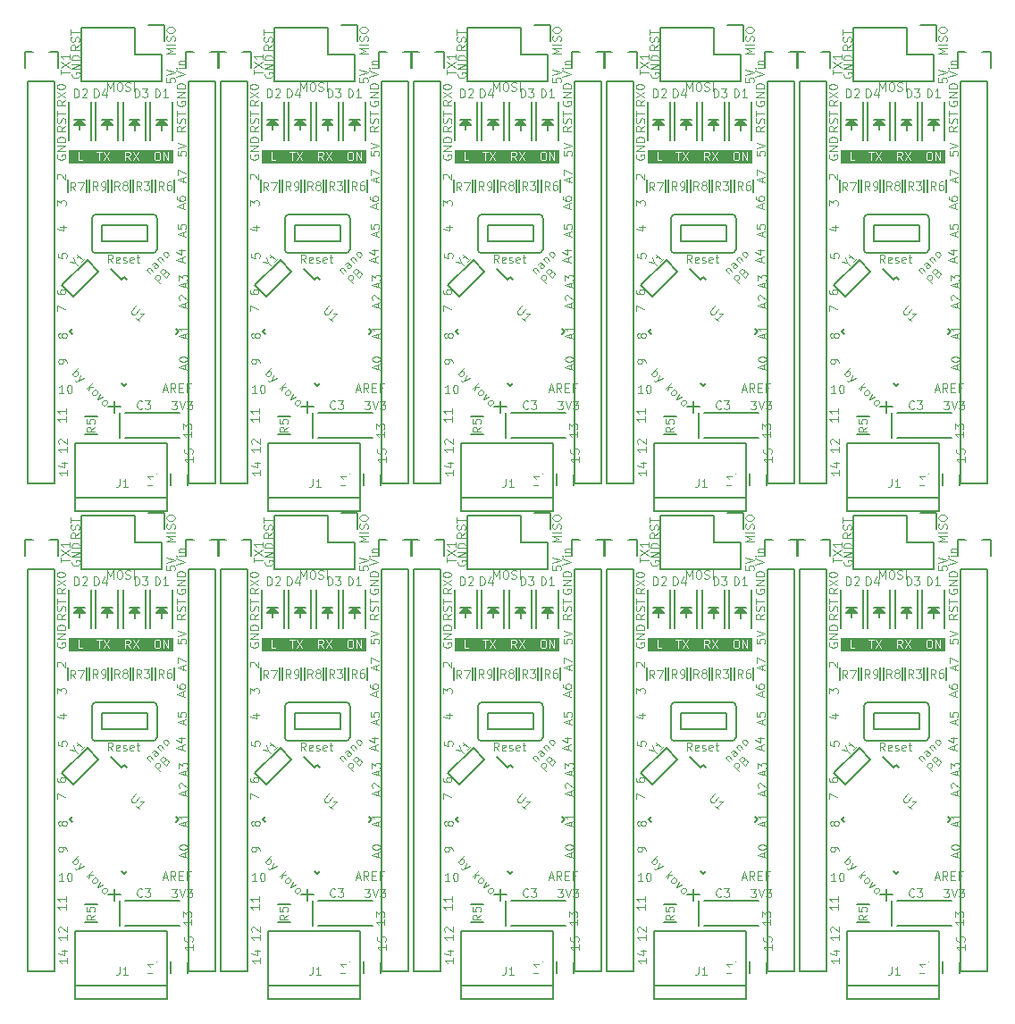
<source format=gto>
G04 #@! TF.GenerationSoftware,KiCad,Pcbnew,5.1.0-rc1-unknown-6bb8fde~66~ubuntu16.04.1*
G04 #@! TF.CreationDate,2019-02-12T13:49:55+01:00
G04 #@! TF.ProjectId,nano328PB,6e616e6f-3332-4385-9042-2e6b69636164,rev?*
G04 #@! TF.SameCoordinates,Original*
G04 #@! TF.FileFunction,Legend,Top*
G04 #@! TF.FilePolarity,Positive*
%FSLAX46Y46*%
G04 Gerber Fmt 4.6, Leading zero omitted, Abs format (unit mm)*
G04 Created by KiCad (PCBNEW 5.1.0-rc1-unknown-6bb8fde~66~ubuntu16.04.1) date 2019-02-12 13:49:55*
%MOMM*%
%LPD*%
G04 APERTURE LIST*
%ADD10C,0.100000*%
%ADD11C,0.150000*%
%ADD12R,1.300000X1.500000*%
%ADD13R,1.800860X1.597660*%
%ADD14R,2.148840X1.501140*%
%ADD15R,1.500000X1.300000*%
%ADD16O,2.032000X1.727200*%
%ADD17R,2.032000X1.727200*%
%ADD18R,1.500000X1.400000*%
%ADD19C,0.550000*%
%ADD20C,2.540000*%
%ADD21R,0.400000X1.350000*%
%ADD22O,1.250000X0.950000*%
%ADD23O,1.000000X1.550000*%
%ADD24R,1.198880X1.600200*%
%ADD25R,1.727200X1.727200*%
%ADD26O,1.727200X1.727200*%
%ADD27C,0.600000*%
G04 APERTURE END LIST*
D10*
X194544904Y-88322095D02*
X194163952Y-88588761D01*
X194544904Y-88779238D02*
X193744904Y-88779238D01*
X193744904Y-88474476D01*
X193783000Y-88398285D01*
X193821095Y-88360190D01*
X193897285Y-88322095D01*
X194011571Y-88322095D01*
X194087761Y-88360190D01*
X194125857Y-88398285D01*
X194163952Y-88474476D01*
X194163952Y-88779238D01*
X194506809Y-88017333D02*
X194544904Y-87903047D01*
X194544904Y-87712571D01*
X194506809Y-87636380D01*
X194468714Y-87598285D01*
X194392523Y-87560190D01*
X194316333Y-87560190D01*
X194240142Y-87598285D01*
X194202047Y-87636380D01*
X194163952Y-87712571D01*
X194125857Y-87864952D01*
X194087761Y-87941142D01*
X194049666Y-87979238D01*
X193973476Y-88017333D01*
X193897285Y-88017333D01*
X193821095Y-87979238D01*
X193783000Y-87941142D01*
X193744904Y-87864952D01*
X193744904Y-87674476D01*
X193783000Y-87560190D01*
X193744904Y-87331619D02*
X193744904Y-86874476D01*
X194544904Y-87103047D02*
X193744904Y-87103047D01*
X203701704Y-91319247D02*
X204501704Y-91052580D01*
X203701704Y-90785914D01*
X204501704Y-90519247D02*
X203968371Y-90519247D01*
X203701704Y-90519247D02*
X203739800Y-90557342D01*
X203777895Y-90519247D01*
X203739800Y-90481152D01*
X203701704Y-90519247D01*
X203777895Y-90519247D01*
X203968371Y-90138295D02*
X204501704Y-90138295D01*
X204044561Y-90138295D02*
X204006466Y-90100200D01*
X203968371Y-90024009D01*
X203968371Y-89909723D01*
X204006466Y-89833533D01*
X204082657Y-89795438D01*
X204501704Y-89795438D01*
X197193057Y-92665504D02*
X197193057Y-91865504D01*
X197459723Y-92436933D01*
X197726390Y-91865504D01*
X197726390Y-92665504D01*
X198259723Y-91865504D02*
X198412104Y-91865504D01*
X198488295Y-91903600D01*
X198564485Y-91979790D01*
X198602580Y-92132171D01*
X198602580Y-92398838D01*
X198564485Y-92551219D01*
X198488295Y-92627409D01*
X198412104Y-92665504D01*
X198259723Y-92665504D01*
X198183533Y-92627409D01*
X198107342Y-92551219D01*
X198069247Y-92398838D01*
X198069247Y-92132171D01*
X198107342Y-91979790D01*
X198183533Y-91903600D01*
X198259723Y-91865504D01*
X198907342Y-92627409D02*
X199021628Y-92665504D01*
X199212104Y-92665504D01*
X199288295Y-92627409D01*
X199326390Y-92589314D01*
X199364485Y-92513123D01*
X199364485Y-92436933D01*
X199326390Y-92360742D01*
X199288295Y-92322647D01*
X199212104Y-92284552D01*
X199059723Y-92246457D01*
X198983533Y-92208361D01*
X198945438Y-92170266D01*
X198907342Y-92094076D01*
X198907342Y-92017885D01*
X198945438Y-91941695D01*
X198983533Y-91903600D01*
X199059723Y-91865504D01*
X199250200Y-91865504D01*
X199364485Y-91903600D01*
X199707342Y-92665504D02*
X199707342Y-91865504D01*
X203276323Y-122066104D02*
X203771561Y-122066104D01*
X203504895Y-122370866D01*
X203619180Y-122370866D01*
X203695371Y-122408961D01*
X203733466Y-122447057D01*
X203771561Y-122523247D01*
X203771561Y-122713723D01*
X203733466Y-122789914D01*
X203695371Y-122828009D01*
X203619180Y-122866104D01*
X203390609Y-122866104D01*
X203314419Y-122828009D01*
X203276323Y-122789914D01*
X204000133Y-122066104D02*
X204266800Y-122866104D01*
X204533466Y-122066104D01*
X204723942Y-122066104D02*
X205219180Y-122066104D01*
X204952514Y-122370866D01*
X205066800Y-122370866D01*
X205142990Y-122408961D01*
X205181085Y-122447057D01*
X205219180Y-122523247D01*
X205219180Y-122713723D01*
X205181085Y-122789914D01*
X205142990Y-122828009D01*
X205066800Y-122866104D01*
X204838228Y-122866104D01*
X204762038Y-122828009D01*
X204723942Y-122789914D01*
X202787304Y-91465123D02*
X202787304Y-91846076D01*
X203168257Y-91884171D01*
X203130161Y-91846076D01*
X203092066Y-91769885D01*
X203092066Y-91579409D01*
X203130161Y-91503219D01*
X203168257Y-91465123D01*
X203244447Y-91427028D01*
X203434923Y-91427028D01*
X203511114Y-91465123D01*
X203549209Y-91503219D01*
X203587304Y-91579409D01*
X203587304Y-91769885D01*
X203549209Y-91846076D01*
X203511114Y-91884171D01*
X202787304Y-91198457D02*
X203587304Y-90931790D01*
X202787304Y-90665123D01*
X203587304Y-89179409D02*
X202787304Y-89179409D01*
X203358733Y-88912742D01*
X202787304Y-88646076D01*
X203587304Y-88646076D01*
X203587304Y-88265123D02*
X202787304Y-88265123D01*
X203549209Y-87922266D02*
X203587304Y-87807980D01*
X203587304Y-87617504D01*
X203549209Y-87541314D01*
X203511114Y-87503219D01*
X203434923Y-87465123D01*
X203358733Y-87465123D01*
X203282542Y-87503219D01*
X203244447Y-87541314D01*
X203206352Y-87617504D01*
X203168257Y-87769885D01*
X203130161Y-87846076D01*
X203092066Y-87884171D01*
X203015876Y-87922266D01*
X202939685Y-87922266D01*
X202863495Y-87884171D01*
X202825400Y-87846076D01*
X202787304Y-87769885D01*
X202787304Y-87579409D01*
X202825400Y-87465123D01*
X202787304Y-86969885D02*
X202787304Y-86817504D01*
X202825400Y-86741314D01*
X202901590Y-86665123D01*
X203053971Y-86627028D01*
X203320638Y-86627028D01*
X203473019Y-86665123D01*
X203549209Y-86741314D01*
X203587304Y-86817504D01*
X203587304Y-86969885D01*
X203549209Y-87046076D01*
X203473019Y-87122266D01*
X203320638Y-87160361D01*
X203053971Y-87160361D01*
X202901590Y-87122266D01*
X202825400Y-87046076D01*
X202787304Y-86969885D01*
X193833800Y-90982723D02*
X193795704Y-91058914D01*
X193795704Y-91173200D01*
X193833800Y-91287485D01*
X193909990Y-91363676D01*
X193986180Y-91401771D01*
X194138561Y-91439866D01*
X194252847Y-91439866D01*
X194405228Y-91401771D01*
X194481419Y-91363676D01*
X194557609Y-91287485D01*
X194595704Y-91173200D01*
X194595704Y-91097009D01*
X194557609Y-90982723D01*
X194519514Y-90944628D01*
X194252847Y-90944628D01*
X194252847Y-91097009D01*
X194595704Y-90601771D02*
X193795704Y-90601771D01*
X194595704Y-90144628D01*
X193795704Y-90144628D01*
X194595704Y-89763676D02*
X193795704Y-89763676D01*
X193795704Y-89573200D01*
X193833800Y-89458914D01*
X193909990Y-89382723D01*
X193986180Y-89344628D01*
X194138561Y-89306533D01*
X194252847Y-89306533D01*
X194405228Y-89344628D01*
X194481419Y-89382723D01*
X194557609Y-89458914D01*
X194595704Y-89573200D01*
X194595704Y-89763676D01*
X192436800Y-98729723D02*
X192398704Y-98805914D01*
X192398704Y-98920200D01*
X192436800Y-99034485D01*
X192512990Y-99110676D01*
X192589180Y-99148771D01*
X192741561Y-99186866D01*
X192855847Y-99186866D01*
X193008228Y-99148771D01*
X193084419Y-99110676D01*
X193160609Y-99034485D01*
X193198704Y-98920200D01*
X193198704Y-98844009D01*
X193160609Y-98729723D01*
X193122514Y-98691628D01*
X192855847Y-98691628D01*
X192855847Y-98844009D01*
X193198704Y-98348771D02*
X192398704Y-98348771D01*
X193198704Y-97891628D01*
X192398704Y-97891628D01*
X193198704Y-97510676D02*
X192398704Y-97510676D01*
X192398704Y-97320200D01*
X192436800Y-97205914D01*
X192512990Y-97129723D01*
X192589180Y-97091628D01*
X192741561Y-97053533D01*
X192855847Y-97053533D01*
X193008228Y-97091628D01*
X193084419Y-97129723D01*
X193160609Y-97205914D01*
X193198704Y-97320200D01*
X193198704Y-97510676D01*
X204400133Y-101295128D02*
X204400133Y-100914176D01*
X204628704Y-101371319D02*
X203828704Y-101104652D01*
X204628704Y-100837985D01*
X203828704Y-100647509D02*
X203828704Y-100114176D01*
X204628704Y-100457033D01*
X204336633Y-103771628D02*
X204336633Y-103390676D01*
X204565204Y-103847819D02*
X203765204Y-103581152D01*
X204565204Y-103314485D01*
X203765204Y-102704961D02*
X203765204Y-102857342D01*
X203803300Y-102933533D01*
X203841395Y-102971628D01*
X203955680Y-103047819D01*
X204108061Y-103085914D01*
X204412823Y-103085914D01*
X204489014Y-103047819D01*
X204527109Y-103009723D01*
X204565204Y-102933533D01*
X204565204Y-102781152D01*
X204527109Y-102704961D01*
X204489014Y-102666866D01*
X204412823Y-102628771D01*
X204222347Y-102628771D01*
X204146157Y-102666866D01*
X204108061Y-102704961D01*
X204069966Y-102781152D01*
X204069966Y-102933533D01*
X204108061Y-103009723D01*
X204146157Y-103047819D01*
X204222347Y-103085914D01*
X204400133Y-106438628D02*
X204400133Y-106057676D01*
X204628704Y-106514819D02*
X203828704Y-106248152D01*
X204628704Y-105981485D01*
X203828704Y-105333866D02*
X203828704Y-105714819D01*
X204209657Y-105752914D01*
X204171561Y-105714819D01*
X204133466Y-105638628D01*
X204133466Y-105448152D01*
X204171561Y-105371961D01*
X204209657Y-105333866D01*
X204285847Y-105295771D01*
X204476323Y-105295771D01*
X204552514Y-105333866D01*
X204590609Y-105371961D01*
X204628704Y-105448152D01*
X204628704Y-105638628D01*
X204590609Y-105714819D01*
X204552514Y-105752914D01*
X204273133Y-108851628D02*
X204273133Y-108470676D01*
X204501704Y-108927819D02*
X203701704Y-108661152D01*
X204501704Y-108394485D01*
X203968371Y-107784961D02*
X204501704Y-107784961D01*
X203663609Y-107975438D02*
X204235038Y-108165914D01*
X204235038Y-107670676D01*
X204527133Y-111264628D02*
X204527133Y-110883676D01*
X204755704Y-111340819D02*
X203955704Y-111074152D01*
X204755704Y-110807485D01*
X203955704Y-110617009D02*
X203955704Y-110121771D01*
X204260466Y-110388438D01*
X204260466Y-110274152D01*
X204298561Y-110197961D01*
X204336657Y-110159866D01*
X204412847Y-110121771D01*
X204603323Y-110121771D01*
X204679514Y-110159866D01*
X204717609Y-110197961D01*
X204755704Y-110274152D01*
X204755704Y-110502723D01*
X204717609Y-110578914D01*
X204679514Y-110617009D01*
X204527133Y-113169628D02*
X204527133Y-112788676D01*
X204755704Y-113245819D02*
X203955704Y-112979152D01*
X204755704Y-112712485D01*
X204031895Y-112483914D02*
X203993800Y-112445819D01*
X203955704Y-112369628D01*
X203955704Y-112179152D01*
X203993800Y-112102961D01*
X204031895Y-112064866D01*
X204108085Y-112026771D01*
X204184276Y-112026771D01*
X204298561Y-112064866D01*
X204755704Y-112522009D01*
X204755704Y-112026771D01*
X204527133Y-116090628D02*
X204527133Y-115709676D01*
X204755704Y-116166819D02*
X203955704Y-115900152D01*
X204755704Y-115633485D01*
X204755704Y-114947771D02*
X204755704Y-115404914D01*
X204755704Y-115176342D02*
X203955704Y-115176342D01*
X204069990Y-115252533D01*
X204146180Y-115328723D01*
X204184276Y-115404914D01*
X204527133Y-119011628D02*
X204527133Y-118630676D01*
X204755704Y-119087819D02*
X203955704Y-118821152D01*
X204755704Y-118554485D01*
X203955704Y-118135438D02*
X203955704Y-118059247D01*
X203993800Y-117983057D01*
X204031895Y-117944961D01*
X204108085Y-117906866D01*
X204260466Y-117868771D01*
X204450942Y-117868771D01*
X204603323Y-117906866D01*
X204679514Y-117944961D01*
X204717609Y-117983057D01*
X204755704Y-118059247D01*
X204755704Y-118135438D01*
X204717609Y-118211628D01*
X204679514Y-118249723D01*
X204603323Y-118287819D01*
X204450942Y-118325914D01*
X204260466Y-118325914D01*
X204108085Y-118287819D01*
X204031895Y-118249723D01*
X203993800Y-118211628D01*
X203955704Y-118135438D01*
X202463561Y-120986533D02*
X202844514Y-120986533D01*
X202387371Y-121215104D02*
X202654038Y-120415104D01*
X202920704Y-121215104D01*
X203644514Y-121215104D02*
X203377847Y-120834152D01*
X203187371Y-121215104D02*
X203187371Y-120415104D01*
X203492133Y-120415104D01*
X203568323Y-120453200D01*
X203606419Y-120491295D01*
X203644514Y-120567485D01*
X203644514Y-120681771D01*
X203606419Y-120757961D01*
X203568323Y-120796057D01*
X203492133Y-120834152D01*
X203187371Y-120834152D01*
X203987371Y-120796057D02*
X204254038Y-120796057D01*
X204368323Y-121215104D02*
X203987371Y-121215104D01*
X203987371Y-120415104D01*
X204368323Y-120415104D01*
X204977847Y-120796057D02*
X204711180Y-120796057D01*
X204711180Y-121215104D02*
X204711180Y-120415104D01*
X205092133Y-120415104D01*
X204565204Y-96018295D02*
X204184252Y-96284961D01*
X204565204Y-96475438D02*
X203765204Y-96475438D01*
X203765204Y-96170676D01*
X203803300Y-96094485D01*
X203841395Y-96056390D01*
X203917585Y-96018295D01*
X204031871Y-96018295D01*
X204108061Y-96056390D01*
X204146157Y-96094485D01*
X204184252Y-96170676D01*
X204184252Y-96475438D01*
X204527109Y-95713533D02*
X204565204Y-95599247D01*
X204565204Y-95408771D01*
X204527109Y-95332580D01*
X204489014Y-95294485D01*
X204412823Y-95256390D01*
X204336633Y-95256390D01*
X204260442Y-95294485D01*
X204222347Y-95332580D01*
X204184252Y-95408771D01*
X204146157Y-95561152D01*
X204108061Y-95637342D01*
X204069966Y-95675438D01*
X203993776Y-95713533D01*
X203917585Y-95713533D01*
X203841395Y-95675438D01*
X203803300Y-95637342D01*
X203765204Y-95561152D01*
X203765204Y-95370676D01*
X203803300Y-95256390D01*
X203765204Y-95027819D02*
X203765204Y-94570676D01*
X204565204Y-94799247D02*
X203765204Y-94799247D01*
X203828704Y-98399580D02*
X203828704Y-98780533D01*
X204209657Y-98818628D01*
X204171561Y-98780533D01*
X204133466Y-98704342D01*
X204133466Y-98513866D01*
X204171561Y-98437676D01*
X204209657Y-98399580D01*
X204285847Y-98361485D01*
X204476323Y-98361485D01*
X204552514Y-98399580D01*
X204590609Y-98437676D01*
X204628704Y-98513866D01*
X204628704Y-98704342D01*
X204590609Y-98780533D01*
X204552514Y-98818628D01*
X203828704Y-98132914D02*
X204628704Y-97866247D01*
X203828704Y-97599580D01*
X197688323Y-108972304D02*
X197421657Y-108591352D01*
X197231180Y-108972304D02*
X197231180Y-108172304D01*
X197535942Y-108172304D01*
X197612133Y-108210400D01*
X197650228Y-108248495D01*
X197688323Y-108324685D01*
X197688323Y-108438971D01*
X197650228Y-108515161D01*
X197612133Y-108553257D01*
X197535942Y-108591352D01*
X197231180Y-108591352D01*
X198335942Y-108934209D02*
X198259752Y-108972304D01*
X198107371Y-108972304D01*
X198031180Y-108934209D01*
X197993085Y-108858019D01*
X197993085Y-108553257D01*
X198031180Y-108477066D01*
X198107371Y-108438971D01*
X198259752Y-108438971D01*
X198335942Y-108477066D01*
X198374038Y-108553257D01*
X198374038Y-108629447D01*
X197993085Y-108705638D01*
X198678800Y-108934209D02*
X198754990Y-108972304D01*
X198907371Y-108972304D01*
X198983561Y-108934209D01*
X199021657Y-108858019D01*
X199021657Y-108819923D01*
X198983561Y-108743733D01*
X198907371Y-108705638D01*
X198793085Y-108705638D01*
X198716895Y-108667542D01*
X198678800Y-108591352D01*
X198678800Y-108553257D01*
X198716895Y-108477066D01*
X198793085Y-108438971D01*
X198907371Y-108438971D01*
X198983561Y-108477066D01*
X199669276Y-108934209D02*
X199593085Y-108972304D01*
X199440704Y-108972304D01*
X199364514Y-108934209D01*
X199326419Y-108858019D01*
X199326419Y-108553257D01*
X199364514Y-108477066D01*
X199440704Y-108438971D01*
X199593085Y-108438971D01*
X199669276Y-108477066D01*
X199707371Y-108553257D01*
X199707371Y-108629447D01*
X199326419Y-108705638D01*
X199935942Y-108438971D02*
X200240704Y-108438971D01*
X200050228Y-108172304D02*
X200050228Y-108858019D01*
X200088323Y-108934209D01*
X200164514Y-108972304D01*
X200240704Y-108972304D01*
X200894811Y-109626913D02*
X201271935Y-110004037D01*
X200948686Y-109680788D02*
X200948686Y-109626913D01*
X200975623Y-109546101D01*
X201056436Y-109465289D01*
X201137248Y-109438351D01*
X201218060Y-109465289D01*
X201514371Y-109761600D01*
X202026182Y-109249790D02*
X201729871Y-108953478D01*
X201649058Y-108926541D01*
X201568246Y-108953478D01*
X201460497Y-109061228D01*
X201433559Y-109142040D01*
X201999245Y-109222852D02*
X201972307Y-109303664D01*
X201837620Y-109438351D01*
X201756808Y-109465289D01*
X201675996Y-109438351D01*
X201622121Y-109384477D01*
X201595184Y-109303664D01*
X201622121Y-109222852D01*
X201756808Y-109088165D01*
X201783745Y-109007353D01*
X201918432Y-108603292D02*
X202295556Y-108980416D01*
X201972307Y-108657167D02*
X201972307Y-108603292D01*
X201999245Y-108522480D01*
X202080057Y-108441668D01*
X202160869Y-108414730D01*
X202241681Y-108441668D01*
X202537993Y-108737979D01*
X202888179Y-108387793D02*
X202807367Y-108414730D01*
X202753492Y-108414730D01*
X202672680Y-108387793D01*
X202511055Y-108226168D01*
X202484118Y-108145356D01*
X202484118Y-108091481D01*
X202511055Y-108010669D01*
X202591867Y-107929857D01*
X202672680Y-107902920D01*
X202726554Y-107902920D01*
X202807367Y-107929857D01*
X202968991Y-108091481D01*
X202995928Y-108172294D01*
X202995928Y-108226168D01*
X202968991Y-108306981D01*
X202888179Y-108387793D01*
X202191174Y-110923276D02*
X201625488Y-110357590D01*
X201840988Y-110142091D01*
X201921800Y-110115154D01*
X201975675Y-110115154D01*
X202056487Y-110142091D01*
X202137299Y-110222903D01*
X202164236Y-110303716D01*
X202164236Y-110357590D01*
X202137299Y-110438403D01*
X201921800Y-110653902D01*
X202649110Y-109872717D02*
X202756859Y-109818842D01*
X202810734Y-109818842D01*
X202891546Y-109845780D01*
X202972358Y-109926592D01*
X202999296Y-110007404D01*
X202999296Y-110061279D01*
X202972358Y-110142091D01*
X202756859Y-110357590D01*
X202191174Y-109791905D01*
X202379736Y-109603343D01*
X202460548Y-109576406D01*
X202514423Y-109576406D01*
X202595235Y-109603343D01*
X202649110Y-109657218D01*
X202676047Y-109738030D01*
X202676047Y-109791905D01*
X202649110Y-109872717D01*
X202460548Y-110061279D01*
X193198704Y-93554485D02*
X192817752Y-93821152D01*
X193198704Y-94011628D02*
X192398704Y-94011628D01*
X192398704Y-93706866D01*
X192436800Y-93630676D01*
X192474895Y-93592580D01*
X192551085Y-93554485D01*
X192665371Y-93554485D01*
X192741561Y-93592580D01*
X192779657Y-93630676D01*
X192817752Y-93706866D01*
X192817752Y-94011628D01*
X192398704Y-93287819D02*
X193198704Y-92754485D01*
X192398704Y-92754485D02*
X193198704Y-93287819D01*
X192398704Y-92297342D02*
X192398704Y-92221152D01*
X192436800Y-92144961D01*
X192474895Y-92106866D01*
X192551085Y-92068771D01*
X192703466Y-92030676D01*
X192893942Y-92030676D01*
X193046323Y-92068771D01*
X193122514Y-92106866D01*
X193160609Y-92144961D01*
X193198704Y-92221152D01*
X193198704Y-92297342D01*
X193160609Y-92373533D01*
X193122514Y-92411628D01*
X193046323Y-92449723D01*
X192893942Y-92487819D01*
X192703466Y-92487819D01*
X192551085Y-92449723D01*
X192474895Y-92411628D01*
X192436800Y-92373533D01*
X192398704Y-92297342D01*
X193198704Y-96018295D02*
X192817752Y-96284961D01*
X193198704Y-96475438D02*
X192398704Y-96475438D01*
X192398704Y-96170676D01*
X192436800Y-96094485D01*
X192474895Y-96056390D01*
X192551085Y-96018295D01*
X192665371Y-96018295D01*
X192741561Y-96056390D01*
X192779657Y-96094485D01*
X192817752Y-96170676D01*
X192817752Y-96475438D01*
X193160609Y-95713533D02*
X193198704Y-95599247D01*
X193198704Y-95408771D01*
X193160609Y-95332580D01*
X193122514Y-95294485D01*
X193046323Y-95256390D01*
X192970133Y-95256390D01*
X192893942Y-95294485D01*
X192855847Y-95332580D01*
X192817752Y-95408771D01*
X192779657Y-95561152D01*
X192741561Y-95637342D01*
X192703466Y-95675438D01*
X192627276Y-95713533D01*
X192551085Y-95713533D01*
X192474895Y-95675438D01*
X192436800Y-95637342D01*
X192398704Y-95561152D01*
X192398704Y-95370676D01*
X192436800Y-95256390D01*
X192398704Y-95027819D02*
X192398704Y-94570676D01*
X193198704Y-94799247D02*
X192398704Y-94799247D01*
X203803300Y-93649723D02*
X203765204Y-93725914D01*
X203765204Y-93840200D01*
X203803300Y-93954485D01*
X203879490Y-94030676D01*
X203955680Y-94068771D01*
X204108061Y-94106866D01*
X204222347Y-94106866D01*
X204374728Y-94068771D01*
X204450919Y-94030676D01*
X204527109Y-93954485D01*
X204565204Y-93840200D01*
X204565204Y-93764009D01*
X204527109Y-93649723D01*
X204489014Y-93611628D01*
X204222347Y-93611628D01*
X204222347Y-93764009D01*
X204565204Y-93268771D02*
X203765204Y-93268771D01*
X204565204Y-92811628D01*
X203765204Y-92811628D01*
X204565204Y-92430676D02*
X203765204Y-92430676D01*
X203765204Y-92240200D01*
X203803300Y-92125914D01*
X203879490Y-92049723D01*
X203955680Y-92011628D01*
X204108061Y-91973533D01*
X204222347Y-91973533D01*
X204374728Y-92011628D01*
X204450919Y-92049723D01*
X204527109Y-92125914D01*
X204565204Y-92240200D01*
X204565204Y-92430676D01*
X192779704Y-91109676D02*
X192779704Y-90652533D01*
X193579704Y-90881104D02*
X192779704Y-90881104D01*
X192779704Y-90462057D02*
X193579704Y-89928723D01*
X192779704Y-89928723D02*
X193579704Y-90462057D01*
X193579704Y-89204914D02*
X193579704Y-89662057D01*
X193579704Y-89433485D02*
X192779704Y-89433485D01*
X192893990Y-89509676D01*
X192970180Y-89585866D01*
X193008276Y-89662057D01*
X193841000Y-119499010D02*
X194406685Y-118933325D01*
X194191186Y-119148824D02*
X194271998Y-119175762D01*
X194379748Y-119283511D01*
X194406685Y-119364323D01*
X194406685Y-119418198D01*
X194379748Y-119499010D01*
X194218123Y-119660635D01*
X194137311Y-119687572D01*
X194083436Y-119687572D01*
X194002624Y-119660635D01*
X193894875Y-119552885D01*
X193867937Y-119472073D01*
X194676059Y-119579823D02*
X194433623Y-120091633D01*
X194945433Y-119849197D02*
X194433623Y-120091633D01*
X194245061Y-120172445D01*
X194191186Y-120172445D01*
X194110374Y-120145508D01*
X195214807Y-120872818D02*
X195780493Y-120307132D01*
X195484181Y-120711193D02*
X195430306Y-121088317D01*
X195807430Y-120711193D02*
X195376432Y-120711193D01*
X195753555Y-121411566D02*
X195726618Y-121330754D01*
X195726618Y-121276879D01*
X195753555Y-121196067D01*
X195915180Y-121034442D01*
X195995992Y-121007505D01*
X196049867Y-121007505D01*
X196130679Y-121034442D01*
X196211491Y-121115254D01*
X196238428Y-121196067D01*
X196238428Y-121249941D01*
X196211491Y-121330754D01*
X196049867Y-121492378D01*
X195969054Y-121519315D01*
X195915180Y-121519315D01*
X195834367Y-121492378D01*
X195753555Y-121411566D01*
X196507802Y-121411566D02*
X196265366Y-121923376D01*
X196777176Y-121680940D01*
X196696364Y-122354375D02*
X196669427Y-122273563D01*
X196669427Y-122219688D01*
X196696364Y-122138876D01*
X196857989Y-121977251D01*
X196938801Y-121950314D01*
X196992676Y-121950314D01*
X197073488Y-121977251D01*
X197154300Y-122058063D01*
X197181237Y-122138876D01*
X197181237Y-122192750D01*
X197154300Y-122273563D01*
X196992676Y-122435187D01*
X196911863Y-122462124D01*
X196857989Y-122462124D01*
X196777176Y-122435187D01*
X196696364Y-122354375D01*
G36*
X203377800Y-99441000D02*
G01*
X193522600Y-99441000D01*
X193522600Y-98247200D01*
X203377800Y-98247200D01*
X203377800Y-99441000D01*
G37*
X203377800Y-99441000D02*
X193522600Y-99441000D01*
X193522600Y-98247200D01*
X203377800Y-98247200D01*
X203377800Y-99441000D01*
X205263704Y-127355580D02*
X205263704Y-127812723D01*
X205263704Y-127584152D02*
X204463704Y-127584152D01*
X204577990Y-127660342D01*
X204654180Y-127736533D01*
X204692276Y-127812723D01*
X204463704Y-126631771D02*
X204463704Y-127012723D01*
X204844657Y-127050819D01*
X204806561Y-127012723D01*
X204768466Y-126936533D01*
X204768466Y-126746057D01*
X204806561Y-126669866D01*
X204844657Y-126631771D01*
X204920847Y-126593676D01*
X205111323Y-126593676D01*
X205187514Y-126631771D01*
X205225609Y-126669866D01*
X205263704Y-126746057D01*
X205263704Y-126936533D01*
X205225609Y-127012723D01*
X205187514Y-127050819D01*
X192398704Y-113563366D02*
X192398704Y-113030033D01*
X193198704Y-113372890D01*
X193389204Y-128625580D02*
X193389204Y-129082723D01*
X193389204Y-128854152D02*
X192589204Y-128854152D01*
X192703490Y-128930342D01*
X192779680Y-129006533D01*
X192817776Y-129082723D01*
X192855871Y-127939866D02*
X193389204Y-127939866D01*
X192551109Y-128130342D02*
X193122538Y-128320819D01*
X193122538Y-127825580D01*
X205162104Y-124980680D02*
X205162104Y-125437823D01*
X205162104Y-125209252D02*
X204362104Y-125209252D01*
X204476390Y-125285442D01*
X204552580Y-125361633D01*
X204590676Y-125437823D01*
X204362104Y-124714014D02*
X204362104Y-124218776D01*
X204666866Y-124485442D01*
X204666866Y-124371157D01*
X204704961Y-124294966D01*
X204743057Y-124256871D01*
X204819247Y-124218776D01*
X205009723Y-124218776D01*
X205085914Y-124256871D01*
X205124009Y-124294966D01*
X205162104Y-124371157D01*
X205162104Y-124599728D01*
X205124009Y-124675919D01*
X205085914Y-124714014D01*
X193325704Y-126403080D02*
X193325704Y-126860223D01*
X193325704Y-126631652D02*
X192525704Y-126631652D01*
X192639990Y-126707842D01*
X192716180Y-126784033D01*
X192754276Y-126860223D01*
X192601895Y-126098319D02*
X192563800Y-126060223D01*
X192525704Y-125984033D01*
X192525704Y-125793557D01*
X192563800Y-125717366D01*
X192601895Y-125679271D01*
X192678085Y-125641176D01*
X192754276Y-125641176D01*
X192868561Y-125679271D01*
X193325704Y-126136414D01*
X193325704Y-125641176D01*
X176256904Y-88322095D02*
X175875952Y-88588761D01*
X176256904Y-88779238D02*
X175456904Y-88779238D01*
X175456904Y-88474476D01*
X175495000Y-88398285D01*
X175533095Y-88360190D01*
X175609285Y-88322095D01*
X175723571Y-88322095D01*
X175799761Y-88360190D01*
X175837857Y-88398285D01*
X175875952Y-88474476D01*
X175875952Y-88779238D01*
X176218809Y-88017333D02*
X176256904Y-87903047D01*
X176256904Y-87712571D01*
X176218809Y-87636380D01*
X176180714Y-87598285D01*
X176104523Y-87560190D01*
X176028333Y-87560190D01*
X175952142Y-87598285D01*
X175914047Y-87636380D01*
X175875952Y-87712571D01*
X175837857Y-87864952D01*
X175799761Y-87941142D01*
X175761666Y-87979238D01*
X175685476Y-88017333D01*
X175609285Y-88017333D01*
X175533095Y-87979238D01*
X175495000Y-87941142D01*
X175456904Y-87864952D01*
X175456904Y-87674476D01*
X175495000Y-87560190D01*
X175456904Y-87331619D02*
X175456904Y-86874476D01*
X176256904Y-87103047D02*
X175456904Y-87103047D01*
X185413704Y-91319247D02*
X186213704Y-91052580D01*
X185413704Y-90785914D01*
X186213704Y-90519247D02*
X185680371Y-90519247D01*
X185413704Y-90519247D02*
X185451800Y-90557342D01*
X185489895Y-90519247D01*
X185451800Y-90481152D01*
X185413704Y-90519247D01*
X185489895Y-90519247D01*
X185680371Y-90138295D02*
X186213704Y-90138295D01*
X185756561Y-90138295D02*
X185718466Y-90100200D01*
X185680371Y-90024009D01*
X185680371Y-89909723D01*
X185718466Y-89833533D01*
X185794657Y-89795438D01*
X186213704Y-89795438D01*
X178905057Y-92665504D02*
X178905057Y-91865504D01*
X179171723Y-92436933D01*
X179438390Y-91865504D01*
X179438390Y-92665504D01*
X179971723Y-91865504D02*
X180124104Y-91865504D01*
X180200295Y-91903600D01*
X180276485Y-91979790D01*
X180314580Y-92132171D01*
X180314580Y-92398838D01*
X180276485Y-92551219D01*
X180200295Y-92627409D01*
X180124104Y-92665504D01*
X179971723Y-92665504D01*
X179895533Y-92627409D01*
X179819342Y-92551219D01*
X179781247Y-92398838D01*
X179781247Y-92132171D01*
X179819342Y-91979790D01*
X179895533Y-91903600D01*
X179971723Y-91865504D01*
X180619342Y-92627409D02*
X180733628Y-92665504D01*
X180924104Y-92665504D01*
X181000295Y-92627409D01*
X181038390Y-92589314D01*
X181076485Y-92513123D01*
X181076485Y-92436933D01*
X181038390Y-92360742D01*
X181000295Y-92322647D01*
X180924104Y-92284552D01*
X180771723Y-92246457D01*
X180695533Y-92208361D01*
X180657438Y-92170266D01*
X180619342Y-92094076D01*
X180619342Y-92017885D01*
X180657438Y-91941695D01*
X180695533Y-91903600D01*
X180771723Y-91865504D01*
X180962200Y-91865504D01*
X181076485Y-91903600D01*
X181419342Y-92665504D02*
X181419342Y-91865504D01*
X184988323Y-122066104D02*
X185483561Y-122066104D01*
X185216895Y-122370866D01*
X185331180Y-122370866D01*
X185407371Y-122408961D01*
X185445466Y-122447057D01*
X185483561Y-122523247D01*
X185483561Y-122713723D01*
X185445466Y-122789914D01*
X185407371Y-122828009D01*
X185331180Y-122866104D01*
X185102609Y-122866104D01*
X185026419Y-122828009D01*
X184988323Y-122789914D01*
X185712133Y-122066104D02*
X185978800Y-122866104D01*
X186245466Y-122066104D01*
X186435942Y-122066104D02*
X186931180Y-122066104D01*
X186664514Y-122370866D01*
X186778800Y-122370866D01*
X186854990Y-122408961D01*
X186893085Y-122447057D01*
X186931180Y-122523247D01*
X186931180Y-122713723D01*
X186893085Y-122789914D01*
X186854990Y-122828009D01*
X186778800Y-122866104D01*
X186550228Y-122866104D01*
X186474038Y-122828009D01*
X186435942Y-122789914D01*
X184499304Y-91465123D02*
X184499304Y-91846076D01*
X184880257Y-91884171D01*
X184842161Y-91846076D01*
X184804066Y-91769885D01*
X184804066Y-91579409D01*
X184842161Y-91503219D01*
X184880257Y-91465123D01*
X184956447Y-91427028D01*
X185146923Y-91427028D01*
X185223114Y-91465123D01*
X185261209Y-91503219D01*
X185299304Y-91579409D01*
X185299304Y-91769885D01*
X185261209Y-91846076D01*
X185223114Y-91884171D01*
X184499304Y-91198457D02*
X185299304Y-90931790D01*
X184499304Y-90665123D01*
X185299304Y-89179409D02*
X184499304Y-89179409D01*
X185070733Y-88912742D01*
X184499304Y-88646076D01*
X185299304Y-88646076D01*
X185299304Y-88265123D02*
X184499304Y-88265123D01*
X185261209Y-87922266D02*
X185299304Y-87807980D01*
X185299304Y-87617504D01*
X185261209Y-87541314D01*
X185223114Y-87503219D01*
X185146923Y-87465123D01*
X185070733Y-87465123D01*
X184994542Y-87503219D01*
X184956447Y-87541314D01*
X184918352Y-87617504D01*
X184880257Y-87769885D01*
X184842161Y-87846076D01*
X184804066Y-87884171D01*
X184727876Y-87922266D01*
X184651685Y-87922266D01*
X184575495Y-87884171D01*
X184537400Y-87846076D01*
X184499304Y-87769885D01*
X184499304Y-87579409D01*
X184537400Y-87465123D01*
X184499304Y-86969885D02*
X184499304Y-86817504D01*
X184537400Y-86741314D01*
X184613590Y-86665123D01*
X184765971Y-86627028D01*
X185032638Y-86627028D01*
X185185019Y-86665123D01*
X185261209Y-86741314D01*
X185299304Y-86817504D01*
X185299304Y-86969885D01*
X185261209Y-87046076D01*
X185185019Y-87122266D01*
X185032638Y-87160361D01*
X184765971Y-87160361D01*
X184613590Y-87122266D01*
X184537400Y-87046076D01*
X184499304Y-86969885D01*
X175545800Y-90982723D02*
X175507704Y-91058914D01*
X175507704Y-91173200D01*
X175545800Y-91287485D01*
X175621990Y-91363676D01*
X175698180Y-91401771D01*
X175850561Y-91439866D01*
X175964847Y-91439866D01*
X176117228Y-91401771D01*
X176193419Y-91363676D01*
X176269609Y-91287485D01*
X176307704Y-91173200D01*
X176307704Y-91097009D01*
X176269609Y-90982723D01*
X176231514Y-90944628D01*
X175964847Y-90944628D01*
X175964847Y-91097009D01*
X176307704Y-90601771D02*
X175507704Y-90601771D01*
X176307704Y-90144628D01*
X175507704Y-90144628D01*
X176307704Y-89763676D02*
X175507704Y-89763676D01*
X175507704Y-89573200D01*
X175545800Y-89458914D01*
X175621990Y-89382723D01*
X175698180Y-89344628D01*
X175850561Y-89306533D01*
X175964847Y-89306533D01*
X176117228Y-89344628D01*
X176193419Y-89382723D01*
X176269609Y-89458914D01*
X176307704Y-89573200D01*
X176307704Y-89763676D01*
X174148800Y-98729723D02*
X174110704Y-98805914D01*
X174110704Y-98920200D01*
X174148800Y-99034485D01*
X174224990Y-99110676D01*
X174301180Y-99148771D01*
X174453561Y-99186866D01*
X174567847Y-99186866D01*
X174720228Y-99148771D01*
X174796419Y-99110676D01*
X174872609Y-99034485D01*
X174910704Y-98920200D01*
X174910704Y-98844009D01*
X174872609Y-98729723D01*
X174834514Y-98691628D01*
X174567847Y-98691628D01*
X174567847Y-98844009D01*
X174910704Y-98348771D02*
X174110704Y-98348771D01*
X174910704Y-97891628D01*
X174110704Y-97891628D01*
X174910704Y-97510676D02*
X174110704Y-97510676D01*
X174110704Y-97320200D01*
X174148800Y-97205914D01*
X174224990Y-97129723D01*
X174301180Y-97091628D01*
X174453561Y-97053533D01*
X174567847Y-97053533D01*
X174720228Y-97091628D01*
X174796419Y-97129723D01*
X174872609Y-97205914D01*
X174910704Y-97320200D01*
X174910704Y-97510676D01*
X186112133Y-101295128D02*
X186112133Y-100914176D01*
X186340704Y-101371319D02*
X185540704Y-101104652D01*
X186340704Y-100837985D01*
X185540704Y-100647509D02*
X185540704Y-100114176D01*
X186340704Y-100457033D01*
X186048633Y-103771628D02*
X186048633Y-103390676D01*
X186277204Y-103847819D02*
X185477204Y-103581152D01*
X186277204Y-103314485D01*
X185477204Y-102704961D02*
X185477204Y-102857342D01*
X185515300Y-102933533D01*
X185553395Y-102971628D01*
X185667680Y-103047819D01*
X185820061Y-103085914D01*
X186124823Y-103085914D01*
X186201014Y-103047819D01*
X186239109Y-103009723D01*
X186277204Y-102933533D01*
X186277204Y-102781152D01*
X186239109Y-102704961D01*
X186201014Y-102666866D01*
X186124823Y-102628771D01*
X185934347Y-102628771D01*
X185858157Y-102666866D01*
X185820061Y-102704961D01*
X185781966Y-102781152D01*
X185781966Y-102933533D01*
X185820061Y-103009723D01*
X185858157Y-103047819D01*
X185934347Y-103085914D01*
X186112133Y-106438628D02*
X186112133Y-106057676D01*
X186340704Y-106514819D02*
X185540704Y-106248152D01*
X186340704Y-105981485D01*
X185540704Y-105333866D02*
X185540704Y-105714819D01*
X185921657Y-105752914D01*
X185883561Y-105714819D01*
X185845466Y-105638628D01*
X185845466Y-105448152D01*
X185883561Y-105371961D01*
X185921657Y-105333866D01*
X185997847Y-105295771D01*
X186188323Y-105295771D01*
X186264514Y-105333866D01*
X186302609Y-105371961D01*
X186340704Y-105448152D01*
X186340704Y-105638628D01*
X186302609Y-105714819D01*
X186264514Y-105752914D01*
X185985133Y-108851628D02*
X185985133Y-108470676D01*
X186213704Y-108927819D02*
X185413704Y-108661152D01*
X186213704Y-108394485D01*
X185680371Y-107784961D02*
X186213704Y-107784961D01*
X185375609Y-107975438D02*
X185947038Y-108165914D01*
X185947038Y-107670676D01*
X186239133Y-111264628D02*
X186239133Y-110883676D01*
X186467704Y-111340819D02*
X185667704Y-111074152D01*
X186467704Y-110807485D01*
X185667704Y-110617009D02*
X185667704Y-110121771D01*
X185972466Y-110388438D01*
X185972466Y-110274152D01*
X186010561Y-110197961D01*
X186048657Y-110159866D01*
X186124847Y-110121771D01*
X186315323Y-110121771D01*
X186391514Y-110159866D01*
X186429609Y-110197961D01*
X186467704Y-110274152D01*
X186467704Y-110502723D01*
X186429609Y-110578914D01*
X186391514Y-110617009D01*
X186239133Y-113169628D02*
X186239133Y-112788676D01*
X186467704Y-113245819D02*
X185667704Y-112979152D01*
X186467704Y-112712485D01*
X185743895Y-112483914D02*
X185705800Y-112445819D01*
X185667704Y-112369628D01*
X185667704Y-112179152D01*
X185705800Y-112102961D01*
X185743895Y-112064866D01*
X185820085Y-112026771D01*
X185896276Y-112026771D01*
X186010561Y-112064866D01*
X186467704Y-112522009D01*
X186467704Y-112026771D01*
X186239133Y-116090628D02*
X186239133Y-115709676D01*
X186467704Y-116166819D02*
X185667704Y-115900152D01*
X186467704Y-115633485D01*
X186467704Y-114947771D02*
X186467704Y-115404914D01*
X186467704Y-115176342D02*
X185667704Y-115176342D01*
X185781990Y-115252533D01*
X185858180Y-115328723D01*
X185896276Y-115404914D01*
X186239133Y-119011628D02*
X186239133Y-118630676D01*
X186467704Y-119087819D02*
X185667704Y-118821152D01*
X186467704Y-118554485D01*
X185667704Y-118135438D02*
X185667704Y-118059247D01*
X185705800Y-117983057D01*
X185743895Y-117944961D01*
X185820085Y-117906866D01*
X185972466Y-117868771D01*
X186162942Y-117868771D01*
X186315323Y-117906866D01*
X186391514Y-117944961D01*
X186429609Y-117983057D01*
X186467704Y-118059247D01*
X186467704Y-118135438D01*
X186429609Y-118211628D01*
X186391514Y-118249723D01*
X186315323Y-118287819D01*
X186162942Y-118325914D01*
X185972466Y-118325914D01*
X185820085Y-118287819D01*
X185743895Y-118249723D01*
X185705800Y-118211628D01*
X185667704Y-118135438D01*
X184175561Y-120986533D02*
X184556514Y-120986533D01*
X184099371Y-121215104D02*
X184366038Y-120415104D01*
X184632704Y-121215104D01*
X185356514Y-121215104D02*
X185089847Y-120834152D01*
X184899371Y-121215104D02*
X184899371Y-120415104D01*
X185204133Y-120415104D01*
X185280323Y-120453200D01*
X185318419Y-120491295D01*
X185356514Y-120567485D01*
X185356514Y-120681771D01*
X185318419Y-120757961D01*
X185280323Y-120796057D01*
X185204133Y-120834152D01*
X184899371Y-120834152D01*
X185699371Y-120796057D02*
X185966038Y-120796057D01*
X186080323Y-121215104D02*
X185699371Y-121215104D01*
X185699371Y-120415104D01*
X186080323Y-120415104D01*
X186689847Y-120796057D02*
X186423180Y-120796057D01*
X186423180Y-121215104D02*
X186423180Y-120415104D01*
X186804133Y-120415104D01*
X186277204Y-96018295D02*
X185896252Y-96284961D01*
X186277204Y-96475438D02*
X185477204Y-96475438D01*
X185477204Y-96170676D01*
X185515300Y-96094485D01*
X185553395Y-96056390D01*
X185629585Y-96018295D01*
X185743871Y-96018295D01*
X185820061Y-96056390D01*
X185858157Y-96094485D01*
X185896252Y-96170676D01*
X185896252Y-96475438D01*
X186239109Y-95713533D02*
X186277204Y-95599247D01*
X186277204Y-95408771D01*
X186239109Y-95332580D01*
X186201014Y-95294485D01*
X186124823Y-95256390D01*
X186048633Y-95256390D01*
X185972442Y-95294485D01*
X185934347Y-95332580D01*
X185896252Y-95408771D01*
X185858157Y-95561152D01*
X185820061Y-95637342D01*
X185781966Y-95675438D01*
X185705776Y-95713533D01*
X185629585Y-95713533D01*
X185553395Y-95675438D01*
X185515300Y-95637342D01*
X185477204Y-95561152D01*
X185477204Y-95370676D01*
X185515300Y-95256390D01*
X185477204Y-95027819D02*
X185477204Y-94570676D01*
X186277204Y-94799247D02*
X185477204Y-94799247D01*
X185540704Y-98399580D02*
X185540704Y-98780533D01*
X185921657Y-98818628D01*
X185883561Y-98780533D01*
X185845466Y-98704342D01*
X185845466Y-98513866D01*
X185883561Y-98437676D01*
X185921657Y-98399580D01*
X185997847Y-98361485D01*
X186188323Y-98361485D01*
X186264514Y-98399580D01*
X186302609Y-98437676D01*
X186340704Y-98513866D01*
X186340704Y-98704342D01*
X186302609Y-98780533D01*
X186264514Y-98818628D01*
X185540704Y-98132914D02*
X186340704Y-97866247D01*
X185540704Y-97599580D01*
X179400323Y-108972304D02*
X179133657Y-108591352D01*
X178943180Y-108972304D02*
X178943180Y-108172304D01*
X179247942Y-108172304D01*
X179324133Y-108210400D01*
X179362228Y-108248495D01*
X179400323Y-108324685D01*
X179400323Y-108438971D01*
X179362228Y-108515161D01*
X179324133Y-108553257D01*
X179247942Y-108591352D01*
X178943180Y-108591352D01*
X180047942Y-108934209D02*
X179971752Y-108972304D01*
X179819371Y-108972304D01*
X179743180Y-108934209D01*
X179705085Y-108858019D01*
X179705085Y-108553257D01*
X179743180Y-108477066D01*
X179819371Y-108438971D01*
X179971752Y-108438971D01*
X180047942Y-108477066D01*
X180086038Y-108553257D01*
X180086038Y-108629447D01*
X179705085Y-108705638D01*
X180390800Y-108934209D02*
X180466990Y-108972304D01*
X180619371Y-108972304D01*
X180695561Y-108934209D01*
X180733657Y-108858019D01*
X180733657Y-108819923D01*
X180695561Y-108743733D01*
X180619371Y-108705638D01*
X180505085Y-108705638D01*
X180428895Y-108667542D01*
X180390800Y-108591352D01*
X180390800Y-108553257D01*
X180428895Y-108477066D01*
X180505085Y-108438971D01*
X180619371Y-108438971D01*
X180695561Y-108477066D01*
X181381276Y-108934209D02*
X181305085Y-108972304D01*
X181152704Y-108972304D01*
X181076514Y-108934209D01*
X181038419Y-108858019D01*
X181038419Y-108553257D01*
X181076514Y-108477066D01*
X181152704Y-108438971D01*
X181305085Y-108438971D01*
X181381276Y-108477066D01*
X181419371Y-108553257D01*
X181419371Y-108629447D01*
X181038419Y-108705638D01*
X181647942Y-108438971D02*
X181952704Y-108438971D01*
X181762228Y-108172304D02*
X181762228Y-108858019D01*
X181800323Y-108934209D01*
X181876514Y-108972304D01*
X181952704Y-108972304D01*
X182606811Y-109626913D02*
X182983935Y-110004037D01*
X182660686Y-109680788D02*
X182660686Y-109626913D01*
X182687623Y-109546101D01*
X182768436Y-109465289D01*
X182849248Y-109438351D01*
X182930060Y-109465289D01*
X183226371Y-109761600D01*
X183738182Y-109249790D02*
X183441871Y-108953478D01*
X183361058Y-108926541D01*
X183280246Y-108953478D01*
X183172497Y-109061228D01*
X183145559Y-109142040D01*
X183711245Y-109222852D02*
X183684307Y-109303664D01*
X183549620Y-109438351D01*
X183468808Y-109465289D01*
X183387996Y-109438351D01*
X183334121Y-109384477D01*
X183307184Y-109303664D01*
X183334121Y-109222852D01*
X183468808Y-109088165D01*
X183495745Y-109007353D01*
X183630432Y-108603292D02*
X184007556Y-108980416D01*
X183684307Y-108657167D02*
X183684307Y-108603292D01*
X183711245Y-108522480D01*
X183792057Y-108441668D01*
X183872869Y-108414730D01*
X183953681Y-108441668D01*
X184249993Y-108737979D01*
X184600179Y-108387793D02*
X184519367Y-108414730D01*
X184465492Y-108414730D01*
X184384680Y-108387793D01*
X184223055Y-108226168D01*
X184196118Y-108145356D01*
X184196118Y-108091481D01*
X184223055Y-108010669D01*
X184303867Y-107929857D01*
X184384680Y-107902920D01*
X184438554Y-107902920D01*
X184519367Y-107929857D01*
X184680991Y-108091481D01*
X184707928Y-108172294D01*
X184707928Y-108226168D01*
X184680991Y-108306981D01*
X184600179Y-108387793D01*
X183903174Y-110923276D02*
X183337488Y-110357590D01*
X183552988Y-110142091D01*
X183633800Y-110115154D01*
X183687675Y-110115154D01*
X183768487Y-110142091D01*
X183849299Y-110222903D01*
X183876236Y-110303716D01*
X183876236Y-110357590D01*
X183849299Y-110438403D01*
X183633800Y-110653902D01*
X184361110Y-109872717D02*
X184468859Y-109818842D01*
X184522734Y-109818842D01*
X184603546Y-109845780D01*
X184684358Y-109926592D01*
X184711296Y-110007404D01*
X184711296Y-110061279D01*
X184684358Y-110142091D01*
X184468859Y-110357590D01*
X183903174Y-109791905D01*
X184091736Y-109603343D01*
X184172548Y-109576406D01*
X184226423Y-109576406D01*
X184307235Y-109603343D01*
X184361110Y-109657218D01*
X184388047Y-109738030D01*
X184388047Y-109791905D01*
X184361110Y-109872717D01*
X184172548Y-110061279D01*
X174910704Y-93554485D02*
X174529752Y-93821152D01*
X174910704Y-94011628D02*
X174110704Y-94011628D01*
X174110704Y-93706866D01*
X174148800Y-93630676D01*
X174186895Y-93592580D01*
X174263085Y-93554485D01*
X174377371Y-93554485D01*
X174453561Y-93592580D01*
X174491657Y-93630676D01*
X174529752Y-93706866D01*
X174529752Y-94011628D01*
X174110704Y-93287819D02*
X174910704Y-92754485D01*
X174110704Y-92754485D02*
X174910704Y-93287819D01*
X174110704Y-92297342D02*
X174110704Y-92221152D01*
X174148800Y-92144961D01*
X174186895Y-92106866D01*
X174263085Y-92068771D01*
X174415466Y-92030676D01*
X174605942Y-92030676D01*
X174758323Y-92068771D01*
X174834514Y-92106866D01*
X174872609Y-92144961D01*
X174910704Y-92221152D01*
X174910704Y-92297342D01*
X174872609Y-92373533D01*
X174834514Y-92411628D01*
X174758323Y-92449723D01*
X174605942Y-92487819D01*
X174415466Y-92487819D01*
X174263085Y-92449723D01*
X174186895Y-92411628D01*
X174148800Y-92373533D01*
X174110704Y-92297342D01*
X174910704Y-96018295D02*
X174529752Y-96284961D01*
X174910704Y-96475438D02*
X174110704Y-96475438D01*
X174110704Y-96170676D01*
X174148800Y-96094485D01*
X174186895Y-96056390D01*
X174263085Y-96018295D01*
X174377371Y-96018295D01*
X174453561Y-96056390D01*
X174491657Y-96094485D01*
X174529752Y-96170676D01*
X174529752Y-96475438D01*
X174872609Y-95713533D02*
X174910704Y-95599247D01*
X174910704Y-95408771D01*
X174872609Y-95332580D01*
X174834514Y-95294485D01*
X174758323Y-95256390D01*
X174682133Y-95256390D01*
X174605942Y-95294485D01*
X174567847Y-95332580D01*
X174529752Y-95408771D01*
X174491657Y-95561152D01*
X174453561Y-95637342D01*
X174415466Y-95675438D01*
X174339276Y-95713533D01*
X174263085Y-95713533D01*
X174186895Y-95675438D01*
X174148800Y-95637342D01*
X174110704Y-95561152D01*
X174110704Y-95370676D01*
X174148800Y-95256390D01*
X174110704Y-95027819D02*
X174110704Y-94570676D01*
X174910704Y-94799247D02*
X174110704Y-94799247D01*
X185515300Y-93649723D02*
X185477204Y-93725914D01*
X185477204Y-93840200D01*
X185515300Y-93954485D01*
X185591490Y-94030676D01*
X185667680Y-94068771D01*
X185820061Y-94106866D01*
X185934347Y-94106866D01*
X186086728Y-94068771D01*
X186162919Y-94030676D01*
X186239109Y-93954485D01*
X186277204Y-93840200D01*
X186277204Y-93764009D01*
X186239109Y-93649723D01*
X186201014Y-93611628D01*
X185934347Y-93611628D01*
X185934347Y-93764009D01*
X186277204Y-93268771D02*
X185477204Y-93268771D01*
X186277204Y-92811628D01*
X185477204Y-92811628D01*
X186277204Y-92430676D02*
X185477204Y-92430676D01*
X185477204Y-92240200D01*
X185515300Y-92125914D01*
X185591490Y-92049723D01*
X185667680Y-92011628D01*
X185820061Y-91973533D01*
X185934347Y-91973533D01*
X186086728Y-92011628D01*
X186162919Y-92049723D01*
X186239109Y-92125914D01*
X186277204Y-92240200D01*
X186277204Y-92430676D01*
X174491704Y-91109676D02*
X174491704Y-90652533D01*
X175291704Y-90881104D02*
X174491704Y-90881104D01*
X174491704Y-90462057D02*
X175291704Y-89928723D01*
X174491704Y-89928723D02*
X175291704Y-90462057D01*
X175291704Y-89204914D02*
X175291704Y-89662057D01*
X175291704Y-89433485D02*
X174491704Y-89433485D01*
X174605990Y-89509676D01*
X174682180Y-89585866D01*
X174720276Y-89662057D01*
X175553000Y-119499010D02*
X176118685Y-118933325D01*
X175903186Y-119148824D02*
X175983998Y-119175762D01*
X176091748Y-119283511D01*
X176118685Y-119364323D01*
X176118685Y-119418198D01*
X176091748Y-119499010D01*
X175930123Y-119660635D01*
X175849311Y-119687572D01*
X175795436Y-119687572D01*
X175714624Y-119660635D01*
X175606875Y-119552885D01*
X175579937Y-119472073D01*
X176388059Y-119579823D02*
X176145623Y-120091633D01*
X176657433Y-119849197D02*
X176145623Y-120091633D01*
X175957061Y-120172445D01*
X175903186Y-120172445D01*
X175822374Y-120145508D01*
X176926807Y-120872818D02*
X177492493Y-120307132D01*
X177196181Y-120711193D02*
X177142306Y-121088317D01*
X177519430Y-120711193D02*
X177088432Y-120711193D01*
X177465555Y-121411566D02*
X177438618Y-121330754D01*
X177438618Y-121276879D01*
X177465555Y-121196067D01*
X177627180Y-121034442D01*
X177707992Y-121007505D01*
X177761867Y-121007505D01*
X177842679Y-121034442D01*
X177923491Y-121115254D01*
X177950428Y-121196067D01*
X177950428Y-121249941D01*
X177923491Y-121330754D01*
X177761867Y-121492378D01*
X177681054Y-121519315D01*
X177627180Y-121519315D01*
X177546367Y-121492378D01*
X177465555Y-121411566D01*
X178219802Y-121411566D02*
X177977366Y-121923376D01*
X178489176Y-121680940D01*
X178408364Y-122354375D02*
X178381427Y-122273563D01*
X178381427Y-122219688D01*
X178408364Y-122138876D01*
X178569989Y-121977251D01*
X178650801Y-121950314D01*
X178704676Y-121950314D01*
X178785488Y-121977251D01*
X178866300Y-122058063D01*
X178893237Y-122138876D01*
X178893237Y-122192750D01*
X178866300Y-122273563D01*
X178704676Y-122435187D01*
X178623863Y-122462124D01*
X178569989Y-122462124D01*
X178489176Y-122435187D01*
X178408364Y-122354375D01*
G36*
X185089800Y-99441000D02*
G01*
X175234600Y-99441000D01*
X175234600Y-98247200D01*
X185089800Y-98247200D01*
X185089800Y-99441000D01*
G37*
X185089800Y-99441000D02*
X175234600Y-99441000D01*
X175234600Y-98247200D01*
X185089800Y-98247200D01*
X185089800Y-99441000D01*
X186975704Y-127355580D02*
X186975704Y-127812723D01*
X186975704Y-127584152D02*
X186175704Y-127584152D01*
X186289990Y-127660342D01*
X186366180Y-127736533D01*
X186404276Y-127812723D01*
X186175704Y-126631771D02*
X186175704Y-127012723D01*
X186556657Y-127050819D01*
X186518561Y-127012723D01*
X186480466Y-126936533D01*
X186480466Y-126746057D01*
X186518561Y-126669866D01*
X186556657Y-126631771D01*
X186632847Y-126593676D01*
X186823323Y-126593676D01*
X186899514Y-126631771D01*
X186937609Y-126669866D01*
X186975704Y-126746057D01*
X186975704Y-126936533D01*
X186937609Y-127012723D01*
X186899514Y-127050819D01*
X174110704Y-113563366D02*
X174110704Y-113030033D01*
X174910704Y-113372890D01*
X175101204Y-128625580D02*
X175101204Y-129082723D01*
X175101204Y-128854152D02*
X174301204Y-128854152D01*
X174415490Y-128930342D01*
X174491680Y-129006533D01*
X174529776Y-129082723D01*
X174567871Y-127939866D02*
X175101204Y-127939866D01*
X174263109Y-128130342D02*
X174834538Y-128320819D01*
X174834538Y-127825580D01*
X186874104Y-124980680D02*
X186874104Y-125437823D01*
X186874104Y-125209252D02*
X186074104Y-125209252D01*
X186188390Y-125285442D01*
X186264580Y-125361633D01*
X186302676Y-125437823D01*
X186074104Y-124714014D02*
X186074104Y-124218776D01*
X186378866Y-124485442D01*
X186378866Y-124371157D01*
X186416961Y-124294966D01*
X186455057Y-124256871D01*
X186531247Y-124218776D01*
X186721723Y-124218776D01*
X186797914Y-124256871D01*
X186836009Y-124294966D01*
X186874104Y-124371157D01*
X186874104Y-124599728D01*
X186836009Y-124675919D01*
X186797914Y-124714014D01*
X175037704Y-126403080D02*
X175037704Y-126860223D01*
X175037704Y-126631652D02*
X174237704Y-126631652D01*
X174351990Y-126707842D01*
X174428180Y-126784033D01*
X174466276Y-126860223D01*
X174313895Y-126098319D02*
X174275800Y-126060223D01*
X174237704Y-125984033D01*
X174237704Y-125793557D01*
X174275800Y-125717366D01*
X174313895Y-125679271D01*
X174390085Y-125641176D01*
X174466276Y-125641176D01*
X174580561Y-125679271D01*
X175037704Y-126136414D01*
X175037704Y-125641176D01*
X192474895Y-101015771D02*
X192436800Y-100977676D01*
X192398704Y-100901485D01*
X192398704Y-100711009D01*
X192436800Y-100634819D01*
X192474895Y-100596723D01*
X192551085Y-100558628D01*
X192627276Y-100558628D01*
X192741561Y-100596723D01*
X193198704Y-101053866D01*
X193198704Y-100558628D01*
X192398704Y-111556819D02*
X192398704Y-111709200D01*
X192436800Y-111785390D01*
X192474895Y-111823485D01*
X192589180Y-111899676D01*
X192741561Y-111937771D01*
X193046323Y-111937771D01*
X193122514Y-111899676D01*
X193160609Y-111861580D01*
X193198704Y-111785390D01*
X193198704Y-111633009D01*
X193160609Y-111556819D01*
X193122514Y-111518723D01*
X193046323Y-111480628D01*
X192855847Y-111480628D01*
X192779657Y-111518723D01*
X192741561Y-111556819D01*
X192703466Y-111633009D01*
X192703466Y-111785390D01*
X192741561Y-111861580D01*
X192779657Y-111899676D01*
X192855847Y-111937771D01*
X192868561Y-115912890D02*
X192830466Y-115989080D01*
X192792371Y-116027176D01*
X192716180Y-116065271D01*
X192678085Y-116065271D01*
X192601895Y-116027176D01*
X192563800Y-115989080D01*
X192525704Y-115912890D01*
X192525704Y-115760509D01*
X192563800Y-115684319D01*
X192601895Y-115646223D01*
X192678085Y-115608128D01*
X192716180Y-115608128D01*
X192792371Y-115646223D01*
X192830466Y-115684319D01*
X192868561Y-115760509D01*
X192868561Y-115912890D01*
X192906657Y-115989080D01*
X192944752Y-116027176D01*
X193020942Y-116065271D01*
X193173323Y-116065271D01*
X193249514Y-116027176D01*
X193287609Y-115989080D01*
X193325704Y-115912890D01*
X193325704Y-115760509D01*
X193287609Y-115684319D01*
X193249514Y-115646223D01*
X193173323Y-115608128D01*
X193020942Y-115608128D01*
X192944752Y-115646223D01*
X192906657Y-115684319D01*
X192868561Y-115760509D01*
X193065419Y-121316704D02*
X192608276Y-121316704D01*
X192836847Y-121316704D02*
X192836847Y-120516704D01*
X192760657Y-120630990D01*
X192684466Y-120707180D01*
X192608276Y-120745276D01*
X193560657Y-120516704D02*
X193636847Y-120516704D01*
X193713038Y-120554800D01*
X193751133Y-120592895D01*
X193789228Y-120669085D01*
X193827323Y-120821466D01*
X193827323Y-121011942D01*
X193789228Y-121164323D01*
X193751133Y-121240514D01*
X193713038Y-121278609D01*
X193636847Y-121316704D01*
X193560657Y-121316704D01*
X193484466Y-121278609D01*
X193446371Y-121240514D01*
X193408276Y-121164323D01*
X193370180Y-121011942D01*
X193370180Y-120821466D01*
X193408276Y-120669085D01*
X193446371Y-120592895D01*
X193484466Y-120554800D01*
X193560657Y-120516704D01*
X193325704Y-118465580D02*
X193325704Y-118313200D01*
X193287609Y-118237009D01*
X193249514Y-118198914D01*
X193135228Y-118122723D01*
X192982847Y-118084628D01*
X192678085Y-118084628D01*
X192601895Y-118122723D01*
X192563800Y-118160819D01*
X192525704Y-118237009D01*
X192525704Y-118389390D01*
X192563800Y-118465580D01*
X192601895Y-118503676D01*
X192678085Y-118541771D01*
X192868561Y-118541771D01*
X192944752Y-118503676D01*
X192982847Y-118465580D01*
X193020942Y-118389390D01*
X193020942Y-118237009D01*
X192982847Y-118160819D01*
X192944752Y-118122723D01*
X192868561Y-118084628D01*
X193249504Y-123545580D02*
X193249504Y-124002723D01*
X193249504Y-123774152D02*
X192449504Y-123774152D01*
X192563790Y-123850342D01*
X192639980Y-123926533D01*
X192678076Y-124002723D01*
X193249504Y-122783676D02*
X193249504Y-123240819D01*
X193249504Y-123012247D02*
X192449504Y-123012247D01*
X192563790Y-123088438D01*
X192639980Y-123164628D01*
X192678076Y-123240819D01*
X192728871Y-105524319D02*
X193262204Y-105524319D01*
X192424109Y-105714795D02*
X192995538Y-105905271D01*
X192995538Y-105410033D01*
X192525704Y-108089723D02*
X192525704Y-108470676D01*
X192906657Y-108508771D01*
X192868561Y-108470676D01*
X192830466Y-108394485D01*
X192830466Y-108204009D01*
X192868561Y-108127819D01*
X192906657Y-108089723D01*
X192982847Y-108051628D01*
X193173323Y-108051628D01*
X193249514Y-108089723D01*
X193287609Y-108127819D01*
X193325704Y-108204009D01*
X193325704Y-108394485D01*
X193287609Y-108470676D01*
X193249514Y-108508771D01*
X192462204Y-103530366D02*
X192462204Y-103035128D01*
X192766966Y-103301795D01*
X192766966Y-103187509D01*
X192805061Y-103111319D01*
X192843157Y-103073223D01*
X192919347Y-103035128D01*
X193109823Y-103035128D01*
X193186014Y-103073223D01*
X193224109Y-103111319D01*
X193262204Y-103187509D01*
X193262204Y-103416080D01*
X193224109Y-103492271D01*
X193186014Y-103530366D01*
X167824133Y-106438628D02*
X167824133Y-106057676D01*
X168052704Y-106514819D02*
X167252704Y-106248152D01*
X168052704Y-105981485D01*
X167252704Y-105333866D02*
X167252704Y-105714819D01*
X167633657Y-105752914D01*
X167595561Y-105714819D01*
X167557466Y-105638628D01*
X167557466Y-105448152D01*
X167595561Y-105371961D01*
X167633657Y-105333866D01*
X167709847Y-105295771D01*
X167900323Y-105295771D01*
X167976514Y-105333866D01*
X168014609Y-105371961D01*
X168052704Y-105448152D01*
X168052704Y-105638628D01*
X168014609Y-105714819D01*
X167976514Y-105752914D01*
X167697133Y-108851628D02*
X167697133Y-108470676D01*
X167925704Y-108927819D02*
X167125704Y-108661152D01*
X167925704Y-108394485D01*
X167392371Y-107784961D02*
X167925704Y-107784961D01*
X167087609Y-107975438D02*
X167659038Y-108165914D01*
X167659038Y-107670676D01*
X167951133Y-111264628D02*
X167951133Y-110883676D01*
X168179704Y-111340819D02*
X167379704Y-111074152D01*
X168179704Y-110807485D01*
X167379704Y-110617009D02*
X167379704Y-110121771D01*
X167684466Y-110388438D01*
X167684466Y-110274152D01*
X167722561Y-110197961D01*
X167760657Y-110159866D01*
X167836847Y-110121771D01*
X168027323Y-110121771D01*
X168103514Y-110159866D01*
X168141609Y-110197961D01*
X168179704Y-110274152D01*
X168179704Y-110502723D01*
X168141609Y-110578914D01*
X168103514Y-110617009D01*
X167951133Y-113169628D02*
X167951133Y-112788676D01*
X168179704Y-113245819D02*
X167379704Y-112979152D01*
X168179704Y-112712485D01*
X167455895Y-112483914D02*
X167417800Y-112445819D01*
X167379704Y-112369628D01*
X167379704Y-112179152D01*
X167417800Y-112102961D01*
X167455895Y-112064866D01*
X167532085Y-112026771D01*
X167608276Y-112026771D01*
X167722561Y-112064866D01*
X168179704Y-112522009D01*
X168179704Y-112026771D01*
X167951133Y-116090628D02*
X167951133Y-115709676D01*
X168179704Y-116166819D02*
X167379704Y-115900152D01*
X168179704Y-115633485D01*
X168179704Y-114947771D02*
X168179704Y-115404914D01*
X168179704Y-115176342D02*
X167379704Y-115176342D01*
X167493990Y-115252533D01*
X167570180Y-115328723D01*
X167608276Y-115404914D01*
X121392904Y-88322095D02*
X121011952Y-88588761D01*
X121392904Y-88779238D02*
X120592904Y-88779238D01*
X120592904Y-88474476D01*
X120631000Y-88398285D01*
X120669095Y-88360190D01*
X120745285Y-88322095D01*
X120859571Y-88322095D01*
X120935761Y-88360190D01*
X120973857Y-88398285D01*
X121011952Y-88474476D01*
X121011952Y-88779238D01*
X121354809Y-88017333D02*
X121392904Y-87903047D01*
X121392904Y-87712571D01*
X121354809Y-87636380D01*
X121316714Y-87598285D01*
X121240523Y-87560190D01*
X121164333Y-87560190D01*
X121088142Y-87598285D01*
X121050047Y-87636380D01*
X121011952Y-87712571D01*
X120973857Y-87864952D01*
X120935761Y-87941142D01*
X120897666Y-87979238D01*
X120821476Y-88017333D01*
X120745285Y-88017333D01*
X120669095Y-87979238D01*
X120631000Y-87941142D01*
X120592904Y-87864952D01*
X120592904Y-87674476D01*
X120631000Y-87560190D01*
X120592904Y-87331619D02*
X120592904Y-86874476D01*
X121392904Y-87103047D02*
X120592904Y-87103047D01*
X130549704Y-91319247D02*
X131349704Y-91052580D01*
X130549704Y-90785914D01*
X131349704Y-90519247D02*
X130816371Y-90519247D01*
X130549704Y-90519247D02*
X130587800Y-90557342D01*
X130625895Y-90519247D01*
X130587800Y-90481152D01*
X130549704Y-90519247D01*
X130625895Y-90519247D01*
X130816371Y-90138295D02*
X131349704Y-90138295D01*
X130892561Y-90138295D02*
X130854466Y-90100200D01*
X130816371Y-90024009D01*
X130816371Y-89909723D01*
X130854466Y-89833533D01*
X130930657Y-89795438D01*
X131349704Y-89795438D01*
X138461704Y-118465580D02*
X138461704Y-118313200D01*
X138423609Y-118237009D01*
X138385514Y-118198914D01*
X138271228Y-118122723D01*
X138118847Y-118084628D01*
X137814085Y-118084628D01*
X137737895Y-118122723D01*
X137699800Y-118160819D01*
X137661704Y-118237009D01*
X137661704Y-118389390D01*
X137699800Y-118465580D01*
X137737895Y-118503676D01*
X137814085Y-118541771D01*
X138004561Y-118541771D01*
X138080752Y-118503676D01*
X138118847Y-118465580D01*
X138156942Y-118389390D01*
X138156942Y-118237009D01*
X138118847Y-118160819D01*
X138080752Y-118122723D01*
X138004561Y-118084628D01*
X137864871Y-105524319D02*
X138398204Y-105524319D01*
X137560109Y-105714795D02*
X138131538Y-105905271D01*
X138131538Y-105410033D01*
X137598204Y-103530366D02*
X137598204Y-103035128D01*
X137902966Y-103301795D01*
X137902966Y-103187509D01*
X137941061Y-103111319D01*
X137979157Y-103073223D01*
X138055347Y-103035128D01*
X138245823Y-103035128D01*
X138322014Y-103073223D01*
X138360109Y-103111319D01*
X138398204Y-103187509D01*
X138398204Y-103416080D01*
X138360109Y-103492271D01*
X138322014Y-103530366D01*
X137661704Y-108089723D02*
X137661704Y-108470676D01*
X138042657Y-108508771D01*
X138004561Y-108470676D01*
X137966466Y-108394485D01*
X137966466Y-108204009D01*
X138004561Y-108127819D01*
X138042657Y-108089723D01*
X138118847Y-108051628D01*
X138309323Y-108051628D01*
X138385514Y-108089723D01*
X138423609Y-108127819D01*
X138461704Y-108204009D01*
X138461704Y-108394485D01*
X138423609Y-108470676D01*
X138385514Y-108508771D01*
X124041057Y-92665504D02*
X124041057Y-91865504D01*
X124307723Y-92436933D01*
X124574390Y-91865504D01*
X124574390Y-92665504D01*
X125107723Y-91865504D02*
X125260104Y-91865504D01*
X125336295Y-91903600D01*
X125412485Y-91979790D01*
X125450580Y-92132171D01*
X125450580Y-92398838D01*
X125412485Y-92551219D01*
X125336295Y-92627409D01*
X125260104Y-92665504D01*
X125107723Y-92665504D01*
X125031533Y-92627409D01*
X124955342Y-92551219D01*
X124917247Y-92398838D01*
X124917247Y-92132171D01*
X124955342Y-91979790D01*
X125031533Y-91903600D01*
X125107723Y-91865504D01*
X125755342Y-92627409D02*
X125869628Y-92665504D01*
X126060104Y-92665504D01*
X126136295Y-92627409D01*
X126174390Y-92589314D01*
X126212485Y-92513123D01*
X126212485Y-92436933D01*
X126174390Y-92360742D01*
X126136295Y-92322647D01*
X126060104Y-92284552D01*
X125907723Y-92246457D01*
X125831533Y-92208361D01*
X125793438Y-92170266D01*
X125755342Y-92094076D01*
X125755342Y-92017885D01*
X125793438Y-91941695D01*
X125831533Y-91903600D01*
X125907723Y-91865504D01*
X126098200Y-91865504D01*
X126212485Y-91903600D01*
X126555342Y-92665504D02*
X126555342Y-91865504D01*
X130124323Y-122066104D02*
X130619561Y-122066104D01*
X130352895Y-122370866D01*
X130467180Y-122370866D01*
X130543371Y-122408961D01*
X130581466Y-122447057D01*
X130619561Y-122523247D01*
X130619561Y-122713723D01*
X130581466Y-122789914D01*
X130543371Y-122828009D01*
X130467180Y-122866104D01*
X130238609Y-122866104D01*
X130162419Y-122828009D01*
X130124323Y-122789914D01*
X130848133Y-122066104D02*
X131114800Y-122866104D01*
X131381466Y-122066104D01*
X131571942Y-122066104D02*
X132067180Y-122066104D01*
X131800514Y-122370866D01*
X131914800Y-122370866D01*
X131990990Y-122408961D01*
X132029085Y-122447057D01*
X132067180Y-122523247D01*
X132067180Y-122713723D01*
X132029085Y-122789914D01*
X131990990Y-122828009D01*
X131914800Y-122866104D01*
X131686228Y-122866104D01*
X131610038Y-122828009D01*
X131571942Y-122789914D01*
X156622704Y-93554485D02*
X156241752Y-93821152D01*
X156622704Y-94011628D02*
X155822704Y-94011628D01*
X155822704Y-93706866D01*
X155860800Y-93630676D01*
X155898895Y-93592580D01*
X155975085Y-93554485D01*
X156089371Y-93554485D01*
X156165561Y-93592580D01*
X156203657Y-93630676D01*
X156241752Y-93706866D01*
X156241752Y-94011628D01*
X155822704Y-93287819D02*
X156622704Y-92754485D01*
X155822704Y-92754485D02*
X156622704Y-93287819D01*
X155822704Y-92297342D02*
X155822704Y-92221152D01*
X155860800Y-92144961D01*
X155898895Y-92106866D01*
X155975085Y-92068771D01*
X156127466Y-92030676D01*
X156317942Y-92030676D01*
X156470323Y-92068771D01*
X156546514Y-92106866D01*
X156584609Y-92144961D01*
X156622704Y-92221152D01*
X156622704Y-92297342D01*
X156584609Y-92373533D01*
X156546514Y-92411628D01*
X156470323Y-92449723D01*
X156317942Y-92487819D01*
X156127466Y-92487819D01*
X155975085Y-92449723D01*
X155898895Y-92411628D01*
X155860800Y-92373533D01*
X155822704Y-92297342D01*
X164318811Y-109626913D02*
X164695935Y-110004037D01*
X164372686Y-109680788D02*
X164372686Y-109626913D01*
X164399623Y-109546101D01*
X164480436Y-109465289D01*
X164561248Y-109438351D01*
X164642060Y-109465289D01*
X164938371Y-109761600D01*
X165450182Y-109249790D02*
X165153871Y-108953478D01*
X165073058Y-108926541D01*
X164992246Y-108953478D01*
X164884497Y-109061228D01*
X164857559Y-109142040D01*
X165423245Y-109222852D02*
X165396307Y-109303664D01*
X165261620Y-109438351D01*
X165180808Y-109465289D01*
X165099996Y-109438351D01*
X165046121Y-109384477D01*
X165019184Y-109303664D01*
X165046121Y-109222852D01*
X165180808Y-109088165D01*
X165207745Y-109007353D01*
X165342432Y-108603292D02*
X165719556Y-108980416D01*
X165396307Y-108657167D02*
X165396307Y-108603292D01*
X165423245Y-108522480D01*
X165504057Y-108441668D01*
X165584869Y-108414730D01*
X165665681Y-108441668D01*
X165961993Y-108737979D01*
X166312179Y-108387793D02*
X166231367Y-108414730D01*
X166177492Y-108414730D01*
X166096680Y-108387793D01*
X165935055Y-108226168D01*
X165908118Y-108145356D01*
X165908118Y-108091481D01*
X165935055Y-108010669D01*
X166015867Y-107929857D01*
X166096680Y-107902920D01*
X166150554Y-107902920D01*
X166231367Y-107929857D01*
X166392991Y-108091481D01*
X166419928Y-108172294D01*
X166419928Y-108226168D01*
X166392991Y-108306981D01*
X166312179Y-108387793D01*
X165615174Y-110923276D02*
X165049488Y-110357590D01*
X165264988Y-110142091D01*
X165345800Y-110115154D01*
X165399675Y-110115154D01*
X165480487Y-110142091D01*
X165561299Y-110222903D01*
X165588236Y-110303716D01*
X165588236Y-110357590D01*
X165561299Y-110438403D01*
X165345800Y-110653902D01*
X166073110Y-109872717D02*
X166180859Y-109818842D01*
X166234734Y-109818842D01*
X166315546Y-109845780D01*
X166396358Y-109926592D01*
X166423296Y-110007404D01*
X166423296Y-110061279D01*
X166396358Y-110142091D01*
X166180859Y-110357590D01*
X165615174Y-109791905D01*
X165803736Y-109603343D01*
X165884548Y-109576406D01*
X165938423Y-109576406D01*
X166019235Y-109603343D01*
X166073110Y-109657218D01*
X166100047Y-109738030D01*
X166100047Y-109791905D01*
X166073110Y-109872717D01*
X165884548Y-110061279D01*
X166700323Y-122066104D02*
X167195561Y-122066104D01*
X166928895Y-122370866D01*
X167043180Y-122370866D01*
X167119371Y-122408961D01*
X167157466Y-122447057D01*
X167195561Y-122523247D01*
X167195561Y-122713723D01*
X167157466Y-122789914D01*
X167119371Y-122828009D01*
X167043180Y-122866104D01*
X166814609Y-122866104D01*
X166738419Y-122828009D01*
X166700323Y-122789914D01*
X167424133Y-122066104D02*
X167690800Y-122866104D01*
X167957466Y-122066104D01*
X168147942Y-122066104D02*
X168643180Y-122066104D01*
X168376514Y-122370866D01*
X168490800Y-122370866D01*
X168566990Y-122408961D01*
X168605085Y-122447057D01*
X168643180Y-122523247D01*
X168643180Y-122713723D01*
X168605085Y-122789914D01*
X168566990Y-122828009D01*
X168490800Y-122866104D01*
X168262228Y-122866104D01*
X168186038Y-122828009D01*
X168147942Y-122789914D01*
X157968904Y-88322095D02*
X157587952Y-88588761D01*
X157968904Y-88779238D02*
X157168904Y-88779238D01*
X157168904Y-88474476D01*
X157207000Y-88398285D01*
X157245095Y-88360190D01*
X157321285Y-88322095D01*
X157435571Y-88322095D01*
X157511761Y-88360190D01*
X157549857Y-88398285D01*
X157587952Y-88474476D01*
X157587952Y-88779238D01*
X157930809Y-88017333D02*
X157968904Y-87903047D01*
X157968904Y-87712571D01*
X157930809Y-87636380D01*
X157892714Y-87598285D01*
X157816523Y-87560190D01*
X157740333Y-87560190D01*
X157664142Y-87598285D01*
X157626047Y-87636380D01*
X157587952Y-87712571D01*
X157549857Y-87864952D01*
X157511761Y-87941142D01*
X157473666Y-87979238D01*
X157397476Y-88017333D01*
X157321285Y-88017333D01*
X157245095Y-87979238D01*
X157207000Y-87941142D01*
X157168904Y-87864952D01*
X157168904Y-87674476D01*
X157207000Y-87560190D01*
X157168904Y-87331619D02*
X157168904Y-86874476D01*
X157968904Y-87103047D02*
X157168904Y-87103047D01*
X161112323Y-108972304D02*
X160845657Y-108591352D01*
X160655180Y-108972304D02*
X160655180Y-108172304D01*
X160959942Y-108172304D01*
X161036133Y-108210400D01*
X161074228Y-108248495D01*
X161112323Y-108324685D01*
X161112323Y-108438971D01*
X161074228Y-108515161D01*
X161036133Y-108553257D01*
X160959942Y-108591352D01*
X160655180Y-108591352D01*
X161759942Y-108934209D02*
X161683752Y-108972304D01*
X161531371Y-108972304D01*
X161455180Y-108934209D01*
X161417085Y-108858019D01*
X161417085Y-108553257D01*
X161455180Y-108477066D01*
X161531371Y-108438971D01*
X161683752Y-108438971D01*
X161759942Y-108477066D01*
X161798038Y-108553257D01*
X161798038Y-108629447D01*
X161417085Y-108705638D01*
X162102800Y-108934209D02*
X162178990Y-108972304D01*
X162331371Y-108972304D01*
X162407561Y-108934209D01*
X162445657Y-108858019D01*
X162445657Y-108819923D01*
X162407561Y-108743733D01*
X162331371Y-108705638D01*
X162217085Y-108705638D01*
X162140895Y-108667542D01*
X162102800Y-108591352D01*
X162102800Y-108553257D01*
X162140895Y-108477066D01*
X162217085Y-108438971D01*
X162331371Y-108438971D01*
X162407561Y-108477066D01*
X163093276Y-108934209D02*
X163017085Y-108972304D01*
X162864704Y-108972304D01*
X162788514Y-108934209D01*
X162750419Y-108858019D01*
X162750419Y-108553257D01*
X162788514Y-108477066D01*
X162864704Y-108438971D01*
X163017085Y-108438971D01*
X163093276Y-108477066D01*
X163131371Y-108553257D01*
X163131371Y-108629447D01*
X162750419Y-108705638D01*
X163359942Y-108438971D02*
X163664704Y-108438971D01*
X163474228Y-108172304D02*
X163474228Y-108858019D01*
X163512323Y-108934209D01*
X163588514Y-108972304D01*
X163664704Y-108972304D01*
X129635304Y-91465123D02*
X129635304Y-91846076D01*
X130016257Y-91884171D01*
X129978161Y-91846076D01*
X129940066Y-91769885D01*
X129940066Y-91579409D01*
X129978161Y-91503219D01*
X130016257Y-91465123D01*
X130092447Y-91427028D01*
X130282923Y-91427028D01*
X130359114Y-91465123D01*
X130397209Y-91503219D01*
X130435304Y-91579409D01*
X130435304Y-91769885D01*
X130397209Y-91846076D01*
X130359114Y-91884171D01*
X129635304Y-91198457D02*
X130435304Y-90931790D01*
X129635304Y-90665123D01*
X130435304Y-89179409D02*
X129635304Y-89179409D01*
X130206733Y-88912742D01*
X129635304Y-88646076D01*
X130435304Y-88646076D01*
X130435304Y-88265123D02*
X129635304Y-88265123D01*
X130397209Y-87922266D02*
X130435304Y-87807980D01*
X130435304Y-87617504D01*
X130397209Y-87541314D01*
X130359114Y-87503219D01*
X130282923Y-87465123D01*
X130206733Y-87465123D01*
X130130542Y-87503219D01*
X130092447Y-87541314D01*
X130054352Y-87617504D01*
X130016257Y-87769885D01*
X129978161Y-87846076D01*
X129940066Y-87884171D01*
X129863876Y-87922266D01*
X129787685Y-87922266D01*
X129711495Y-87884171D01*
X129673400Y-87846076D01*
X129635304Y-87769885D01*
X129635304Y-87579409D01*
X129673400Y-87465123D01*
X129635304Y-86969885D02*
X129635304Y-86817504D01*
X129673400Y-86741314D01*
X129749590Y-86665123D01*
X129901971Y-86627028D01*
X130168638Y-86627028D01*
X130321019Y-86665123D01*
X130397209Y-86741314D01*
X130435304Y-86817504D01*
X130435304Y-86969885D01*
X130397209Y-87046076D01*
X130321019Y-87122266D01*
X130168638Y-87160361D01*
X129901971Y-87160361D01*
X129749590Y-87122266D01*
X129673400Y-87046076D01*
X129635304Y-86969885D01*
X120681800Y-90982723D02*
X120643704Y-91058914D01*
X120643704Y-91173200D01*
X120681800Y-91287485D01*
X120757990Y-91363676D01*
X120834180Y-91401771D01*
X120986561Y-91439866D01*
X121100847Y-91439866D01*
X121253228Y-91401771D01*
X121329419Y-91363676D01*
X121405609Y-91287485D01*
X121443704Y-91173200D01*
X121443704Y-91097009D01*
X121405609Y-90982723D01*
X121367514Y-90944628D01*
X121100847Y-90944628D01*
X121100847Y-91097009D01*
X121443704Y-90601771D02*
X120643704Y-90601771D01*
X121443704Y-90144628D01*
X120643704Y-90144628D01*
X121443704Y-89763676D02*
X120643704Y-89763676D01*
X120643704Y-89573200D01*
X120681800Y-89458914D01*
X120757990Y-89382723D01*
X120834180Y-89344628D01*
X120986561Y-89306533D01*
X121100847Y-89306533D01*
X121253228Y-89344628D01*
X121329419Y-89382723D01*
X121405609Y-89458914D01*
X121443704Y-89573200D01*
X121443704Y-89763676D01*
X155860800Y-98729723D02*
X155822704Y-98805914D01*
X155822704Y-98920200D01*
X155860800Y-99034485D01*
X155936990Y-99110676D01*
X156013180Y-99148771D01*
X156165561Y-99186866D01*
X156279847Y-99186866D01*
X156432228Y-99148771D01*
X156508419Y-99110676D01*
X156584609Y-99034485D01*
X156622704Y-98920200D01*
X156622704Y-98844009D01*
X156584609Y-98729723D01*
X156546514Y-98691628D01*
X156279847Y-98691628D01*
X156279847Y-98844009D01*
X156622704Y-98348771D02*
X155822704Y-98348771D01*
X156622704Y-97891628D01*
X155822704Y-97891628D01*
X156622704Y-97510676D02*
X155822704Y-97510676D01*
X155822704Y-97320200D01*
X155860800Y-97205914D01*
X155936990Y-97129723D01*
X156013180Y-97091628D01*
X156165561Y-97053533D01*
X156279847Y-97053533D01*
X156432228Y-97091628D01*
X156508419Y-97129723D01*
X156584609Y-97205914D01*
X156622704Y-97320200D01*
X156622704Y-97510676D01*
X119284800Y-98729723D02*
X119246704Y-98805914D01*
X119246704Y-98920200D01*
X119284800Y-99034485D01*
X119360990Y-99110676D01*
X119437180Y-99148771D01*
X119589561Y-99186866D01*
X119703847Y-99186866D01*
X119856228Y-99148771D01*
X119932419Y-99110676D01*
X120008609Y-99034485D01*
X120046704Y-98920200D01*
X120046704Y-98844009D01*
X120008609Y-98729723D01*
X119970514Y-98691628D01*
X119703847Y-98691628D01*
X119703847Y-98844009D01*
X120046704Y-98348771D02*
X119246704Y-98348771D01*
X120046704Y-97891628D01*
X119246704Y-97891628D01*
X120046704Y-97510676D02*
X119246704Y-97510676D01*
X119246704Y-97320200D01*
X119284800Y-97205914D01*
X119360990Y-97129723D01*
X119437180Y-97091628D01*
X119589561Y-97053533D01*
X119703847Y-97053533D01*
X119856228Y-97091628D01*
X119932419Y-97129723D01*
X120008609Y-97205914D01*
X120046704Y-97320200D01*
X120046704Y-97510676D01*
X138385504Y-123545580D02*
X138385504Y-124002723D01*
X138385504Y-123774152D02*
X137585504Y-123774152D01*
X137699790Y-123850342D01*
X137775980Y-123926533D01*
X137814076Y-124002723D01*
X138385504Y-122783676D02*
X138385504Y-123240819D01*
X138385504Y-123012247D02*
X137585504Y-123012247D01*
X137699790Y-123088438D01*
X137775980Y-123164628D01*
X137814076Y-123240819D01*
X131248133Y-101295128D02*
X131248133Y-100914176D01*
X131476704Y-101371319D02*
X130676704Y-101104652D01*
X131476704Y-100837985D01*
X130676704Y-100647509D02*
X130676704Y-100114176D01*
X131476704Y-100457033D01*
X131184633Y-103771628D02*
X131184633Y-103390676D01*
X131413204Y-103847819D02*
X130613204Y-103581152D01*
X131413204Y-103314485D01*
X130613204Y-102704961D02*
X130613204Y-102857342D01*
X130651300Y-102933533D01*
X130689395Y-102971628D01*
X130803680Y-103047819D01*
X130956061Y-103085914D01*
X131260823Y-103085914D01*
X131337014Y-103047819D01*
X131375109Y-103009723D01*
X131413204Y-102933533D01*
X131413204Y-102781152D01*
X131375109Y-102704961D01*
X131337014Y-102666866D01*
X131260823Y-102628771D01*
X131070347Y-102628771D01*
X130994157Y-102666866D01*
X130956061Y-102704961D01*
X130917966Y-102781152D01*
X130917966Y-102933533D01*
X130956061Y-103009723D01*
X130994157Y-103047819D01*
X131070347Y-103085914D01*
X131248133Y-106438628D02*
X131248133Y-106057676D01*
X131476704Y-106514819D02*
X130676704Y-106248152D01*
X131476704Y-105981485D01*
X130676704Y-105333866D02*
X130676704Y-105714819D01*
X131057657Y-105752914D01*
X131019561Y-105714819D01*
X130981466Y-105638628D01*
X130981466Y-105448152D01*
X131019561Y-105371961D01*
X131057657Y-105333866D01*
X131133847Y-105295771D01*
X131324323Y-105295771D01*
X131400514Y-105333866D01*
X131438609Y-105371961D01*
X131476704Y-105448152D01*
X131476704Y-105638628D01*
X131438609Y-105714819D01*
X131400514Y-105752914D01*
X131121133Y-108851628D02*
X131121133Y-108470676D01*
X131349704Y-108927819D02*
X130549704Y-108661152D01*
X131349704Y-108394485D01*
X130816371Y-107784961D02*
X131349704Y-107784961D01*
X130511609Y-107975438D02*
X131083038Y-108165914D01*
X131083038Y-107670676D01*
X131375133Y-111264628D02*
X131375133Y-110883676D01*
X131603704Y-111340819D02*
X130803704Y-111074152D01*
X131603704Y-110807485D01*
X130803704Y-110617009D02*
X130803704Y-110121771D01*
X131108466Y-110388438D01*
X131108466Y-110274152D01*
X131146561Y-110197961D01*
X131184657Y-110159866D01*
X131260847Y-110121771D01*
X131451323Y-110121771D01*
X131527514Y-110159866D01*
X131565609Y-110197961D01*
X131603704Y-110274152D01*
X131603704Y-110502723D01*
X131565609Y-110578914D01*
X131527514Y-110617009D01*
X131375133Y-113169628D02*
X131375133Y-112788676D01*
X131603704Y-113245819D02*
X130803704Y-112979152D01*
X131603704Y-112712485D01*
X130879895Y-112483914D02*
X130841800Y-112445819D01*
X130803704Y-112369628D01*
X130803704Y-112179152D01*
X130841800Y-112102961D01*
X130879895Y-112064866D01*
X130956085Y-112026771D01*
X131032276Y-112026771D01*
X131146561Y-112064866D01*
X131603704Y-112522009D01*
X131603704Y-112026771D01*
X131375133Y-116090628D02*
X131375133Y-115709676D01*
X131603704Y-116166819D02*
X130803704Y-115900152D01*
X131603704Y-115633485D01*
X131603704Y-114947771D02*
X131603704Y-115404914D01*
X131603704Y-115176342D02*
X130803704Y-115176342D01*
X130917990Y-115252533D01*
X130994180Y-115328723D01*
X131032276Y-115404914D01*
X131375133Y-119011628D02*
X131375133Y-118630676D01*
X131603704Y-119087819D02*
X130803704Y-118821152D01*
X131603704Y-118554485D01*
X130803704Y-118135438D02*
X130803704Y-118059247D01*
X130841800Y-117983057D01*
X130879895Y-117944961D01*
X130956085Y-117906866D01*
X131108466Y-117868771D01*
X131298942Y-117868771D01*
X131451323Y-117906866D01*
X131527514Y-117944961D01*
X131565609Y-117983057D01*
X131603704Y-118059247D01*
X131603704Y-118135438D01*
X131565609Y-118211628D01*
X131527514Y-118249723D01*
X131451323Y-118287819D01*
X131298942Y-118325914D01*
X131108466Y-118325914D01*
X130956085Y-118287819D01*
X130879895Y-118249723D01*
X130841800Y-118211628D01*
X130803704Y-118135438D01*
X129311561Y-120986533D02*
X129692514Y-120986533D01*
X129235371Y-121215104D02*
X129502038Y-120415104D01*
X129768704Y-121215104D01*
X130492514Y-121215104D02*
X130225847Y-120834152D01*
X130035371Y-121215104D02*
X130035371Y-120415104D01*
X130340133Y-120415104D01*
X130416323Y-120453200D01*
X130454419Y-120491295D01*
X130492514Y-120567485D01*
X130492514Y-120681771D01*
X130454419Y-120757961D01*
X130416323Y-120796057D01*
X130340133Y-120834152D01*
X130035371Y-120834152D01*
X130835371Y-120796057D02*
X131102038Y-120796057D01*
X131216323Y-121215104D02*
X130835371Y-121215104D01*
X130835371Y-120415104D01*
X131216323Y-120415104D01*
X131825847Y-120796057D02*
X131559180Y-120796057D01*
X131559180Y-121215104D02*
X131559180Y-120415104D01*
X131940133Y-120415104D01*
X156622704Y-96018295D02*
X156241752Y-96284961D01*
X156622704Y-96475438D02*
X155822704Y-96475438D01*
X155822704Y-96170676D01*
X155860800Y-96094485D01*
X155898895Y-96056390D01*
X155975085Y-96018295D01*
X156089371Y-96018295D01*
X156165561Y-96056390D01*
X156203657Y-96094485D01*
X156241752Y-96170676D01*
X156241752Y-96475438D01*
X156584609Y-95713533D02*
X156622704Y-95599247D01*
X156622704Y-95408771D01*
X156584609Y-95332580D01*
X156546514Y-95294485D01*
X156470323Y-95256390D01*
X156394133Y-95256390D01*
X156317942Y-95294485D01*
X156279847Y-95332580D01*
X156241752Y-95408771D01*
X156203657Y-95561152D01*
X156165561Y-95637342D01*
X156127466Y-95675438D01*
X156051276Y-95713533D01*
X155975085Y-95713533D01*
X155898895Y-95675438D01*
X155860800Y-95637342D01*
X155822704Y-95561152D01*
X155822704Y-95370676D01*
X155860800Y-95256390D01*
X155822704Y-95027819D02*
X155822704Y-94570676D01*
X156622704Y-94799247D02*
X155822704Y-94799247D01*
X131413204Y-96018295D02*
X131032252Y-96284961D01*
X131413204Y-96475438D02*
X130613204Y-96475438D01*
X130613204Y-96170676D01*
X130651300Y-96094485D01*
X130689395Y-96056390D01*
X130765585Y-96018295D01*
X130879871Y-96018295D01*
X130956061Y-96056390D01*
X130994157Y-96094485D01*
X131032252Y-96170676D01*
X131032252Y-96475438D01*
X131375109Y-95713533D02*
X131413204Y-95599247D01*
X131413204Y-95408771D01*
X131375109Y-95332580D01*
X131337014Y-95294485D01*
X131260823Y-95256390D01*
X131184633Y-95256390D01*
X131108442Y-95294485D01*
X131070347Y-95332580D01*
X131032252Y-95408771D01*
X130994157Y-95561152D01*
X130956061Y-95637342D01*
X130917966Y-95675438D01*
X130841776Y-95713533D01*
X130765585Y-95713533D01*
X130689395Y-95675438D01*
X130651300Y-95637342D01*
X130613204Y-95561152D01*
X130613204Y-95370676D01*
X130651300Y-95256390D01*
X130613204Y-95027819D02*
X130613204Y-94570676D01*
X131413204Y-94799247D02*
X130613204Y-94799247D01*
X130676704Y-98399580D02*
X130676704Y-98780533D01*
X131057657Y-98818628D01*
X131019561Y-98780533D01*
X130981466Y-98704342D01*
X130981466Y-98513866D01*
X131019561Y-98437676D01*
X131057657Y-98399580D01*
X131133847Y-98361485D01*
X131324323Y-98361485D01*
X131400514Y-98399580D01*
X131438609Y-98437676D01*
X131476704Y-98513866D01*
X131476704Y-98704342D01*
X131438609Y-98780533D01*
X131400514Y-98818628D01*
X130676704Y-98132914D02*
X131476704Y-97866247D01*
X130676704Y-97599580D01*
X160617057Y-92665504D02*
X160617057Y-91865504D01*
X160883723Y-92436933D01*
X161150390Y-91865504D01*
X161150390Y-92665504D01*
X161683723Y-91865504D02*
X161836104Y-91865504D01*
X161912295Y-91903600D01*
X161988485Y-91979790D01*
X162026580Y-92132171D01*
X162026580Y-92398838D01*
X161988485Y-92551219D01*
X161912295Y-92627409D01*
X161836104Y-92665504D01*
X161683723Y-92665504D01*
X161607533Y-92627409D01*
X161531342Y-92551219D01*
X161493247Y-92398838D01*
X161493247Y-92132171D01*
X161531342Y-91979790D01*
X161607533Y-91903600D01*
X161683723Y-91865504D01*
X162331342Y-92627409D02*
X162445628Y-92665504D01*
X162636104Y-92665504D01*
X162712295Y-92627409D01*
X162750390Y-92589314D01*
X162788485Y-92513123D01*
X162788485Y-92436933D01*
X162750390Y-92360742D01*
X162712295Y-92322647D01*
X162636104Y-92284552D01*
X162483723Y-92246457D01*
X162407533Y-92208361D01*
X162369438Y-92170266D01*
X162331342Y-92094076D01*
X162331342Y-92017885D01*
X162369438Y-91941695D01*
X162407533Y-91903600D01*
X162483723Y-91865504D01*
X162674200Y-91865504D01*
X162788485Y-91903600D01*
X163131342Y-92665504D02*
X163131342Y-91865504D01*
X174186895Y-101015771D02*
X174148800Y-100977676D01*
X174110704Y-100901485D01*
X174110704Y-100711009D01*
X174148800Y-100634819D01*
X174186895Y-100596723D01*
X174263085Y-100558628D01*
X174339276Y-100558628D01*
X174453561Y-100596723D01*
X174910704Y-101053866D01*
X174910704Y-100558628D01*
X174110704Y-111556819D02*
X174110704Y-111709200D01*
X174148800Y-111785390D01*
X174186895Y-111823485D01*
X174301180Y-111899676D01*
X174453561Y-111937771D01*
X174758323Y-111937771D01*
X174834514Y-111899676D01*
X174872609Y-111861580D01*
X174910704Y-111785390D01*
X174910704Y-111633009D01*
X174872609Y-111556819D01*
X174834514Y-111518723D01*
X174758323Y-111480628D01*
X174567847Y-111480628D01*
X174491657Y-111518723D01*
X174453561Y-111556819D01*
X174415466Y-111633009D01*
X174415466Y-111785390D01*
X174453561Y-111861580D01*
X174491657Y-111899676D01*
X174567847Y-111937771D01*
X174580561Y-115912890D02*
X174542466Y-115989080D01*
X174504371Y-116027176D01*
X174428180Y-116065271D01*
X174390085Y-116065271D01*
X174313895Y-116027176D01*
X174275800Y-115989080D01*
X174237704Y-115912890D01*
X174237704Y-115760509D01*
X174275800Y-115684319D01*
X174313895Y-115646223D01*
X174390085Y-115608128D01*
X174428180Y-115608128D01*
X174504371Y-115646223D01*
X174542466Y-115684319D01*
X174580561Y-115760509D01*
X174580561Y-115912890D01*
X174618657Y-115989080D01*
X174656752Y-116027176D01*
X174732942Y-116065271D01*
X174885323Y-116065271D01*
X174961514Y-116027176D01*
X174999609Y-115989080D01*
X175037704Y-115912890D01*
X175037704Y-115760509D01*
X174999609Y-115684319D01*
X174961514Y-115646223D01*
X174885323Y-115608128D01*
X174732942Y-115608128D01*
X174656752Y-115646223D01*
X174618657Y-115684319D01*
X174580561Y-115760509D01*
X174777419Y-121316704D02*
X174320276Y-121316704D01*
X174548847Y-121316704D02*
X174548847Y-120516704D01*
X174472657Y-120630990D01*
X174396466Y-120707180D01*
X174320276Y-120745276D01*
X175272657Y-120516704D02*
X175348847Y-120516704D01*
X175425038Y-120554800D01*
X175463133Y-120592895D01*
X175501228Y-120669085D01*
X175539323Y-120821466D01*
X175539323Y-121011942D01*
X175501228Y-121164323D01*
X175463133Y-121240514D01*
X175425038Y-121278609D01*
X175348847Y-121316704D01*
X175272657Y-121316704D01*
X175196466Y-121278609D01*
X175158371Y-121240514D01*
X175120276Y-121164323D01*
X175082180Y-121011942D01*
X175082180Y-120821466D01*
X175120276Y-120669085D01*
X175158371Y-120592895D01*
X175196466Y-120554800D01*
X175272657Y-120516704D01*
X175037704Y-118465580D02*
X175037704Y-118313200D01*
X174999609Y-118237009D01*
X174961514Y-118198914D01*
X174847228Y-118122723D01*
X174694847Y-118084628D01*
X174390085Y-118084628D01*
X174313895Y-118122723D01*
X174275800Y-118160819D01*
X174237704Y-118237009D01*
X174237704Y-118389390D01*
X174275800Y-118465580D01*
X174313895Y-118503676D01*
X174390085Y-118541771D01*
X174580561Y-118541771D01*
X174656752Y-118503676D01*
X174694847Y-118465580D01*
X174732942Y-118389390D01*
X174732942Y-118237009D01*
X174694847Y-118160819D01*
X174656752Y-118122723D01*
X174580561Y-118084628D01*
X174961504Y-123545580D02*
X174961504Y-124002723D01*
X174961504Y-123774152D02*
X174161504Y-123774152D01*
X174275790Y-123850342D01*
X174351980Y-123926533D01*
X174390076Y-124002723D01*
X174961504Y-122783676D02*
X174961504Y-123240819D01*
X174961504Y-123012247D02*
X174161504Y-123012247D01*
X174275790Y-123088438D01*
X174351980Y-123164628D01*
X174390076Y-123240819D01*
X174440871Y-105524319D02*
X174974204Y-105524319D01*
X174136109Y-105714795D02*
X174707538Y-105905271D01*
X174707538Y-105410033D01*
X174237704Y-108089723D02*
X174237704Y-108470676D01*
X174618657Y-108508771D01*
X174580561Y-108470676D01*
X174542466Y-108394485D01*
X174542466Y-108204009D01*
X174580561Y-108127819D01*
X174618657Y-108089723D01*
X174694847Y-108051628D01*
X174885323Y-108051628D01*
X174961514Y-108089723D01*
X174999609Y-108127819D01*
X175037704Y-108204009D01*
X175037704Y-108394485D01*
X174999609Y-108470676D01*
X174961514Y-108508771D01*
X174174204Y-103530366D02*
X174174204Y-103035128D01*
X174478966Y-103301795D01*
X174478966Y-103187509D01*
X174517061Y-103111319D01*
X174555157Y-103073223D01*
X174631347Y-103035128D01*
X174821823Y-103035128D01*
X174898014Y-103073223D01*
X174936109Y-103111319D01*
X174974204Y-103187509D01*
X174974204Y-103416080D01*
X174936109Y-103492271D01*
X174898014Y-103530366D01*
X124536323Y-108972304D02*
X124269657Y-108591352D01*
X124079180Y-108972304D02*
X124079180Y-108172304D01*
X124383942Y-108172304D01*
X124460133Y-108210400D01*
X124498228Y-108248495D01*
X124536323Y-108324685D01*
X124536323Y-108438971D01*
X124498228Y-108515161D01*
X124460133Y-108553257D01*
X124383942Y-108591352D01*
X124079180Y-108591352D01*
X125183942Y-108934209D02*
X125107752Y-108972304D01*
X124955371Y-108972304D01*
X124879180Y-108934209D01*
X124841085Y-108858019D01*
X124841085Y-108553257D01*
X124879180Y-108477066D01*
X124955371Y-108438971D01*
X125107752Y-108438971D01*
X125183942Y-108477066D01*
X125222038Y-108553257D01*
X125222038Y-108629447D01*
X124841085Y-108705638D01*
X125526800Y-108934209D02*
X125602990Y-108972304D01*
X125755371Y-108972304D01*
X125831561Y-108934209D01*
X125869657Y-108858019D01*
X125869657Y-108819923D01*
X125831561Y-108743733D01*
X125755371Y-108705638D01*
X125641085Y-108705638D01*
X125564895Y-108667542D01*
X125526800Y-108591352D01*
X125526800Y-108553257D01*
X125564895Y-108477066D01*
X125641085Y-108438971D01*
X125755371Y-108438971D01*
X125831561Y-108477066D01*
X126517276Y-108934209D02*
X126441085Y-108972304D01*
X126288704Y-108972304D01*
X126212514Y-108934209D01*
X126174419Y-108858019D01*
X126174419Y-108553257D01*
X126212514Y-108477066D01*
X126288704Y-108438971D01*
X126441085Y-108438971D01*
X126517276Y-108477066D01*
X126555371Y-108553257D01*
X126555371Y-108629447D01*
X126174419Y-108705638D01*
X126783942Y-108438971D02*
X127088704Y-108438971D01*
X126898228Y-108172304D02*
X126898228Y-108858019D01*
X126936323Y-108934209D01*
X127012514Y-108972304D01*
X127088704Y-108972304D01*
X127742811Y-109626913D02*
X128119935Y-110004037D01*
X127796686Y-109680788D02*
X127796686Y-109626913D01*
X127823623Y-109546101D01*
X127904436Y-109465289D01*
X127985248Y-109438351D01*
X128066060Y-109465289D01*
X128362371Y-109761600D01*
X128874182Y-109249790D02*
X128577871Y-108953478D01*
X128497058Y-108926541D01*
X128416246Y-108953478D01*
X128308497Y-109061228D01*
X128281559Y-109142040D01*
X128847245Y-109222852D02*
X128820307Y-109303664D01*
X128685620Y-109438351D01*
X128604808Y-109465289D01*
X128523996Y-109438351D01*
X128470121Y-109384477D01*
X128443184Y-109303664D01*
X128470121Y-109222852D01*
X128604808Y-109088165D01*
X128631745Y-109007353D01*
X128766432Y-108603292D02*
X129143556Y-108980416D01*
X128820307Y-108657167D02*
X128820307Y-108603292D01*
X128847245Y-108522480D01*
X128928057Y-108441668D01*
X129008869Y-108414730D01*
X129089681Y-108441668D01*
X129385993Y-108737979D01*
X129736179Y-108387793D02*
X129655367Y-108414730D01*
X129601492Y-108414730D01*
X129520680Y-108387793D01*
X129359055Y-108226168D01*
X129332118Y-108145356D01*
X129332118Y-108091481D01*
X129359055Y-108010669D01*
X129439867Y-107929857D01*
X129520680Y-107902920D01*
X129574554Y-107902920D01*
X129655367Y-107929857D01*
X129816991Y-108091481D01*
X129843928Y-108172294D01*
X129843928Y-108226168D01*
X129816991Y-108306981D01*
X129736179Y-108387793D01*
X129039174Y-110923276D02*
X128473488Y-110357590D01*
X128688988Y-110142091D01*
X128769800Y-110115154D01*
X128823675Y-110115154D01*
X128904487Y-110142091D01*
X128985299Y-110222903D01*
X129012236Y-110303716D01*
X129012236Y-110357590D01*
X128985299Y-110438403D01*
X128769800Y-110653902D01*
X129497110Y-109872717D02*
X129604859Y-109818842D01*
X129658734Y-109818842D01*
X129739546Y-109845780D01*
X129820358Y-109926592D01*
X129847296Y-110007404D01*
X129847296Y-110061279D01*
X129820358Y-110142091D01*
X129604859Y-110357590D01*
X129039174Y-109791905D01*
X129227736Y-109603343D01*
X129308548Y-109576406D01*
X129362423Y-109576406D01*
X129443235Y-109603343D01*
X129497110Y-109657218D01*
X129524047Y-109738030D01*
X129524047Y-109791905D01*
X129497110Y-109872717D01*
X129308548Y-110061279D01*
X120046704Y-93554485D02*
X119665752Y-93821152D01*
X120046704Y-94011628D02*
X119246704Y-94011628D01*
X119246704Y-93706866D01*
X119284800Y-93630676D01*
X119322895Y-93592580D01*
X119399085Y-93554485D01*
X119513371Y-93554485D01*
X119589561Y-93592580D01*
X119627657Y-93630676D01*
X119665752Y-93706866D01*
X119665752Y-94011628D01*
X119246704Y-93287819D02*
X120046704Y-92754485D01*
X119246704Y-92754485D02*
X120046704Y-93287819D01*
X119246704Y-92297342D02*
X119246704Y-92221152D01*
X119284800Y-92144961D01*
X119322895Y-92106866D01*
X119399085Y-92068771D01*
X119551466Y-92030676D01*
X119741942Y-92030676D01*
X119894323Y-92068771D01*
X119970514Y-92106866D01*
X120008609Y-92144961D01*
X120046704Y-92221152D01*
X120046704Y-92297342D01*
X120008609Y-92373533D01*
X119970514Y-92411628D01*
X119894323Y-92449723D01*
X119741942Y-92487819D01*
X119551466Y-92487819D01*
X119399085Y-92449723D01*
X119322895Y-92411628D01*
X119284800Y-92373533D01*
X119246704Y-92297342D01*
X137534704Y-113563366D02*
X137534704Y-113030033D01*
X138334704Y-113372890D01*
X150399704Y-127355580D02*
X150399704Y-127812723D01*
X150399704Y-127584152D02*
X149599704Y-127584152D01*
X149713990Y-127660342D01*
X149790180Y-127736533D01*
X149828276Y-127812723D01*
X149599704Y-126631771D02*
X149599704Y-127012723D01*
X149980657Y-127050819D01*
X149942561Y-127012723D01*
X149904466Y-126936533D01*
X149904466Y-126746057D01*
X149942561Y-126669866D01*
X149980657Y-126631771D01*
X150056847Y-126593676D01*
X150247323Y-126593676D01*
X150323514Y-126631771D01*
X150361609Y-126669866D01*
X150399704Y-126746057D01*
X150399704Y-126936533D01*
X150361609Y-127012723D01*
X150323514Y-127050819D01*
X120046704Y-96018295D02*
X119665752Y-96284961D01*
X120046704Y-96475438D02*
X119246704Y-96475438D01*
X119246704Y-96170676D01*
X119284800Y-96094485D01*
X119322895Y-96056390D01*
X119399085Y-96018295D01*
X119513371Y-96018295D01*
X119589561Y-96056390D01*
X119627657Y-96094485D01*
X119665752Y-96170676D01*
X119665752Y-96475438D01*
X120008609Y-95713533D02*
X120046704Y-95599247D01*
X120046704Y-95408771D01*
X120008609Y-95332580D01*
X119970514Y-95294485D01*
X119894323Y-95256390D01*
X119818133Y-95256390D01*
X119741942Y-95294485D01*
X119703847Y-95332580D01*
X119665752Y-95408771D01*
X119627657Y-95561152D01*
X119589561Y-95637342D01*
X119551466Y-95675438D01*
X119475276Y-95713533D01*
X119399085Y-95713533D01*
X119322895Y-95675438D01*
X119284800Y-95637342D01*
X119246704Y-95561152D01*
X119246704Y-95370676D01*
X119284800Y-95256390D01*
X119246704Y-95027819D02*
X119246704Y-94570676D01*
X120046704Y-94799247D02*
X119246704Y-94799247D01*
X130651300Y-93649723D02*
X130613204Y-93725914D01*
X130613204Y-93840200D01*
X130651300Y-93954485D01*
X130727490Y-94030676D01*
X130803680Y-94068771D01*
X130956061Y-94106866D01*
X131070347Y-94106866D01*
X131222728Y-94068771D01*
X131298919Y-94030676D01*
X131375109Y-93954485D01*
X131413204Y-93840200D01*
X131413204Y-93764009D01*
X131375109Y-93649723D01*
X131337014Y-93611628D01*
X131070347Y-93611628D01*
X131070347Y-93764009D01*
X131413204Y-93268771D02*
X130613204Y-93268771D01*
X131413204Y-92811628D01*
X130613204Y-92811628D01*
X131413204Y-92430676D02*
X130613204Y-92430676D01*
X130613204Y-92240200D01*
X130651300Y-92125914D01*
X130727490Y-92049723D01*
X130803680Y-92011628D01*
X130956061Y-91973533D01*
X131070347Y-91973533D01*
X131222728Y-92011628D01*
X131298919Y-92049723D01*
X131375109Y-92125914D01*
X131413204Y-92240200D01*
X131413204Y-92430676D01*
X138969800Y-90982723D02*
X138931704Y-91058914D01*
X138931704Y-91173200D01*
X138969800Y-91287485D01*
X139045990Y-91363676D01*
X139122180Y-91401771D01*
X139274561Y-91439866D01*
X139388847Y-91439866D01*
X139541228Y-91401771D01*
X139617419Y-91363676D01*
X139693609Y-91287485D01*
X139731704Y-91173200D01*
X139731704Y-91097009D01*
X139693609Y-90982723D01*
X139655514Y-90944628D01*
X139388847Y-90944628D01*
X139388847Y-91097009D01*
X139731704Y-90601771D02*
X138931704Y-90601771D01*
X139731704Y-90144628D01*
X138931704Y-90144628D01*
X139731704Y-89763676D02*
X138931704Y-89763676D01*
X138931704Y-89573200D01*
X138969800Y-89458914D01*
X139045990Y-89382723D01*
X139122180Y-89344628D01*
X139274561Y-89306533D01*
X139388847Y-89306533D01*
X139541228Y-89344628D01*
X139617419Y-89382723D01*
X139693609Y-89458914D01*
X139731704Y-89573200D01*
X139731704Y-89763676D01*
X137572800Y-98729723D02*
X137534704Y-98805914D01*
X137534704Y-98920200D01*
X137572800Y-99034485D01*
X137648990Y-99110676D01*
X137725180Y-99148771D01*
X137877561Y-99186866D01*
X137991847Y-99186866D01*
X138144228Y-99148771D01*
X138220419Y-99110676D01*
X138296609Y-99034485D01*
X138334704Y-98920200D01*
X138334704Y-98844009D01*
X138296609Y-98729723D01*
X138258514Y-98691628D01*
X137991847Y-98691628D01*
X137991847Y-98844009D01*
X138334704Y-98348771D02*
X137534704Y-98348771D01*
X138334704Y-97891628D01*
X137534704Y-97891628D01*
X138334704Y-97510676D02*
X137534704Y-97510676D01*
X137534704Y-97320200D01*
X137572800Y-97205914D01*
X137648990Y-97129723D01*
X137725180Y-97091628D01*
X137877561Y-97053533D01*
X137991847Y-97053533D01*
X138144228Y-97091628D01*
X138220419Y-97129723D01*
X138296609Y-97205914D01*
X138334704Y-97320200D01*
X138334704Y-97510676D01*
X147923304Y-91465123D02*
X147923304Y-91846076D01*
X148304257Y-91884171D01*
X148266161Y-91846076D01*
X148228066Y-91769885D01*
X148228066Y-91579409D01*
X148266161Y-91503219D01*
X148304257Y-91465123D01*
X148380447Y-91427028D01*
X148570923Y-91427028D01*
X148647114Y-91465123D01*
X148685209Y-91503219D01*
X148723304Y-91579409D01*
X148723304Y-91769885D01*
X148685209Y-91846076D01*
X148647114Y-91884171D01*
X147923304Y-91198457D02*
X148723304Y-90931790D01*
X147923304Y-90665123D01*
X148723304Y-89179409D02*
X147923304Y-89179409D01*
X148494733Y-88912742D01*
X147923304Y-88646076D01*
X148723304Y-88646076D01*
X148723304Y-88265123D02*
X147923304Y-88265123D01*
X148685209Y-87922266D02*
X148723304Y-87807980D01*
X148723304Y-87617504D01*
X148685209Y-87541314D01*
X148647114Y-87503219D01*
X148570923Y-87465123D01*
X148494733Y-87465123D01*
X148418542Y-87503219D01*
X148380447Y-87541314D01*
X148342352Y-87617504D01*
X148304257Y-87769885D01*
X148266161Y-87846076D01*
X148228066Y-87884171D01*
X148151876Y-87922266D01*
X148075685Y-87922266D01*
X147999495Y-87884171D01*
X147961400Y-87846076D01*
X147923304Y-87769885D01*
X147923304Y-87579409D01*
X147961400Y-87465123D01*
X147923304Y-86969885D02*
X147923304Y-86817504D01*
X147961400Y-86741314D01*
X148037590Y-86665123D01*
X148189971Y-86627028D01*
X148456638Y-86627028D01*
X148609019Y-86665123D01*
X148685209Y-86741314D01*
X148723304Y-86817504D01*
X148723304Y-86969885D01*
X148685209Y-87046076D01*
X148609019Y-87122266D01*
X148456638Y-87160361D01*
X148189971Y-87160361D01*
X148037590Y-87122266D01*
X147961400Y-87046076D01*
X147923304Y-86969885D01*
X138334704Y-96018295D02*
X137953752Y-96284961D01*
X138334704Y-96475438D02*
X137534704Y-96475438D01*
X137534704Y-96170676D01*
X137572800Y-96094485D01*
X137610895Y-96056390D01*
X137687085Y-96018295D01*
X137801371Y-96018295D01*
X137877561Y-96056390D01*
X137915657Y-96094485D01*
X137953752Y-96170676D01*
X137953752Y-96475438D01*
X138296609Y-95713533D02*
X138334704Y-95599247D01*
X138334704Y-95408771D01*
X138296609Y-95332580D01*
X138258514Y-95294485D01*
X138182323Y-95256390D01*
X138106133Y-95256390D01*
X138029942Y-95294485D01*
X137991847Y-95332580D01*
X137953752Y-95408771D01*
X137915657Y-95561152D01*
X137877561Y-95637342D01*
X137839466Y-95675438D01*
X137763276Y-95713533D01*
X137687085Y-95713533D01*
X137610895Y-95675438D01*
X137572800Y-95637342D01*
X137534704Y-95561152D01*
X137534704Y-95370676D01*
X137572800Y-95256390D01*
X137534704Y-95027819D02*
X137534704Y-94570676D01*
X138334704Y-94799247D02*
X137534704Y-94799247D01*
X137534704Y-111556819D02*
X137534704Y-111709200D01*
X137572800Y-111785390D01*
X137610895Y-111823485D01*
X137725180Y-111899676D01*
X137877561Y-111937771D01*
X138182323Y-111937771D01*
X138258514Y-111899676D01*
X138296609Y-111861580D01*
X138334704Y-111785390D01*
X138334704Y-111633009D01*
X138296609Y-111556819D01*
X138258514Y-111518723D01*
X138182323Y-111480628D01*
X137991847Y-111480628D01*
X137915657Y-111518723D01*
X137877561Y-111556819D01*
X137839466Y-111633009D01*
X137839466Y-111785390D01*
X137877561Y-111861580D01*
X137915657Y-111899676D01*
X137991847Y-111937771D01*
X138977000Y-119499010D02*
X139542685Y-118933325D01*
X139327186Y-119148824D02*
X139407998Y-119175762D01*
X139515748Y-119283511D01*
X139542685Y-119364323D01*
X139542685Y-119418198D01*
X139515748Y-119499010D01*
X139354123Y-119660635D01*
X139273311Y-119687572D01*
X139219436Y-119687572D01*
X139138624Y-119660635D01*
X139030875Y-119552885D01*
X139003937Y-119472073D01*
X139812059Y-119579823D02*
X139569623Y-120091633D01*
X140081433Y-119849197D02*
X139569623Y-120091633D01*
X139381061Y-120172445D01*
X139327186Y-120172445D01*
X139246374Y-120145508D01*
X140350807Y-120872818D02*
X140916493Y-120307132D01*
X140620181Y-120711193D02*
X140566306Y-121088317D01*
X140943430Y-120711193D02*
X140512432Y-120711193D01*
X140889555Y-121411566D02*
X140862618Y-121330754D01*
X140862618Y-121276879D01*
X140889555Y-121196067D01*
X141051180Y-121034442D01*
X141131992Y-121007505D01*
X141185867Y-121007505D01*
X141266679Y-121034442D01*
X141347491Y-121115254D01*
X141374428Y-121196067D01*
X141374428Y-121249941D01*
X141347491Y-121330754D01*
X141185867Y-121492378D01*
X141105054Y-121519315D01*
X141051180Y-121519315D01*
X140970367Y-121492378D01*
X140889555Y-121411566D01*
X141643802Y-121411566D02*
X141401366Y-121923376D01*
X141913176Y-121680940D01*
X141832364Y-122354375D02*
X141805427Y-122273563D01*
X141805427Y-122219688D01*
X141832364Y-122138876D01*
X141993989Y-121977251D01*
X142074801Y-121950314D01*
X142128676Y-121950314D01*
X142209488Y-121977251D01*
X142290300Y-122058063D01*
X142317237Y-122138876D01*
X142317237Y-122192750D01*
X142290300Y-122273563D01*
X142128676Y-122435187D01*
X142047863Y-122462124D01*
X141993989Y-122462124D01*
X141913176Y-122435187D01*
X141832364Y-122354375D01*
X142329057Y-92665504D02*
X142329057Y-91865504D01*
X142595723Y-92436933D01*
X142862390Y-91865504D01*
X142862390Y-92665504D01*
X143395723Y-91865504D02*
X143548104Y-91865504D01*
X143624295Y-91903600D01*
X143700485Y-91979790D01*
X143738580Y-92132171D01*
X143738580Y-92398838D01*
X143700485Y-92551219D01*
X143624295Y-92627409D01*
X143548104Y-92665504D01*
X143395723Y-92665504D01*
X143319533Y-92627409D01*
X143243342Y-92551219D01*
X143205247Y-92398838D01*
X143205247Y-92132171D01*
X143243342Y-91979790D01*
X143319533Y-91903600D01*
X143395723Y-91865504D01*
X144043342Y-92627409D02*
X144157628Y-92665504D01*
X144348104Y-92665504D01*
X144424295Y-92627409D01*
X144462390Y-92589314D01*
X144500485Y-92513123D01*
X144500485Y-92436933D01*
X144462390Y-92360742D01*
X144424295Y-92322647D01*
X144348104Y-92284552D01*
X144195723Y-92246457D01*
X144119533Y-92208361D01*
X144081438Y-92170266D01*
X144043342Y-92094076D01*
X144043342Y-92017885D01*
X144081438Y-91941695D01*
X144119533Y-91903600D01*
X144195723Y-91865504D01*
X144386200Y-91865504D01*
X144500485Y-91903600D01*
X144843342Y-92665504D02*
X144843342Y-91865504D01*
X148939300Y-93649723D02*
X148901204Y-93725914D01*
X148901204Y-93840200D01*
X148939300Y-93954485D01*
X149015490Y-94030676D01*
X149091680Y-94068771D01*
X149244061Y-94106866D01*
X149358347Y-94106866D01*
X149510728Y-94068771D01*
X149586919Y-94030676D01*
X149663109Y-93954485D01*
X149701204Y-93840200D01*
X149701204Y-93764009D01*
X149663109Y-93649723D01*
X149625014Y-93611628D01*
X149358347Y-93611628D01*
X149358347Y-93764009D01*
X149701204Y-93268771D02*
X148901204Y-93268771D01*
X149701204Y-92811628D01*
X148901204Y-92811628D01*
X149701204Y-92430676D02*
X148901204Y-92430676D01*
X148901204Y-92240200D01*
X148939300Y-92125914D01*
X149015490Y-92049723D01*
X149091680Y-92011628D01*
X149244061Y-91973533D01*
X149358347Y-91973533D01*
X149510728Y-92011628D01*
X149586919Y-92049723D01*
X149663109Y-92125914D01*
X149701204Y-92240200D01*
X149701204Y-92430676D01*
X142824323Y-108972304D02*
X142557657Y-108591352D01*
X142367180Y-108972304D02*
X142367180Y-108172304D01*
X142671942Y-108172304D01*
X142748133Y-108210400D01*
X142786228Y-108248495D01*
X142824323Y-108324685D01*
X142824323Y-108438971D01*
X142786228Y-108515161D01*
X142748133Y-108553257D01*
X142671942Y-108591352D01*
X142367180Y-108591352D01*
X143471942Y-108934209D02*
X143395752Y-108972304D01*
X143243371Y-108972304D01*
X143167180Y-108934209D01*
X143129085Y-108858019D01*
X143129085Y-108553257D01*
X143167180Y-108477066D01*
X143243371Y-108438971D01*
X143395752Y-108438971D01*
X143471942Y-108477066D01*
X143510038Y-108553257D01*
X143510038Y-108629447D01*
X143129085Y-108705638D01*
X143814800Y-108934209D02*
X143890990Y-108972304D01*
X144043371Y-108972304D01*
X144119561Y-108934209D01*
X144157657Y-108858019D01*
X144157657Y-108819923D01*
X144119561Y-108743733D01*
X144043371Y-108705638D01*
X143929085Y-108705638D01*
X143852895Y-108667542D01*
X143814800Y-108591352D01*
X143814800Y-108553257D01*
X143852895Y-108477066D01*
X143929085Y-108438971D01*
X144043371Y-108438971D01*
X144119561Y-108477066D01*
X144805276Y-108934209D02*
X144729085Y-108972304D01*
X144576704Y-108972304D01*
X144500514Y-108934209D01*
X144462419Y-108858019D01*
X144462419Y-108553257D01*
X144500514Y-108477066D01*
X144576704Y-108438971D01*
X144729085Y-108438971D01*
X144805276Y-108477066D01*
X144843371Y-108553257D01*
X144843371Y-108629447D01*
X144462419Y-108705638D01*
X145071942Y-108438971D02*
X145376704Y-108438971D01*
X145186228Y-108172304D02*
X145186228Y-108858019D01*
X145224323Y-108934209D01*
X145300514Y-108972304D01*
X145376704Y-108972304D01*
X138201419Y-121316704D02*
X137744276Y-121316704D01*
X137972847Y-121316704D02*
X137972847Y-120516704D01*
X137896657Y-120630990D01*
X137820466Y-120707180D01*
X137744276Y-120745276D01*
X138696657Y-120516704D02*
X138772847Y-120516704D01*
X138849038Y-120554800D01*
X138887133Y-120592895D01*
X138925228Y-120669085D01*
X138963323Y-120821466D01*
X138963323Y-121011942D01*
X138925228Y-121164323D01*
X138887133Y-121240514D01*
X138849038Y-121278609D01*
X138772847Y-121316704D01*
X138696657Y-121316704D01*
X138620466Y-121278609D01*
X138582371Y-121240514D01*
X138544276Y-121164323D01*
X138506180Y-121011942D01*
X138506180Y-120821466D01*
X138544276Y-120669085D01*
X138582371Y-120592895D01*
X138620466Y-120554800D01*
X138696657Y-120516704D01*
X138525204Y-128625580D02*
X138525204Y-129082723D01*
X138525204Y-128854152D02*
X137725204Y-128854152D01*
X137839490Y-128930342D01*
X137915680Y-129006533D01*
X137953776Y-129082723D01*
X137991871Y-127939866D02*
X138525204Y-127939866D01*
X137687109Y-128130342D02*
X138258538Y-128320819D01*
X138258538Y-127825580D01*
X138334704Y-93554485D02*
X137953752Y-93821152D01*
X138334704Y-94011628D02*
X137534704Y-94011628D01*
X137534704Y-93706866D01*
X137572800Y-93630676D01*
X137610895Y-93592580D01*
X137687085Y-93554485D01*
X137801371Y-93554485D01*
X137877561Y-93592580D01*
X137915657Y-93630676D01*
X137953752Y-93706866D01*
X137953752Y-94011628D01*
X137534704Y-93287819D02*
X138334704Y-92754485D01*
X137534704Y-92754485D02*
X138334704Y-93287819D01*
X137534704Y-92297342D02*
X137534704Y-92221152D01*
X137572800Y-92144961D01*
X137610895Y-92106866D01*
X137687085Y-92068771D01*
X137839466Y-92030676D01*
X138029942Y-92030676D01*
X138182323Y-92068771D01*
X138258514Y-92106866D01*
X138296609Y-92144961D01*
X138334704Y-92221152D01*
X138334704Y-92297342D01*
X138296609Y-92373533D01*
X138258514Y-92411628D01*
X138182323Y-92449723D01*
X138029942Y-92487819D01*
X137839466Y-92487819D01*
X137687085Y-92449723D01*
X137610895Y-92411628D01*
X137572800Y-92373533D01*
X137534704Y-92297342D01*
X146030811Y-109626913D02*
X146407935Y-110004037D01*
X146084686Y-109680788D02*
X146084686Y-109626913D01*
X146111623Y-109546101D01*
X146192436Y-109465289D01*
X146273248Y-109438351D01*
X146354060Y-109465289D01*
X146650371Y-109761600D01*
X147162182Y-109249790D02*
X146865871Y-108953478D01*
X146785058Y-108926541D01*
X146704246Y-108953478D01*
X146596497Y-109061228D01*
X146569559Y-109142040D01*
X147135245Y-109222852D02*
X147108307Y-109303664D01*
X146973620Y-109438351D01*
X146892808Y-109465289D01*
X146811996Y-109438351D01*
X146758121Y-109384477D01*
X146731184Y-109303664D01*
X146758121Y-109222852D01*
X146892808Y-109088165D01*
X146919745Y-109007353D01*
X147054432Y-108603292D02*
X147431556Y-108980416D01*
X147108307Y-108657167D02*
X147108307Y-108603292D01*
X147135245Y-108522480D01*
X147216057Y-108441668D01*
X147296869Y-108414730D01*
X147377681Y-108441668D01*
X147673993Y-108737979D01*
X148024179Y-108387793D02*
X147943367Y-108414730D01*
X147889492Y-108414730D01*
X147808680Y-108387793D01*
X147647055Y-108226168D01*
X147620118Y-108145356D01*
X147620118Y-108091481D01*
X147647055Y-108010669D01*
X147727867Y-107929857D01*
X147808680Y-107902920D01*
X147862554Y-107902920D01*
X147943367Y-107929857D01*
X148104991Y-108091481D01*
X148131928Y-108172294D01*
X148131928Y-108226168D01*
X148104991Y-108306981D01*
X148024179Y-108387793D01*
X147327174Y-110923276D02*
X146761488Y-110357590D01*
X146976988Y-110142091D01*
X147057800Y-110115154D01*
X147111675Y-110115154D01*
X147192487Y-110142091D01*
X147273299Y-110222903D01*
X147300236Y-110303716D01*
X147300236Y-110357590D01*
X147273299Y-110438403D01*
X147057800Y-110653902D01*
X147785110Y-109872717D02*
X147892859Y-109818842D01*
X147946734Y-109818842D01*
X148027546Y-109845780D01*
X148108358Y-109926592D01*
X148135296Y-110007404D01*
X148135296Y-110061279D01*
X148108358Y-110142091D01*
X147892859Y-110357590D01*
X147327174Y-109791905D01*
X147515736Y-109603343D01*
X147596548Y-109576406D01*
X147650423Y-109576406D01*
X147731235Y-109603343D01*
X147785110Y-109657218D01*
X147812047Y-109738030D01*
X147812047Y-109791905D01*
X147785110Y-109872717D01*
X147596548Y-110061279D01*
X119627704Y-91109676D02*
X119627704Y-90652533D01*
X120427704Y-90881104D02*
X119627704Y-90881104D01*
X119627704Y-90462057D02*
X120427704Y-89928723D01*
X119627704Y-89928723D02*
X120427704Y-90462057D01*
X120427704Y-89204914D02*
X120427704Y-89662057D01*
X120427704Y-89433485D02*
X119627704Y-89433485D01*
X119741990Y-89509676D01*
X119818180Y-89585866D01*
X119856276Y-89662057D01*
X167951133Y-119011628D02*
X167951133Y-118630676D01*
X168179704Y-119087819D02*
X167379704Y-118821152D01*
X168179704Y-118554485D01*
X167379704Y-118135438D02*
X167379704Y-118059247D01*
X167417800Y-117983057D01*
X167455895Y-117944961D01*
X167532085Y-117906866D01*
X167684466Y-117868771D01*
X167874942Y-117868771D01*
X168027323Y-117906866D01*
X168103514Y-117944961D01*
X168141609Y-117983057D01*
X168179704Y-118059247D01*
X168179704Y-118135438D01*
X168141609Y-118211628D01*
X168103514Y-118249723D01*
X168027323Y-118287819D01*
X167874942Y-118325914D01*
X167684466Y-118325914D01*
X167532085Y-118287819D01*
X167455895Y-118249723D01*
X167417800Y-118211628D01*
X167379704Y-118135438D01*
X165887561Y-120986533D02*
X166268514Y-120986533D01*
X165811371Y-121215104D02*
X166078038Y-120415104D01*
X166344704Y-121215104D01*
X167068514Y-121215104D02*
X166801847Y-120834152D01*
X166611371Y-121215104D02*
X166611371Y-120415104D01*
X166916133Y-120415104D01*
X166992323Y-120453200D01*
X167030419Y-120491295D01*
X167068514Y-120567485D01*
X167068514Y-120681771D01*
X167030419Y-120757961D01*
X166992323Y-120796057D01*
X166916133Y-120834152D01*
X166611371Y-120834152D01*
X167411371Y-120796057D02*
X167678038Y-120796057D01*
X167792323Y-121215104D02*
X167411371Y-121215104D01*
X167411371Y-120415104D01*
X167792323Y-120415104D01*
X168401847Y-120796057D02*
X168135180Y-120796057D01*
X168135180Y-121215104D02*
X168135180Y-120415104D01*
X168516133Y-120415104D01*
X167989204Y-96018295D02*
X167608252Y-96284961D01*
X167989204Y-96475438D02*
X167189204Y-96475438D01*
X167189204Y-96170676D01*
X167227300Y-96094485D01*
X167265395Y-96056390D01*
X167341585Y-96018295D01*
X167455871Y-96018295D01*
X167532061Y-96056390D01*
X167570157Y-96094485D01*
X167608252Y-96170676D01*
X167608252Y-96475438D01*
X167951109Y-95713533D02*
X167989204Y-95599247D01*
X167989204Y-95408771D01*
X167951109Y-95332580D01*
X167913014Y-95294485D01*
X167836823Y-95256390D01*
X167760633Y-95256390D01*
X167684442Y-95294485D01*
X167646347Y-95332580D01*
X167608252Y-95408771D01*
X167570157Y-95561152D01*
X167532061Y-95637342D01*
X167493966Y-95675438D01*
X167417776Y-95713533D01*
X167341585Y-95713533D01*
X167265395Y-95675438D01*
X167227300Y-95637342D01*
X167189204Y-95561152D01*
X167189204Y-95370676D01*
X167227300Y-95256390D01*
X167189204Y-95027819D02*
X167189204Y-94570676D01*
X167989204Y-94799247D02*
X167189204Y-94799247D01*
X167252704Y-98399580D02*
X167252704Y-98780533D01*
X167633657Y-98818628D01*
X167595561Y-98780533D01*
X167557466Y-98704342D01*
X167557466Y-98513866D01*
X167595561Y-98437676D01*
X167633657Y-98399580D01*
X167709847Y-98361485D01*
X167900323Y-98361485D01*
X167976514Y-98399580D01*
X168014609Y-98437676D01*
X168052704Y-98513866D01*
X168052704Y-98704342D01*
X168014609Y-98780533D01*
X167976514Y-98818628D01*
X167252704Y-98132914D02*
X168052704Y-97866247D01*
X167252704Y-97599580D01*
X167760633Y-103771628D02*
X167760633Y-103390676D01*
X167989204Y-103847819D02*
X167189204Y-103581152D01*
X167989204Y-103314485D01*
X167189204Y-102704961D02*
X167189204Y-102857342D01*
X167227300Y-102933533D01*
X167265395Y-102971628D01*
X167379680Y-103047819D01*
X167532061Y-103085914D01*
X167836823Y-103085914D01*
X167913014Y-103047819D01*
X167951109Y-103009723D01*
X167989204Y-102933533D01*
X167989204Y-102781152D01*
X167951109Y-102704961D01*
X167913014Y-102666866D01*
X167836823Y-102628771D01*
X167646347Y-102628771D01*
X167570157Y-102666866D01*
X167532061Y-102704961D01*
X167493966Y-102781152D01*
X167493966Y-102933533D01*
X167532061Y-103009723D01*
X167570157Y-103047819D01*
X167646347Y-103085914D01*
X120689000Y-119499010D02*
X121254685Y-118933325D01*
X121039186Y-119148824D02*
X121119998Y-119175762D01*
X121227748Y-119283511D01*
X121254685Y-119364323D01*
X121254685Y-119418198D01*
X121227748Y-119499010D01*
X121066123Y-119660635D01*
X120985311Y-119687572D01*
X120931436Y-119687572D01*
X120850624Y-119660635D01*
X120742875Y-119552885D01*
X120715937Y-119472073D01*
X121524059Y-119579823D02*
X121281623Y-120091633D01*
X121793433Y-119849197D02*
X121281623Y-120091633D01*
X121093061Y-120172445D01*
X121039186Y-120172445D01*
X120958374Y-120145508D01*
X122062807Y-120872818D02*
X122628493Y-120307132D01*
X122332181Y-120711193D02*
X122278306Y-121088317D01*
X122655430Y-120711193D02*
X122224432Y-120711193D01*
X122601555Y-121411566D02*
X122574618Y-121330754D01*
X122574618Y-121276879D01*
X122601555Y-121196067D01*
X122763180Y-121034442D01*
X122843992Y-121007505D01*
X122897867Y-121007505D01*
X122978679Y-121034442D01*
X123059491Y-121115254D01*
X123086428Y-121196067D01*
X123086428Y-121249941D01*
X123059491Y-121330754D01*
X122897867Y-121492378D01*
X122817054Y-121519315D01*
X122763180Y-121519315D01*
X122682367Y-121492378D01*
X122601555Y-121411566D01*
X123355802Y-121411566D02*
X123113366Y-121923376D01*
X123625176Y-121680940D01*
X123544364Y-122354375D02*
X123517427Y-122273563D01*
X123517427Y-122219688D01*
X123544364Y-122138876D01*
X123705989Y-121977251D01*
X123786801Y-121950314D01*
X123840676Y-121950314D01*
X123921488Y-121977251D01*
X124002300Y-122058063D01*
X124029237Y-122138876D01*
X124029237Y-122192750D01*
X124002300Y-122273563D01*
X123840676Y-122435187D01*
X123759863Y-122462124D01*
X123705989Y-122462124D01*
X123625176Y-122435187D01*
X123544364Y-122354375D01*
X167227300Y-93649723D02*
X167189204Y-93725914D01*
X167189204Y-93840200D01*
X167227300Y-93954485D01*
X167303490Y-94030676D01*
X167379680Y-94068771D01*
X167532061Y-94106866D01*
X167646347Y-94106866D01*
X167798728Y-94068771D01*
X167874919Y-94030676D01*
X167951109Y-93954485D01*
X167989204Y-93840200D01*
X167989204Y-93764009D01*
X167951109Y-93649723D01*
X167913014Y-93611628D01*
X167646347Y-93611628D01*
X167646347Y-93764009D01*
X167989204Y-93268771D02*
X167189204Y-93268771D01*
X167989204Y-92811628D01*
X167189204Y-92811628D01*
X167989204Y-92430676D02*
X167189204Y-92430676D01*
X167189204Y-92240200D01*
X167227300Y-92125914D01*
X167303490Y-92049723D01*
X167379680Y-92011628D01*
X167532061Y-91973533D01*
X167646347Y-91973533D01*
X167798728Y-92011628D01*
X167874919Y-92049723D01*
X167951109Y-92125914D01*
X167989204Y-92240200D01*
X167989204Y-92430676D01*
X167125704Y-91319247D02*
X167925704Y-91052580D01*
X167125704Y-90785914D01*
X167925704Y-90519247D02*
X167392371Y-90519247D01*
X167125704Y-90519247D02*
X167163800Y-90557342D01*
X167201895Y-90519247D01*
X167163800Y-90481152D01*
X167125704Y-90519247D01*
X167201895Y-90519247D01*
X167392371Y-90138295D02*
X167925704Y-90138295D01*
X167468561Y-90138295D02*
X167430466Y-90100200D01*
X167392371Y-90024009D01*
X167392371Y-89909723D01*
X167430466Y-89833533D01*
X167506657Y-89795438D01*
X167925704Y-89795438D01*
X138004561Y-115912890D02*
X137966466Y-115989080D01*
X137928371Y-116027176D01*
X137852180Y-116065271D01*
X137814085Y-116065271D01*
X137737895Y-116027176D01*
X137699800Y-115989080D01*
X137661704Y-115912890D01*
X137661704Y-115760509D01*
X137699800Y-115684319D01*
X137737895Y-115646223D01*
X137814085Y-115608128D01*
X137852180Y-115608128D01*
X137928371Y-115646223D01*
X137966466Y-115684319D01*
X138004561Y-115760509D01*
X138004561Y-115912890D01*
X138042657Y-115989080D01*
X138080752Y-116027176D01*
X138156942Y-116065271D01*
X138309323Y-116065271D01*
X138385514Y-116027176D01*
X138423609Y-115989080D01*
X138461704Y-115912890D01*
X138461704Y-115760509D01*
X138423609Y-115684319D01*
X138385514Y-115646223D01*
X138309323Y-115608128D01*
X138156942Y-115608128D01*
X138080752Y-115646223D01*
X138042657Y-115684319D01*
X138004561Y-115760509D01*
X138461704Y-126403080D02*
X138461704Y-126860223D01*
X138461704Y-126631652D02*
X137661704Y-126631652D01*
X137775990Y-126707842D01*
X137852180Y-126784033D01*
X137890276Y-126860223D01*
X137737895Y-126098319D02*
X137699800Y-126060223D01*
X137661704Y-125984033D01*
X137661704Y-125793557D01*
X137699800Y-125717366D01*
X137737895Y-125679271D01*
X137814085Y-125641176D01*
X137890276Y-125641176D01*
X138004561Y-125679271D01*
X138461704Y-126136414D01*
X138461704Y-125641176D01*
X137915704Y-91109676D02*
X137915704Y-90652533D01*
X138715704Y-90881104D02*
X137915704Y-90881104D01*
X137915704Y-90462057D02*
X138715704Y-89928723D01*
X137915704Y-89928723D02*
X138715704Y-90462057D01*
X138715704Y-89204914D02*
X138715704Y-89662057D01*
X138715704Y-89433485D02*
X137915704Y-89433485D01*
X138029990Y-89509676D01*
X138106180Y-89585866D01*
X138144276Y-89662057D01*
X157257800Y-90982723D02*
X157219704Y-91058914D01*
X157219704Y-91173200D01*
X157257800Y-91287485D01*
X157333990Y-91363676D01*
X157410180Y-91401771D01*
X157562561Y-91439866D01*
X157676847Y-91439866D01*
X157829228Y-91401771D01*
X157905419Y-91363676D01*
X157981609Y-91287485D01*
X158019704Y-91173200D01*
X158019704Y-91097009D01*
X157981609Y-90982723D01*
X157943514Y-90944628D01*
X157676847Y-90944628D01*
X157676847Y-91097009D01*
X158019704Y-90601771D02*
X157219704Y-90601771D01*
X158019704Y-90144628D01*
X157219704Y-90144628D01*
X158019704Y-89763676D02*
X157219704Y-89763676D01*
X157219704Y-89573200D01*
X157257800Y-89458914D01*
X157333990Y-89382723D01*
X157410180Y-89344628D01*
X157562561Y-89306533D01*
X157676847Y-89306533D01*
X157829228Y-89344628D01*
X157905419Y-89382723D01*
X157981609Y-89458914D01*
X158019704Y-89573200D01*
X158019704Y-89763676D01*
X137610895Y-101015771D02*
X137572800Y-100977676D01*
X137534704Y-100901485D01*
X137534704Y-100711009D01*
X137572800Y-100634819D01*
X137610895Y-100596723D01*
X137687085Y-100558628D01*
X137763276Y-100558628D01*
X137877561Y-100596723D01*
X138334704Y-101053866D01*
X138334704Y-100558628D01*
X150298104Y-124980680D02*
X150298104Y-125437823D01*
X150298104Y-125209252D02*
X149498104Y-125209252D01*
X149612390Y-125285442D01*
X149688580Y-125361633D01*
X149726676Y-125437823D01*
X149498104Y-124714014D02*
X149498104Y-124218776D01*
X149802866Y-124485442D01*
X149802866Y-124371157D01*
X149840961Y-124294966D01*
X149879057Y-124256871D01*
X149955247Y-124218776D01*
X150145723Y-124218776D01*
X150221914Y-124256871D01*
X150260009Y-124294966D01*
X150298104Y-124371157D01*
X150298104Y-124599728D01*
X150260009Y-124675919D01*
X150221914Y-124714014D01*
X166211304Y-91465123D02*
X166211304Y-91846076D01*
X166592257Y-91884171D01*
X166554161Y-91846076D01*
X166516066Y-91769885D01*
X166516066Y-91579409D01*
X166554161Y-91503219D01*
X166592257Y-91465123D01*
X166668447Y-91427028D01*
X166858923Y-91427028D01*
X166935114Y-91465123D01*
X166973209Y-91503219D01*
X167011304Y-91579409D01*
X167011304Y-91769885D01*
X166973209Y-91846076D01*
X166935114Y-91884171D01*
X166211304Y-91198457D02*
X167011304Y-90931790D01*
X166211304Y-90665123D01*
X167011304Y-89179409D02*
X166211304Y-89179409D01*
X166782733Y-88912742D01*
X166211304Y-88646076D01*
X167011304Y-88646076D01*
X167011304Y-88265123D02*
X166211304Y-88265123D01*
X166973209Y-87922266D02*
X167011304Y-87807980D01*
X167011304Y-87617504D01*
X166973209Y-87541314D01*
X166935114Y-87503219D01*
X166858923Y-87465123D01*
X166782733Y-87465123D01*
X166706542Y-87503219D01*
X166668447Y-87541314D01*
X166630352Y-87617504D01*
X166592257Y-87769885D01*
X166554161Y-87846076D01*
X166516066Y-87884171D01*
X166439876Y-87922266D01*
X166363685Y-87922266D01*
X166287495Y-87884171D01*
X166249400Y-87846076D01*
X166211304Y-87769885D01*
X166211304Y-87579409D01*
X166249400Y-87465123D01*
X166211304Y-86969885D02*
X166211304Y-86817504D01*
X166249400Y-86741314D01*
X166325590Y-86665123D01*
X166477971Y-86627028D01*
X166744638Y-86627028D01*
X166897019Y-86665123D01*
X166973209Y-86741314D01*
X167011304Y-86817504D01*
X167011304Y-86969885D01*
X166973209Y-87046076D01*
X166897019Y-87122266D01*
X166744638Y-87160361D01*
X166477971Y-87160361D01*
X166325590Y-87122266D01*
X166249400Y-87046076D01*
X166211304Y-86969885D01*
G36*
X130225800Y-99441000D02*
G01*
X120370600Y-99441000D01*
X120370600Y-98247200D01*
X130225800Y-98247200D01*
X130225800Y-99441000D01*
G37*
X130225800Y-99441000D02*
X120370600Y-99441000D01*
X120370600Y-98247200D01*
X130225800Y-98247200D01*
X130225800Y-99441000D01*
X149701204Y-96018295D02*
X149320252Y-96284961D01*
X149701204Y-96475438D02*
X148901204Y-96475438D01*
X148901204Y-96170676D01*
X148939300Y-96094485D01*
X148977395Y-96056390D01*
X149053585Y-96018295D01*
X149167871Y-96018295D01*
X149244061Y-96056390D01*
X149282157Y-96094485D01*
X149320252Y-96170676D01*
X149320252Y-96475438D01*
X149663109Y-95713533D02*
X149701204Y-95599247D01*
X149701204Y-95408771D01*
X149663109Y-95332580D01*
X149625014Y-95294485D01*
X149548823Y-95256390D01*
X149472633Y-95256390D01*
X149396442Y-95294485D01*
X149358347Y-95332580D01*
X149320252Y-95408771D01*
X149282157Y-95561152D01*
X149244061Y-95637342D01*
X149205966Y-95675438D01*
X149129776Y-95713533D01*
X149053585Y-95713533D01*
X148977395Y-95675438D01*
X148939300Y-95637342D01*
X148901204Y-95561152D01*
X148901204Y-95370676D01*
X148939300Y-95256390D01*
X148901204Y-95027819D02*
X148901204Y-94570676D01*
X149701204Y-94799247D02*
X148901204Y-94799247D01*
X155898895Y-101015771D02*
X155860800Y-100977676D01*
X155822704Y-100901485D01*
X155822704Y-100711009D01*
X155860800Y-100634819D01*
X155898895Y-100596723D01*
X155975085Y-100558628D01*
X156051276Y-100558628D01*
X156165561Y-100596723D01*
X156622704Y-101053866D01*
X156622704Y-100558628D01*
G36*
X166801800Y-99441000D02*
G01*
X156946600Y-99441000D01*
X156946600Y-98247200D01*
X166801800Y-98247200D01*
X166801800Y-99441000D01*
G37*
X166801800Y-99441000D02*
X156946600Y-99441000D01*
X156946600Y-98247200D01*
X166801800Y-98247200D01*
X166801800Y-99441000D01*
X149536133Y-101295128D02*
X149536133Y-100914176D01*
X149764704Y-101371319D02*
X148964704Y-101104652D01*
X149764704Y-100837985D01*
X148964704Y-100647509D02*
X148964704Y-100114176D01*
X149764704Y-100457033D01*
X156203704Y-91109676D02*
X156203704Y-90652533D01*
X157003704Y-90881104D02*
X156203704Y-90881104D01*
X156203704Y-90462057D02*
X157003704Y-89928723D01*
X156203704Y-89928723D02*
X157003704Y-90462057D01*
X157003704Y-89204914D02*
X157003704Y-89662057D01*
X157003704Y-89433485D02*
X156203704Y-89433485D01*
X156317990Y-89509676D01*
X156394180Y-89585866D01*
X156432276Y-89662057D01*
X156813204Y-128625580D02*
X156813204Y-129082723D01*
X156813204Y-128854152D02*
X156013204Y-128854152D01*
X156127490Y-128930342D01*
X156203680Y-129006533D01*
X156241776Y-129082723D01*
X156279871Y-127939866D02*
X156813204Y-127939866D01*
X155975109Y-128130342D02*
X156546538Y-128320819D01*
X156546538Y-127825580D01*
X149663133Y-111264628D02*
X149663133Y-110883676D01*
X149891704Y-111340819D02*
X149091704Y-111074152D01*
X149891704Y-110807485D01*
X149091704Y-110617009D02*
X149091704Y-110121771D01*
X149396466Y-110388438D01*
X149396466Y-110274152D01*
X149434561Y-110197961D01*
X149472657Y-110159866D01*
X149548847Y-110121771D01*
X149739323Y-110121771D01*
X149815514Y-110159866D01*
X149853609Y-110197961D01*
X149891704Y-110274152D01*
X149891704Y-110502723D01*
X149853609Y-110578914D01*
X149815514Y-110617009D01*
X149663133Y-113169628D02*
X149663133Y-112788676D01*
X149891704Y-113245819D02*
X149091704Y-112979152D01*
X149891704Y-112712485D01*
X149167895Y-112483914D02*
X149129800Y-112445819D01*
X149091704Y-112369628D01*
X149091704Y-112179152D01*
X149129800Y-112102961D01*
X149167895Y-112064866D01*
X149244085Y-112026771D01*
X149320276Y-112026771D01*
X149434561Y-112064866D01*
X149891704Y-112522009D01*
X149891704Y-112026771D01*
X132111704Y-127355580D02*
X132111704Y-127812723D01*
X132111704Y-127584152D02*
X131311704Y-127584152D01*
X131425990Y-127660342D01*
X131502180Y-127736533D01*
X131540276Y-127812723D01*
X131311704Y-126631771D02*
X131311704Y-127012723D01*
X131692657Y-127050819D01*
X131654561Y-127012723D01*
X131616466Y-126936533D01*
X131616466Y-126746057D01*
X131654561Y-126669866D01*
X131692657Y-126631771D01*
X131768847Y-126593676D01*
X131959323Y-126593676D01*
X132035514Y-126631771D01*
X132073609Y-126669866D01*
X132111704Y-126746057D01*
X132111704Y-126936533D01*
X132073609Y-127012723D01*
X132035514Y-127050819D01*
X119246704Y-113563366D02*
X119246704Y-113030033D01*
X120046704Y-113372890D01*
X139680904Y-88322095D02*
X139299952Y-88588761D01*
X139680904Y-88779238D02*
X138880904Y-88779238D01*
X138880904Y-88474476D01*
X138919000Y-88398285D01*
X138957095Y-88360190D01*
X139033285Y-88322095D01*
X139147571Y-88322095D01*
X139223761Y-88360190D01*
X139261857Y-88398285D01*
X139299952Y-88474476D01*
X139299952Y-88779238D01*
X139642809Y-88017333D02*
X139680904Y-87903047D01*
X139680904Y-87712571D01*
X139642809Y-87636380D01*
X139604714Y-87598285D01*
X139528523Y-87560190D01*
X139452333Y-87560190D01*
X139376142Y-87598285D01*
X139338047Y-87636380D01*
X139299952Y-87712571D01*
X139261857Y-87864952D01*
X139223761Y-87941142D01*
X139185666Y-87979238D01*
X139109476Y-88017333D01*
X139033285Y-88017333D01*
X138957095Y-87979238D01*
X138919000Y-87941142D01*
X138880904Y-87864952D01*
X138880904Y-87674476D01*
X138919000Y-87560190D01*
X138880904Y-87331619D02*
X138880904Y-86874476D01*
X139680904Y-87103047D02*
X138880904Y-87103047D01*
X168687704Y-127355580D02*
X168687704Y-127812723D01*
X168687704Y-127584152D02*
X167887704Y-127584152D01*
X168001990Y-127660342D01*
X168078180Y-127736533D01*
X168116276Y-127812723D01*
X167887704Y-126631771D02*
X167887704Y-127012723D01*
X168268657Y-127050819D01*
X168230561Y-127012723D01*
X168192466Y-126936533D01*
X168192466Y-126746057D01*
X168230561Y-126669866D01*
X168268657Y-126631771D01*
X168344847Y-126593676D01*
X168535323Y-126593676D01*
X168611514Y-126631771D01*
X168649609Y-126669866D01*
X168687704Y-126746057D01*
X168687704Y-126936533D01*
X168649609Y-127012723D01*
X168611514Y-127050819D01*
X147599561Y-120986533D02*
X147980514Y-120986533D01*
X147523371Y-121215104D02*
X147790038Y-120415104D01*
X148056704Y-121215104D01*
X148780514Y-121215104D02*
X148513847Y-120834152D01*
X148323371Y-121215104D02*
X148323371Y-120415104D01*
X148628133Y-120415104D01*
X148704323Y-120453200D01*
X148742419Y-120491295D01*
X148780514Y-120567485D01*
X148780514Y-120681771D01*
X148742419Y-120757961D01*
X148704323Y-120796057D01*
X148628133Y-120834152D01*
X148323371Y-120834152D01*
X149123371Y-120796057D02*
X149390038Y-120796057D01*
X149504323Y-121215104D02*
X149123371Y-121215104D01*
X149123371Y-120415104D01*
X149504323Y-120415104D01*
X150113847Y-120796057D02*
X149847180Y-120796057D01*
X149847180Y-121215104D02*
X149847180Y-120415104D01*
X150228133Y-120415104D01*
X157265000Y-119499010D02*
X157830685Y-118933325D01*
X157615186Y-119148824D02*
X157695998Y-119175762D01*
X157803748Y-119283511D01*
X157830685Y-119364323D01*
X157830685Y-119418198D01*
X157803748Y-119499010D01*
X157642123Y-119660635D01*
X157561311Y-119687572D01*
X157507436Y-119687572D01*
X157426624Y-119660635D01*
X157318875Y-119552885D01*
X157291937Y-119472073D01*
X158100059Y-119579823D02*
X157857623Y-120091633D01*
X158369433Y-119849197D02*
X157857623Y-120091633D01*
X157669061Y-120172445D01*
X157615186Y-120172445D01*
X157534374Y-120145508D01*
X158638807Y-120872818D02*
X159204493Y-120307132D01*
X158908181Y-120711193D02*
X158854306Y-121088317D01*
X159231430Y-120711193D02*
X158800432Y-120711193D01*
X159177555Y-121411566D02*
X159150618Y-121330754D01*
X159150618Y-121276879D01*
X159177555Y-121196067D01*
X159339180Y-121034442D01*
X159419992Y-121007505D01*
X159473867Y-121007505D01*
X159554679Y-121034442D01*
X159635491Y-121115254D01*
X159662428Y-121196067D01*
X159662428Y-121249941D01*
X159635491Y-121330754D01*
X159473867Y-121492378D01*
X159393054Y-121519315D01*
X159339180Y-121519315D01*
X159258367Y-121492378D01*
X159177555Y-121411566D01*
X159931802Y-121411566D02*
X159689366Y-121923376D01*
X160201176Y-121680940D01*
X160120364Y-122354375D02*
X160093427Y-122273563D01*
X160093427Y-122219688D01*
X160120364Y-122138876D01*
X160281989Y-121977251D01*
X160362801Y-121950314D01*
X160416676Y-121950314D01*
X160497488Y-121977251D01*
X160578300Y-122058063D01*
X160605237Y-122138876D01*
X160605237Y-122192750D01*
X160578300Y-122273563D01*
X160416676Y-122435187D01*
X160335863Y-122462124D01*
X160281989Y-122462124D01*
X160201176Y-122435187D01*
X160120364Y-122354375D01*
X156749704Y-118465580D02*
X156749704Y-118313200D01*
X156711609Y-118237009D01*
X156673514Y-118198914D01*
X156559228Y-118122723D01*
X156406847Y-118084628D01*
X156102085Y-118084628D01*
X156025895Y-118122723D01*
X155987800Y-118160819D01*
X155949704Y-118237009D01*
X155949704Y-118389390D01*
X155987800Y-118465580D01*
X156025895Y-118503676D01*
X156102085Y-118541771D01*
X156292561Y-118541771D01*
X156368752Y-118503676D01*
X156406847Y-118465580D01*
X156444942Y-118389390D01*
X156444942Y-118237009D01*
X156406847Y-118160819D01*
X156368752Y-118122723D01*
X156292561Y-118084628D01*
X156673504Y-123545580D02*
X156673504Y-124002723D01*
X156673504Y-123774152D02*
X155873504Y-123774152D01*
X155987790Y-123850342D01*
X156063980Y-123926533D01*
X156102076Y-124002723D01*
X156673504Y-122783676D02*
X156673504Y-123240819D01*
X156673504Y-123012247D02*
X155873504Y-123012247D01*
X155987790Y-123088438D01*
X156063980Y-123164628D01*
X156102076Y-123240819D01*
X156152871Y-105524319D02*
X156686204Y-105524319D01*
X155848109Y-105714795D02*
X156419538Y-105905271D01*
X156419538Y-105410033D01*
X155822704Y-113563366D02*
X155822704Y-113030033D01*
X156622704Y-113372890D01*
X156489419Y-121316704D02*
X156032276Y-121316704D01*
X156260847Y-121316704D02*
X156260847Y-120516704D01*
X156184657Y-120630990D01*
X156108466Y-120707180D01*
X156032276Y-120745276D01*
X156984657Y-120516704D02*
X157060847Y-120516704D01*
X157137038Y-120554800D01*
X157175133Y-120592895D01*
X157213228Y-120669085D01*
X157251323Y-120821466D01*
X157251323Y-121011942D01*
X157213228Y-121164323D01*
X157175133Y-121240514D01*
X157137038Y-121278609D01*
X157060847Y-121316704D01*
X156984657Y-121316704D01*
X156908466Y-121278609D01*
X156870371Y-121240514D01*
X156832276Y-121164323D01*
X156794180Y-121011942D01*
X156794180Y-120821466D01*
X156832276Y-120669085D01*
X156870371Y-120592895D01*
X156908466Y-120554800D01*
X156984657Y-120516704D01*
X148837704Y-91319247D02*
X149637704Y-91052580D01*
X148837704Y-90785914D01*
X149637704Y-90519247D02*
X149104371Y-90519247D01*
X148837704Y-90519247D02*
X148875800Y-90557342D01*
X148913895Y-90519247D01*
X148875800Y-90481152D01*
X148837704Y-90519247D01*
X148913895Y-90519247D01*
X149104371Y-90138295D02*
X149637704Y-90138295D01*
X149180561Y-90138295D02*
X149142466Y-90100200D01*
X149104371Y-90024009D01*
X149104371Y-89909723D01*
X149142466Y-89833533D01*
X149218657Y-89795438D01*
X149637704Y-89795438D01*
X149663133Y-116090628D02*
X149663133Y-115709676D01*
X149891704Y-116166819D02*
X149091704Y-115900152D01*
X149891704Y-115633485D01*
X149891704Y-114947771D02*
X149891704Y-115404914D01*
X149891704Y-115176342D02*
X149091704Y-115176342D01*
X149205990Y-115252533D01*
X149282180Y-115328723D01*
X149320276Y-115404914D01*
X149663133Y-119011628D02*
X149663133Y-118630676D01*
X149891704Y-119087819D02*
X149091704Y-118821152D01*
X149891704Y-118554485D01*
X149091704Y-118135438D02*
X149091704Y-118059247D01*
X149129800Y-117983057D01*
X149167895Y-117944961D01*
X149244085Y-117906866D01*
X149396466Y-117868771D01*
X149586942Y-117868771D01*
X149739323Y-117906866D01*
X149815514Y-117944961D01*
X149853609Y-117983057D01*
X149891704Y-118059247D01*
X149891704Y-118135438D01*
X149853609Y-118211628D01*
X149815514Y-118249723D01*
X149739323Y-118287819D01*
X149586942Y-118325914D01*
X149396466Y-118325914D01*
X149244085Y-118287819D01*
X149167895Y-118249723D01*
X149129800Y-118211628D01*
X149091704Y-118135438D01*
X148964704Y-98399580D02*
X148964704Y-98780533D01*
X149345657Y-98818628D01*
X149307561Y-98780533D01*
X149269466Y-98704342D01*
X149269466Y-98513866D01*
X149307561Y-98437676D01*
X149345657Y-98399580D01*
X149421847Y-98361485D01*
X149612323Y-98361485D01*
X149688514Y-98399580D01*
X149726609Y-98437676D01*
X149764704Y-98513866D01*
X149764704Y-98704342D01*
X149726609Y-98780533D01*
X149688514Y-98818628D01*
X148964704Y-98132914D02*
X149764704Y-97866247D01*
X148964704Y-97599580D01*
X168586104Y-124980680D02*
X168586104Y-125437823D01*
X168586104Y-125209252D02*
X167786104Y-125209252D01*
X167900390Y-125285442D01*
X167976580Y-125361633D01*
X168014676Y-125437823D01*
X167786104Y-124714014D02*
X167786104Y-124218776D01*
X168090866Y-124485442D01*
X168090866Y-124371157D01*
X168128961Y-124294966D01*
X168167057Y-124256871D01*
X168243247Y-124218776D01*
X168433723Y-124218776D01*
X168509914Y-124256871D01*
X168548009Y-124294966D01*
X168586104Y-124371157D01*
X168586104Y-124599728D01*
X168548009Y-124675919D01*
X168509914Y-124714014D01*
X156749704Y-126403080D02*
X156749704Y-126860223D01*
X156749704Y-126631652D02*
X155949704Y-126631652D01*
X156063990Y-126707842D01*
X156140180Y-126784033D01*
X156178276Y-126860223D01*
X156025895Y-126098319D02*
X155987800Y-126060223D01*
X155949704Y-125984033D01*
X155949704Y-125793557D01*
X155987800Y-125717366D01*
X156025895Y-125679271D01*
X156102085Y-125641176D01*
X156178276Y-125641176D01*
X156292561Y-125679271D01*
X156749704Y-126136414D01*
X156749704Y-125641176D01*
X119322895Y-101015771D02*
X119284800Y-100977676D01*
X119246704Y-100901485D01*
X119246704Y-100711009D01*
X119284800Y-100634819D01*
X119322895Y-100596723D01*
X119399085Y-100558628D01*
X119475276Y-100558628D01*
X119589561Y-100596723D01*
X120046704Y-101053866D01*
X120046704Y-100558628D01*
X149472633Y-103771628D02*
X149472633Y-103390676D01*
X149701204Y-103847819D02*
X148901204Y-103581152D01*
X149701204Y-103314485D01*
X148901204Y-102704961D02*
X148901204Y-102857342D01*
X148939300Y-102933533D01*
X148977395Y-102971628D01*
X149091680Y-103047819D01*
X149244061Y-103085914D01*
X149548823Y-103085914D01*
X149625014Y-103047819D01*
X149663109Y-103009723D01*
X149701204Y-102933533D01*
X149701204Y-102781152D01*
X149663109Y-102704961D01*
X149625014Y-102666866D01*
X149548823Y-102628771D01*
X149358347Y-102628771D01*
X149282157Y-102666866D01*
X149244061Y-102704961D01*
X149205966Y-102781152D01*
X149205966Y-102933533D01*
X149244061Y-103009723D01*
X149282157Y-103047819D01*
X149358347Y-103085914D01*
X156292561Y-115912890D02*
X156254466Y-115989080D01*
X156216371Y-116027176D01*
X156140180Y-116065271D01*
X156102085Y-116065271D01*
X156025895Y-116027176D01*
X155987800Y-115989080D01*
X155949704Y-115912890D01*
X155949704Y-115760509D01*
X155987800Y-115684319D01*
X156025895Y-115646223D01*
X156102085Y-115608128D01*
X156140180Y-115608128D01*
X156216371Y-115646223D01*
X156254466Y-115684319D01*
X156292561Y-115760509D01*
X156292561Y-115912890D01*
X156330657Y-115989080D01*
X156368752Y-116027176D01*
X156444942Y-116065271D01*
X156597323Y-116065271D01*
X156673514Y-116027176D01*
X156711609Y-115989080D01*
X156749704Y-115912890D01*
X156749704Y-115760509D01*
X156711609Y-115684319D01*
X156673514Y-115646223D01*
X156597323Y-115608128D01*
X156444942Y-115608128D01*
X156368752Y-115646223D01*
X156330657Y-115684319D01*
X156292561Y-115760509D01*
X155949704Y-108089723D02*
X155949704Y-108470676D01*
X156330657Y-108508771D01*
X156292561Y-108470676D01*
X156254466Y-108394485D01*
X156254466Y-108204009D01*
X156292561Y-108127819D01*
X156330657Y-108089723D01*
X156406847Y-108051628D01*
X156597323Y-108051628D01*
X156673514Y-108089723D01*
X156711609Y-108127819D01*
X156749704Y-108204009D01*
X156749704Y-108394485D01*
X156711609Y-108470676D01*
X156673514Y-108508771D01*
X155822704Y-111556819D02*
X155822704Y-111709200D01*
X155860800Y-111785390D01*
X155898895Y-111823485D01*
X156013180Y-111899676D01*
X156165561Y-111937771D01*
X156470323Y-111937771D01*
X156546514Y-111899676D01*
X156584609Y-111861580D01*
X156622704Y-111785390D01*
X156622704Y-111633009D01*
X156584609Y-111556819D01*
X156546514Y-111518723D01*
X156470323Y-111480628D01*
X156279847Y-111480628D01*
X156203657Y-111518723D01*
X156165561Y-111556819D01*
X156127466Y-111633009D01*
X156127466Y-111785390D01*
X156165561Y-111861580D01*
X156203657Y-111899676D01*
X156279847Y-111937771D01*
X155886204Y-103530366D02*
X155886204Y-103035128D01*
X156190966Y-103301795D01*
X156190966Y-103187509D01*
X156229061Y-103111319D01*
X156267157Y-103073223D01*
X156343347Y-103035128D01*
X156533823Y-103035128D01*
X156610014Y-103073223D01*
X156648109Y-103111319D01*
X156686204Y-103187509D01*
X156686204Y-103416080D01*
X156648109Y-103492271D01*
X156610014Y-103530366D01*
X119246704Y-111556819D02*
X119246704Y-111709200D01*
X119284800Y-111785390D01*
X119322895Y-111823485D01*
X119437180Y-111899676D01*
X119589561Y-111937771D01*
X119894323Y-111937771D01*
X119970514Y-111899676D01*
X120008609Y-111861580D01*
X120046704Y-111785390D01*
X120046704Y-111633009D01*
X120008609Y-111556819D01*
X119970514Y-111518723D01*
X119894323Y-111480628D01*
X119703847Y-111480628D01*
X119627657Y-111518723D01*
X119589561Y-111556819D01*
X119551466Y-111633009D01*
X119551466Y-111785390D01*
X119589561Y-111861580D01*
X119627657Y-111899676D01*
X119703847Y-111937771D01*
X120237204Y-128625580D02*
X120237204Y-129082723D01*
X120237204Y-128854152D02*
X119437204Y-128854152D01*
X119551490Y-128930342D01*
X119627680Y-129006533D01*
X119665776Y-129082723D01*
X119703871Y-127939866D02*
X120237204Y-127939866D01*
X119399109Y-128130342D02*
X119970538Y-128320819D01*
X119970538Y-127825580D01*
X132010104Y-124980680D02*
X132010104Y-125437823D01*
X132010104Y-125209252D02*
X131210104Y-125209252D01*
X131324390Y-125285442D01*
X131400580Y-125361633D01*
X131438676Y-125437823D01*
X131210104Y-124714014D02*
X131210104Y-124218776D01*
X131514866Y-124485442D01*
X131514866Y-124371157D01*
X131552961Y-124294966D01*
X131591057Y-124256871D01*
X131667247Y-124218776D01*
X131857723Y-124218776D01*
X131933914Y-124256871D01*
X131972009Y-124294966D01*
X132010104Y-124371157D01*
X132010104Y-124599728D01*
X131972009Y-124675919D01*
X131933914Y-124714014D01*
X120173704Y-126403080D02*
X120173704Y-126860223D01*
X120173704Y-126631652D02*
X119373704Y-126631652D01*
X119487990Y-126707842D01*
X119564180Y-126784033D01*
X119602276Y-126860223D01*
X119449895Y-126098319D02*
X119411800Y-126060223D01*
X119373704Y-125984033D01*
X119373704Y-125793557D01*
X119411800Y-125717366D01*
X119449895Y-125679271D01*
X119526085Y-125641176D01*
X119602276Y-125641176D01*
X119716561Y-125679271D01*
X120173704Y-126136414D01*
X120173704Y-125641176D01*
X148412323Y-122066104D02*
X148907561Y-122066104D01*
X148640895Y-122370866D01*
X148755180Y-122370866D01*
X148831371Y-122408961D01*
X148869466Y-122447057D01*
X148907561Y-122523247D01*
X148907561Y-122713723D01*
X148869466Y-122789914D01*
X148831371Y-122828009D01*
X148755180Y-122866104D01*
X148526609Y-122866104D01*
X148450419Y-122828009D01*
X148412323Y-122789914D01*
X149136133Y-122066104D02*
X149402800Y-122866104D01*
X149669466Y-122066104D01*
X149859942Y-122066104D02*
X150355180Y-122066104D01*
X150088514Y-122370866D01*
X150202800Y-122370866D01*
X150278990Y-122408961D01*
X150317085Y-122447057D01*
X150355180Y-122523247D01*
X150355180Y-122713723D01*
X150317085Y-122789914D01*
X150278990Y-122828009D01*
X150202800Y-122866104D01*
X149974228Y-122866104D01*
X149898038Y-122828009D01*
X149859942Y-122789914D01*
X149536133Y-106438628D02*
X149536133Y-106057676D01*
X149764704Y-106514819D02*
X148964704Y-106248152D01*
X149764704Y-105981485D01*
X148964704Y-105333866D02*
X148964704Y-105714819D01*
X149345657Y-105752914D01*
X149307561Y-105714819D01*
X149269466Y-105638628D01*
X149269466Y-105448152D01*
X149307561Y-105371961D01*
X149345657Y-105333866D01*
X149421847Y-105295771D01*
X149612323Y-105295771D01*
X149688514Y-105333866D01*
X149726609Y-105371961D01*
X149764704Y-105448152D01*
X149764704Y-105638628D01*
X149726609Y-105714819D01*
X149688514Y-105752914D01*
X149409133Y-108851628D02*
X149409133Y-108470676D01*
X149637704Y-108927819D02*
X148837704Y-108661152D01*
X149637704Y-108394485D01*
X149104371Y-107784961D02*
X149637704Y-107784961D01*
X148799609Y-107975438D02*
X149371038Y-108165914D01*
X149371038Y-107670676D01*
X119716561Y-115912890D02*
X119678466Y-115989080D01*
X119640371Y-116027176D01*
X119564180Y-116065271D01*
X119526085Y-116065271D01*
X119449895Y-116027176D01*
X119411800Y-115989080D01*
X119373704Y-115912890D01*
X119373704Y-115760509D01*
X119411800Y-115684319D01*
X119449895Y-115646223D01*
X119526085Y-115608128D01*
X119564180Y-115608128D01*
X119640371Y-115646223D01*
X119678466Y-115684319D01*
X119716561Y-115760509D01*
X119716561Y-115912890D01*
X119754657Y-115989080D01*
X119792752Y-116027176D01*
X119868942Y-116065271D01*
X120021323Y-116065271D01*
X120097514Y-116027176D01*
X120135609Y-115989080D01*
X120173704Y-115912890D01*
X120173704Y-115760509D01*
X120135609Y-115684319D01*
X120097514Y-115646223D01*
X120021323Y-115608128D01*
X119868942Y-115608128D01*
X119792752Y-115646223D01*
X119754657Y-115684319D01*
X119716561Y-115760509D01*
G36*
X148513800Y-99441000D02*
G01*
X138658600Y-99441000D01*
X138658600Y-98247200D01*
X148513800Y-98247200D01*
X148513800Y-99441000D01*
G37*
X148513800Y-99441000D02*
X138658600Y-99441000D01*
X138658600Y-98247200D01*
X148513800Y-98247200D01*
X148513800Y-99441000D01*
X119913419Y-121316704D02*
X119456276Y-121316704D01*
X119684847Y-121316704D02*
X119684847Y-120516704D01*
X119608657Y-120630990D01*
X119532466Y-120707180D01*
X119456276Y-120745276D01*
X120408657Y-120516704D02*
X120484847Y-120516704D01*
X120561038Y-120554800D01*
X120599133Y-120592895D01*
X120637228Y-120669085D01*
X120675323Y-120821466D01*
X120675323Y-121011942D01*
X120637228Y-121164323D01*
X120599133Y-121240514D01*
X120561038Y-121278609D01*
X120484847Y-121316704D01*
X120408657Y-121316704D01*
X120332466Y-121278609D01*
X120294371Y-121240514D01*
X120256276Y-121164323D01*
X120218180Y-121011942D01*
X120218180Y-120821466D01*
X120256276Y-120669085D01*
X120294371Y-120592895D01*
X120332466Y-120554800D01*
X120408657Y-120516704D01*
X120173704Y-118465580D02*
X120173704Y-118313200D01*
X120135609Y-118237009D01*
X120097514Y-118198914D01*
X119983228Y-118122723D01*
X119830847Y-118084628D01*
X119526085Y-118084628D01*
X119449895Y-118122723D01*
X119411800Y-118160819D01*
X119373704Y-118237009D01*
X119373704Y-118389390D01*
X119411800Y-118465580D01*
X119449895Y-118503676D01*
X119526085Y-118541771D01*
X119716561Y-118541771D01*
X119792752Y-118503676D01*
X119830847Y-118465580D01*
X119868942Y-118389390D01*
X119868942Y-118237009D01*
X119830847Y-118160819D01*
X119792752Y-118122723D01*
X119716561Y-118084628D01*
X167824133Y-101295128D02*
X167824133Y-100914176D01*
X168052704Y-101371319D02*
X167252704Y-101104652D01*
X168052704Y-100837985D01*
X167252704Y-100647509D02*
X167252704Y-100114176D01*
X168052704Y-100457033D01*
X120097504Y-123545580D02*
X120097504Y-124002723D01*
X120097504Y-123774152D02*
X119297504Y-123774152D01*
X119411790Y-123850342D01*
X119487980Y-123926533D01*
X119526076Y-124002723D01*
X120097504Y-122783676D02*
X120097504Y-123240819D01*
X120097504Y-123012247D02*
X119297504Y-123012247D01*
X119411790Y-123088438D01*
X119487980Y-123164628D01*
X119526076Y-123240819D01*
X119576871Y-105524319D02*
X120110204Y-105524319D01*
X119272109Y-105714795D02*
X119843538Y-105905271D01*
X119843538Y-105410033D01*
X119373704Y-108089723D02*
X119373704Y-108470676D01*
X119754657Y-108508771D01*
X119716561Y-108470676D01*
X119678466Y-108394485D01*
X119678466Y-108204009D01*
X119716561Y-108127819D01*
X119754657Y-108089723D01*
X119830847Y-108051628D01*
X120021323Y-108051628D01*
X120097514Y-108089723D01*
X120135609Y-108127819D01*
X120173704Y-108204009D01*
X120173704Y-108394485D01*
X120135609Y-108470676D01*
X120097514Y-108508771D01*
X119310204Y-103530366D02*
X119310204Y-103035128D01*
X119614966Y-103301795D01*
X119614966Y-103187509D01*
X119653061Y-103111319D01*
X119691157Y-103073223D01*
X119767347Y-103035128D01*
X119957823Y-103035128D01*
X120034014Y-103073223D01*
X120072109Y-103111319D01*
X120110204Y-103187509D01*
X120110204Y-103416080D01*
X120072109Y-103492271D01*
X120034014Y-103530366D01*
X194544904Y-42094095D02*
X194163952Y-42360761D01*
X194544904Y-42551238D02*
X193744904Y-42551238D01*
X193744904Y-42246476D01*
X193783000Y-42170285D01*
X193821095Y-42132190D01*
X193897285Y-42094095D01*
X194011571Y-42094095D01*
X194087761Y-42132190D01*
X194125857Y-42170285D01*
X194163952Y-42246476D01*
X194163952Y-42551238D01*
X194506809Y-41789333D02*
X194544904Y-41675047D01*
X194544904Y-41484571D01*
X194506809Y-41408380D01*
X194468714Y-41370285D01*
X194392523Y-41332190D01*
X194316333Y-41332190D01*
X194240142Y-41370285D01*
X194202047Y-41408380D01*
X194163952Y-41484571D01*
X194125857Y-41636952D01*
X194087761Y-41713142D01*
X194049666Y-41751238D01*
X193973476Y-41789333D01*
X193897285Y-41789333D01*
X193821095Y-41751238D01*
X193783000Y-41713142D01*
X193744904Y-41636952D01*
X193744904Y-41446476D01*
X193783000Y-41332190D01*
X193744904Y-41103619D02*
X193744904Y-40646476D01*
X194544904Y-40875047D02*
X193744904Y-40875047D01*
X203701704Y-45091247D02*
X204501704Y-44824580D01*
X203701704Y-44557914D01*
X204501704Y-44291247D02*
X203968371Y-44291247D01*
X203701704Y-44291247D02*
X203739800Y-44329342D01*
X203777895Y-44291247D01*
X203739800Y-44253152D01*
X203701704Y-44291247D01*
X203777895Y-44291247D01*
X203968371Y-43910295D02*
X204501704Y-43910295D01*
X204044561Y-43910295D02*
X204006466Y-43872200D01*
X203968371Y-43796009D01*
X203968371Y-43681723D01*
X204006466Y-43605533D01*
X204082657Y-43567438D01*
X204501704Y-43567438D01*
X197193057Y-46437504D02*
X197193057Y-45637504D01*
X197459723Y-46208933D01*
X197726390Y-45637504D01*
X197726390Y-46437504D01*
X198259723Y-45637504D02*
X198412104Y-45637504D01*
X198488295Y-45675600D01*
X198564485Y-45751790D01*
X198602580Y-45904171D01*
X198602580Y-46170838D01*
X198564485Y-46323219D01*
X198488295Y-46399409D01*
X198412104Y-46437504D01*
X198259723Y-46437504D01*
X198183533Y-46399409D01*
X198107342Y-46323219D01*
X198069247Y-46170838D01*
X198069247Y-45904171D01*
X198107342Y-45751790D01*
X198183533Y-45675600D01*
X198259723Y-45637504D01*
X198907342Y-46399409D02*
X199021628Y-46437504D01*
X199212104Y-46437504D01*
X199288295Y-46399409D01*
X199326390Y-46361314D01*
X199364485Y-46285123D01*
X199364485Y-46208933D01*
X199326390Y-46132742D01*
X199288295Y-46094647D01*
X199212104Y-46056552D01*
X199059723Y-46018457D01*
X198983533Y-45980361D01*
X198945438Y-45942266D01*
X198907342Y-45866076D01*
X198907342Y-45789885D01*
X198945438Y-45713695D01*
X198983533Y-45675600D01*
X199059723Y-45637504D01*
X199250200Y-45637504D01*
X199364485Y-45675600D01*
X199707342Y-46437504D02*
X199707342Y-45637504D01*
X203276323Y-75838104D02*
X203771561Y-75838104D01*
X203504895Y-76142866D01*
X203619180Y-76142866D01*
X203695371Y-76180961D01*
X203733466Y-76219057D01*
X203771561Y-76295247D01*
X203771561Y-76485723D01*
X203733466Y-76561914D01*
X203695371Y-76600009D01*
X203619180Y-76638104D01*
X203390609Y-76638104D01*
X203314419Y-76600009D01*
X203276323Y-76561914D01*
X204000133Y-75838104D02*
X204266800Y-76638104D01*
X204533466Y-75838104D01*
X204723942Y-75838104D02*
X205219180Y-75838104D01*
X204952514Y-76142866D01*
X205066800Y-76142866D01*
X205142990Y-76180961D01*
X205181085Y-76219057D01*
X205219180Y-76295247D01*
X205219180Y-76485723D01*
X205181085Y-76561914D01*
X205142990Y-76600009D01*
X205066800Y-76638104D01*
X204838228Y-76638104D01*
X204762038Y-76600009D01*
X204723942Y-76561914D01*
X202787304Y-45237123D02*
X202787304Y-45618076D01*
X203168257Y-45656171D01*
X203130161Y-45618076D01*
X203092066Y-45541885D01*
X203092066Y-45351409D01*
X203130161Y-45275219D01*
X203168257Y-45237123D01*
X203244447Y-45199028D01*
X203434923Y-45199028D01*
X203511114Y-45237123D01*
X203549209Y-45275219D01*
X203587304Y-45351409D01*
X203587304Y-45541885D01*
X203549209Y-45618076D01*
X203511114Y-45656171D01*
X202787304Y-44970457D02*
X203587304Y-44703790D01*
X202787304Y-44437123D01*
X203587304Y-42951409D02*
X202787304Y-42951409D01*
X203358733Y-42684742D01*
X202787304Y-42418076D01*
X203587304Y-42418076D01*
X203587304Y-42037123D02*
X202787304Y-42037123D01*
X203549209Y-41694266D02*
X203587304Y-41579980D01*
X203587304Y-41389504D01*
X203549209Y-41313314D01*
X203511114Y-41275219D01*
X203434923Y-41237123D01*
X203358733Y-41237123D01*
X203282542Y-41275219D01*
X203244447Y-41313314D01*
X203206352Y-41389504D01*
X203168257Y-41541885D01*
X203130161Y-41618076D01*
X203092066Y-41656171D01*
X203015876Y-41694266D01*
X202939685Y-41694266D01*
X202863495Y-41656171D01*
X202825400Y-41618076D01*
X202787304Y-41541885D01*
X202787304Y-41351409D01*
X202825400Y-41237123D01*
X202787304Y-40741885D02*
X202787304Y-40589504D01*
X202825400Y-40513314D01*
X202901590Y-40437123D01*
X203053971Y-40399028D01*
X203320638Y-40399028D01*
X203473019Y-40437123D01*
X203549209Y-40513314D01*
X203587304Y-40589504D01*
X203587304Y-40741885D01*
X203549209Y-40818076D01*
X203473019Y-40894266D01*
X203320638Y-40932361D01*
X203053971Y-40932361D01*
X202901590Y-40894266D01*
X202825400Y-40818076D01*
X202787304Y-40741885D01*
X193833800Y-44754723D02*
X193795704Y-44830914D01*
X193795704Y-44945200D01*
X193833800Y-45059485D01*
X193909990Y-45135676D01*
X193986180Y-45173771D01*
X194138561Y-45211866D01*
X194252847Y-45211866D01*
X194405228Y-45173771D01*
X194481419Y-45135676D01*
X194557609Y-45059485D01*
X194595704Y-44945200D01*
X194595704Y-44869009D01*
X194557609Y-44754723D01*
X194519514Y-44716628D01*
X194252847Y-44716628D01*
X194252847Y-44869009D01*
X194595704Y-44373771D02*
X193795704Y-44373771D01*
X194595704Y-43916628D01*
X193795704Y-43916628D01*
X194595704Y-43535676D02*
X193795704Y-43535676D01*
X193795704Y-43345200D01*
X193833800Y-43230914D01*
X193909990Y-43154723D01*
X193986180Y-43116628D01*
X194138561Y-43078533D01*
X194252847Y-43078533D01*
X194405228Y-43116628D01*
X194481419Y-43154723D01*
X194557609Y-43230914D01*
X194595704Y-43345200D01*
X194595704Y-43535676D01*
X192436800Y-52501723D02*
X192398704Y-52577914D01*
X192398704Y-52692200D01*
X192436800Y-52806485D01*
X192512990Y-52882676D01*
X192589180Y-52920771D01*
X192741561Y-52958866D01*
X192855847Y-52958866D01*
X193008228Y-52920771D01*
X193084419Y-52882676D01*
X193160609Y-52806485D01*
X193198704Y-52692200D01*
X193198704Y-52616009D01*
X193160609Y-52501723D01*
X193122514Y-52463628D01*
X192855847Y-52463628D01*
X192855847Y-52616009D01*
X193198704Y-52120771D02*
X192398704Y-52120771D01*
X193198704Y-51663628D01*
X192398704Y-51663628D01*
X193198704Y-51282676D02*
X192398704Y-51282676D01*
X192398704Y-51092200D01*
X192436800Y-50977914D01*
X192512990Y-50901723D01*
X192589180Y-50863628D01*
X192741561Y-50825533D01*
X192855847Y-50825533D01*
X193008228Y-50863628D01*
X193084419Y-50901723D01*
X193160609Y-50977914D01*
X193198704Y-51092200D01*
X193198704Y-51282676D01*
X204400133Y-55067128D02*
X204400133Y-54686176D01*
X204628704Y-55143319D02*
X203828704Y-54876652D01*
X204628704Y-54609985D01*
X203828704Y-54419509D02*
X203828704Y-53886176D01*
X204628704Y-54229033D01*
X204336633Y-57543628D02*
X204336633Y-57162676D01*
X204565204Y-57619819D02*
X203765204Y-57353152D01*
X204565204Y-57086485D01*
X203765204Y-56476961D02*
X203765204Y-56629342D01*
X203803300Y-56705533D01*
X203841395Y-56743628D01*
X203955680Y-56819819D01*
X204108061Y-56857914D01*
X204412823Y-56857914D01*
X204489014Y-56819819D01*
X204527109Y-56781723D01*
X204565204Y-56705533D01*
X204565204Y-56553152D01*
X204527109Y-56476961D01*
X204489014Y-56438866D01*
X204412823Y-56400771D01*
X204222347Y-56400771D01*
X204146157Y-56438866D01*
X204108061Y-56476961D01*
X204069966Y-56553152D01*
X204069966Y-56705533D01*
X204108061Y-56781723D01*
X204146157Y-56819819D01*
X204222347Y-56857914D01*
X204400133Y-60210628D02*
X204400133Y-59829676D01*
X204628704Y-60286819D02*
X203828704Y-60020152D01*
X204628704Y-59753485D01*
X203828704Y-59105866D02*
X203828704Y-59486819D01*
X204209657Y-59524914D01*
X204171561Y-59486819D01*
X204133466Y-59410628D01*
X204133466Y-59220152D01*
X204171561Y-59143961D01*
X204209657Y-59105866D01*
X204285847Y-59067771D01*
X204476323Y-59067771D01*
X204552514Y-59105866D01*
X204590609Y-59143961D01*
X204628704Y-59220152D01*
X204628704Y-59410628D01*
X204590609Y-59486819D01*
X204552514Y-59524914D01*
X204273133Y-62623628D02*
X204273133Y-62242676D01*
X204501704Y-62699819D02*
X203701704Y-62433152D01*
X204501704Y-62166485D01*
X203968371Y-61556961D02*
X204501704Y-61556961D01*
X203663609Y-61747438D02*
X204235038Y-61937914D01*
X204235038Y-61442676D01*
X204527133Y-65036628D02*
X204527133Y-64655676D01*
X204755704Y-65112819D02*
X203955704Y-64846152D01*
X204755704Y-64579485D01*
X203955704Y-64389009D02*
X203955704Y-63893771D01*
X204260466Y-64160438D01*
X204260466Y-64046152D01*
X204298561Y-63969961D01*
X204336657Y-63931866D01*
X204412847Y-63893771D01*
X204603323Y-63893771D01*
X204679514Y-63931866D01*
X204717609Y-63969961D01*
X204755704Y-64046152D01*
X204755704Y-64274723D01*
X204717609Y-64350914D01*
X204679514Y-64389009D01*
X204527133Y-66941628D02*
X204527133Y-66560676D01*
X204755704Y-67017819D02*
X203955704Y-66751152D01*
X204755704Y-66484485D01*
X204031895Y-66255914D02*
X203993800Y-66217819D01*
X203955704Y-66141628D01*
X203955704Y-65951152D01*
X203993800Y-65874961D01*
X204031895Y-65836866D01*
X204108085Y-65798771D01*
X204184276Y-65798771D01*
X204298561Y-65836866D01*
X204755704Y-66294009D01*
X204755704Y-65798771D01*
X204527133Y-69862628D02*
X204527133Y-69481676D01*
X204755704Y-69938819D02*
X203955704Y-69672152D01*
X204755704Y-69405485D01*
X204755704Y-68719771D02*
X204755704Y-69176914D01*
X204755704Y-68948342D02*
X203955704Y-68948342D01*
X204069990Y-69024533D01*
X204146180Y-69100723D01*
X204184276Y-69176914D01*
X204527133Y-72783628D02*
X204527133Y-72402676D01*
X204755704Y-72859819D02*
X203955704Y-72593152D01*
X204755704Y-72326485D01*
X203955704Y-71907438D02*
X203955704Y-71831247D01*
X203993800Y-71755057D01*
X204031895Y-71716961D01*
X204108085Y-71678866D01*
X204260466Y-71640771D01*
X204450942Y-71640771D01*
X204603323Y-71678866D01*
X204679514Y-71716961D01*
X204717609Y-71755057D01*
X204755704Y-71831247D01*
X204755704Y-71907438D01*
X204717609Y-71983628D01*
X204679514Y-72021723D01*
X204603323Y-72059819D01*
X204450942Y-72097914D01*
X204260466Y-72097914D01*
X204108085Y-72059819D01*
X204031895Y-72021723D01*
X203993800Y-71983628D01*
X203955704Y-71907438D01*
X202463561Y-74758533D02*
X202844514Y-74758533D01*
X202387371Y-74987104D02*
X202654038Y-74187104D01*
X202920704Y-74987104D01*
X203644514Y-74987104D02*
X203377847Y-74606152D01*
X203187371Y-74987104D02*
X203187371Y-74187104D01*
X203492133Y-74187104D01*
X203568323Y-74225200D01*
X203606419Y-74263295D01*
X203644514Y-74339485D01*
X203644514Y-74453771D01*
X203606419Y-74529961D01*
X203568323Y-74568057D01*
X203492133Y-74606152D01*
X203187371Y-74606152D01*
X203987371Y-74568057D02*
X204254038Y-74568057D01*
X204368323Y-74987104D02*
X203987371Y-74987104D01*
X203987371Y-74187104D01*
X204368323Y-74187104D01*
X204977847Y-74568057D02*
X204711180Y-74568057D01*
X204711180Y-74987104D02*
X204711180Y-74187104D01*
X205092133Y-74187104D01*
X204565204Y-49790295D02*
X204184252Y-50056961D01*
X204565204Y-50247438D02*
X203765204Y-50247438D01*
X203765204Y-49942676D01*
X203803300Y-49866485D01*
X203841395Y-49828390D01*
X203917585Y-49790295D01*
X204031871Y-49790295D01*
X204108061Y-49828390D01*
X204146157Y-49866485D01*
X204184252Y-49942676D01*
X204184252Y-50247438D01*
X204527109Y-49485533D02*
X204565204Y-49371247D01*
X204565204Y-49180771D01*
X204527109Y-49104580D01*
X204489014Y-49066485D01*
X204412823Y-49028390D01*
X204336633Y-49028390D01*
X204260442Y-49066485D01*
X204222347Y-49104580D01*
X204184252Y-49180771D01*
X204146157Y-49333152D01*
X204108061Y-49409342D01*
X204069966Y-49447438D01*
X203993776Y-49485533D01*
X203917585Y-49485533D01*
X203841395Y-49447438D01*
X203803300Y-49409342D01*
X203765204Y-49333152D01*
X203765204Y-49142676D01*
X203803300Y-49028390D01*
X203765204Y-48799819D02*
X203765204Y-48342676D01*
X204565204Y-48571247D02*
X203765204Y-48571247D01*
X203828704Y-52171580D02*
X203828704Y-52552533D01*
X204209657Y-52590628D01*
X204171561Y-52552533D01*
X204133466Y-52476342D01*
X204133466Y-52285866D01*
X204171561Y-52209676D01*
X204209657Y-52171580D01*
X204285847Y-52133485D01*
X204476323Y-52133485D01*
X204552514Y-52171580D01*
X204590609Y-52209676D01*
X204628704Y-52285866D01*
X204628704Y-52476342D01*
X204590609Y-52552533D01*
X204552514Y-52590628D01*
X203828704Y-51904914D02*
X204628704Y-51638247D01*
X203828704Y-51371580D01*
X197688323Y-62744304D02*
X197421657Y-62363352D01*
X197231180Y-62744304D02*
X197231180Y-61944304D01*
X197535942Y-61944304D01*
X197612133Y-61982400D01*
X197650228Y-62020495D01*
X197688323Y-62096685D01*
X197688323Y-62210971D01*
X197650228Y-62287161D01*
X197612133Y-62325257D01*
X197535942Y-62363352D01*
X197231180Y-62363352D01*
X198335942Y-62706209D02*
X198259752Y-62744304D01*
X198107371Y-62744304D01*
X198031180Y-62706209D01*
X197993085Y-62630019D01*
X197993085Y-62325257D01*
X198031180Y-62249066D01*
X198107371Y-62210971D01*
X198259752Y-62210971D01*
X198335942Y-62249066D01*
X198374038Y-62325257D01*
X198374038Y-62401447D01*
X197993085Y-62477638D01*
X198678800Y-62706209D02*
X198754990Y-62744304D01*
X198907371Y-62744304D01*
X198983561Y-62706209D01*
X199021657Y-62630019D01*
X199021657Y-62591923D01*
X198983561Y-62515733D01*
X198907371Y-62477638D01*
X198793085Y-62477638D01*
X198716895Y-62439542D01*
X198678800Y-62363352D01*
X198678800Y-62325257D01*
X198716895Y-62249066D01*
X198793085Y-62210971D01*
X198907371Y-62210971D01*
X198983561Y-62249066D01*
X199669276Y-62706209D02*
X199593085Y-62744304D01*
X199440704Y-62744304D01*
X199364514Y-62706209D01*
X199326419Y-62630019D01*
X199326419Y-62325257D01*
X199364514Y-62249066D01*
X199440704Y-62210971D01*
X199593085Y-62210971D01*
X199669276Y-62249066D01*
X199707371Y-62325257D01*
X199707371Y-62401447D01*
X199326419Y-62477638D01*
X199935942Y-62210971D02*
X200240704Y-62210971D01*
X200050228Y-61944304D02*
X200050228Y-62630019D01*
X200088323Y-62706209D01*
X200164514Y-62744304D01*
X200240704Y-62744304D01*
X200894811Y-63398913D02*
X201271935Y-63776037D01*
X200948686Y-63452788D02*
X200948686Y-63398913D01*
X200975623Y-63318101D01*
X201056436Y-63237289D01*
X201137248Y-63210351D01*
X201218060Y-63237289D01*
X201514371Y-63533600D01*
X202026182Y-63021790D02*
X201729871Y-62725478D01*
X201649058Y-62698541D01*
X201568246Y-62725478D01*
X201460497Y-62833228D01*
X201433559Y-62914040D01*
X201999245Y-62994852D02*
X201972307Y-63075664D01*
X201837620Y-63210351D01*
X201756808Y-63237289D01*
X201675996Y-63210351D01*
X201622121Y-63156477D01*
X201595184Y-63075664D01*
X201622121Y-62994852D01*
X201756808Y-62860165D01*
X201783745Y-62779353D01*
X201918432Y-62375292D02*
X202295556Y-62752416D01*
X201972307Y-62429167D02*
X201972307Y-62375292D01*
X201999245Y-62294480D01*
X202080057Y-62213668D01*
X202160869Y-62186730D01*
X202241681Y-62213668D01*
X202537993Y-62509979D01*
X202888179Y-62159793D02*
X202807367Y-62186730D01*
X202753492Y-62186730D01*
X202672680Y-62159793D01*
X202511055Y-61998168D01*
X202484118Y-61917356D01*
X202484118Y-61863481D01*
X202511055Y-61782669D01*
X202591867Y-61701857D01*
X202672680Y-61674920D01*
X202726554Y-61674920D01*
X202807367Y-61701857D01*
X202968991Y-61863481D01*
X202995928Y-61944294D01*
X202995928Y-61998168D01*
X202968991Y-62078981D01*
X202888179Y-62159793D01*
X202191174Y-64695276D02*
X201625488Y-64129590D01*
X201840988Y-63914091D01*
X201921800Y-63887154D01*
X201975675Y-63887154D01*
X202056487Y-63914091D01*
X202137299Y-63994903D01*
X202164236Y-64075716D01*
X202164236Y-64129590D01*
X202137299Y-64210403D01*
X201921800Y-64425902D01*
X202649110Y-63644717D02*
X202756859Y-63590842D01*
X202810734Y-63590842D01*
X202891546Y-63617780D01*
X202972358Y-63698592D01*
X202999296Y-63779404D01*
X202999296Y-63833279D01*
X202972358Y-63914091D01*
X202756859Y-64129590D01*
X202191174Y-63563905D01*
X202379736Y-63375343D01*
X202460548Y-63348406D01*
X202514423Y-63348406D01*
X202595235Y-63375343D01*
X202649110Y-63429218D01*
X202676047Y-63510030D01*
X202676047Y-63563905D01*
X202649110Y-63644717D01*
X202460548Y-63833279D01*
X193198704Y-47326485D02*
X192817752Y-47593152D01*
X193198704Y-47783628D02*
X192398704Y-47783628D01*
X192398704Y-47478866D01*
X192436800Y-47402676D01*
X192474895Y-47364580D01*
X192551085Y-47326485D01*
X192665371Y-47326485D01*
X192741561Y-47364580D01*
X192779657Y-47402676D01*
X192817752Y-47478866D01*
X192817752Y-47783628D01*
X192398704Y-47059819D02*
X193198704Y-46526485D01*
X192398704Y-46526485D02*
X193198704Y-47059819D01*
X192398704Y-46069342D02*
X192398704Y-45993152D01*
X192436800Y-45916961D01*
X192474895Y-45878866D01*
X192551085Y-45840771D01*
X192703466Y-45802676D01*
X192893942Y-45802676D01*
X193046323Y-45840771D01*
X193122514Y-45878866D01*
X193160609Y-45916961D01*
X193198704Y-45993152D01*
X193198704Y-46069342D01*
X193160609Y-46145533D01*
X193122514Y-46183628D01*
X193046323Y-46221723D01*
X192893942Y-46259819D01*
X192703466Y-46259819D01*
X192551085Y-46221723D01*
X192474895Y-46183628D01*
X192436800Y-46145533D01*
X192398704Y-46069342D01*
X193198704Y-49790295D02*
X192817752Y-50056961D01*
X193198704Y-50247438D02*
X192398704Y-50247438D01*
X192398704Y-49942676D01*
X192436800Y-49866485D01*
X192474895Y-49828390D01*
X192551085Y-49790295D01*
X192665371Y-49790295D01*
X192741561Y-49828390D01*
X192779657Y-49866485D01*
X192817752Y-49942676D01*
X192817752Y-50247438D01*
X193160609Y-49485533D02*
X193198704Y-49371247D01*
X193198704Y-49180771D01*
X193160609Y-49104580D01*
X193122514Y-49066485D01*
X193046323Y-49028390D01*
X192970133Y-49028390D01*
X192893942Y-49066485D01*
X192855847Y-49104580D01*
X192817752Y-49180771D01*
X192779657Y-49333152D01*
X192741561Y-49409342D01*
X192703466Y-49447438D01*
X192627276Y-49485533D01*
X192551085Y-49485533D01*
X192474895Y-49447438D01*
X192436800Y-49409342D01*
X192398704Y-49333152D01*
X192398704Y-49142676D01*
X192436800Y-49028390D01*
X192398704Y-48799819D02*
X192398704Y-48342676D01*
X193198704Y-48571247D02*
X192398704Y-48571247D01*
X203803300Y-47421723D02*
X203765204Y-47497914D01*
X203765204Y-47612200D01*
X203803300Y-47726485D01*
X203879490Y-47802676D01*
X203955680Y-47840771D01*
X204108061Y-47878866D01*
X204222347Y-47878866D01*
X204374728Y-47840771D01*
X204450919Y-47802676D01*
X204527109Y-47726485D01*
X204565204Y-47612200D01*
X204565204Y-47536009D01*
X204527109Y-47421723D01*
X204489014Y-47383628D01*
X204222347Y-47383628D01*
X204222347Y-47536009D01*
X204565204Y-47040771D02*
X203765204Y-47040771D01*
X204565204Y-46583628D01*
X203765204Y-46583628D01*
X204565204Y-46202676D02*
X203765204Y-46202676D01*
X203765204Y-46012200D01*
X203803300Y-45897914D01*
X203879490Y-45821723D01*
X203955680Y-45783628D01*
X204108061Y-45745533D01*
X204222347Y-45745533D01*
X204374728Y-45783628D01*
X204450919Y-45821723D01*
X204527109Y-45897914D01*
X204565204Y-46012200D01*
X204565204Y-46202676D01*
X192779704Y-44881676D02*
X192779704Y-44424533D01*
X193579704Y-44653104D02*
X192779704Y-44653104D01*
X192779704Y-44234057D02*
X193579704Y-43700723D01*
X192779704Y-43700723D02*
X193579704Y-44234057D01*
X193579704Y-42976914D02*
X193579704Y-43434057D01*
X193579704Y-43205485D02*
X192779704Y-43205485D01*
X192893990Y-43281676D01*
X192970180Y-43357866D01*
X193008276Y-43434057D01*
X193841000Y-73271010D02*
X194406685Y-72705325D01*
X194191186Y-72920824D02*
X194271998Y-72947762D01*
X194379748Y-73055511D01*
X194406685Y-73136323D01*
X194406685Y-73190198D01*
X194379748Y-73271010D01*
X194218123Y-73432635D01*
X194137311Y-73459572D01*
X194083436Y-73459572D01*
X194002624Y-73432635D01*
X193894875Y-73324885D01*
X193867937Y-73244073D01*
X194676059Y-73351823D02*
X194433623Y-73863633D01*
X194945433Y-73621197D02*
X194433623Y-73863633D01*
X194245061Y-73944445D01*
X194191186Y-73944445D01*
X194110374Y-73917508D01*
X195214807Y-74644818D02*
X195780493Y-74079132D01*
X195484181Y-74483193D02*
X195430306Y-74860317D01*
X195807430Y-74483193D02*
X195376432Y-74483193D01*
X195753555Y-75183566D02*
X195726618Y-75102754D01*
X195726618Y-75048879D01*
X195753555Y-74968067D01*
X195915180Y-74806442D01*
X195995992Y-74779505D01*
X196049867Y-74779505D01*
X196130679Y-74806442D01*
X196211491Y-74887254D01*
X196238428Y-74968067D01*
X196238428Y-75021941D01*
X196211491Y-75102754D01*
X196049867Y-75264378D01*
X195969054Y-75291315D01*
X195915180Y-75291315D01*
X195834367Y-75264378D01*
X195753555Y-75183566D01*
X196507802Y-75183566D02*
X196265366Y-75695376D01*
X196777176Y-75452940D01*
X196696364Y-76126375D02*
X196669427Y-76045563D01*
X196669427Y-75991688D01*
X196696364Y-75910876D01*
X196857989Y-75749251D01*
X196938801Y-75722314D01*
X196992676Y-75722314D01*
X197073488Y-75749251D01*
X197154300Y-75830063D01*
X197181237Y-75910876D01*
X197181237Y-75964750D01*
X197154300Y-76045563D01*
X196992676Y-76207187D01*
X196911863Y-76234124D01*
X196857989Y-76234124D01*
X196777176Y-76207187D01*
X196696364Y-76126375D01*
G36*
X203377800Y-53213000D02*
G01*
X193522600Y-53213000D01*
X193522600Y-52019200D01*
X203377800Y-52019200D01*
X203377800Y-53213000D01*
G37*
X203377800Y-53213000D02*
X193522600Y-53213000D01*
X193522600Y-52019200D01*
X203377800Y-52019200D01*
X203377800Y-53213000D01*
X205263704Y-81127580D02*
X205263704Y-81584723D01*
X205263704Y-81356152D02*
X204463704Y-81356152D01*
X204577990Y-81432342D01*
X204654180Y-81508533D01*
X204692276Y-81584723D01*
X204463704Y-80403771D02*
X204463704Y-80784723D01*
X204844657Y-80822819D01*
X204806561Y-80784723D01*
X204768466Y-80708533D01*
X204768466Y-80518057D01*
X204806561Y-80441866D01*
X204844657Y-80403771D01*
X204920847Y-80365676D01*
X205111323Y-80365676D01*
X205187514Y-80403771D01*
X205225609Y-80441866D01*
X205263704Y-80518057D01*
X205263704Y-80708533D01*
X205225609Y-80784723D01*
X205187514Y-80822819D01*
X192398704Y-67335366D02*
X192398704Y-66802033D01*
X193198704Y-67144890D01*
X192474895Y-54787771D02*
X192436800Y-54749676D01*
X192398704Y-54673485D01*
X192398704Y-54483009D01*
X192436800Y-54406819D01*
X192474895Y-54368723D01*
X192551085Y-54330628D01*
X192627276Y-54330628D01*
X192741561Y-54368723D01*
X193198704Y-54825866D01*
X193198704Y-54330628D01*
X192398704Y-65328819D02*
X192398704Y-65481200D01*
X192436800Y-65557390D01*
X192474895Y-65595485D01*
X192589180Y-65671676D01*
X192741561Y-65709771D01*
X193046323Y-65709771D01*
X193122514Y-65671676D01*
X193160609Y-65633580D01*
X193198704Y-65557390D01*
X193198704Y-65405009D01*
X193160609Y-65328819D01*
X193122514Y-65290723D01*
X193046323Y-65252628D01*
X192855847Y-65252628D01*
X192779657Y-65290723D01*
X192741561Y-65328819D01*
X192703466Y-65405009D01*
X192703466Y-65557390D01*
X192741561Y-65633580D01*
X192779657Y-65671676D01*
X192855847Y-65709771D01*
X193389204Y-82397580D02*
X193389204Y-82854723D01*
X193389204Y-82626152D02*
X192589204Y-82626152D01*
X192703490Y-82702342D01*
X192779680Y-82778533D01*
X192817776Y-82854723D01*
X192855871Y-81711866D02*
X193389204Y-81711866D01*
X192551109Y-81902342D02*
X193122538Y-82092819D01*
X193122538Y-81597580D01*
X205162104Y-78752680D02*
X205162104Y-79209823D01*
X205162104Y-78981252D02*
X204362104Y-78981252D01*
X204476390Y-79057442D01*
X204552580Y-79133633D01*
X204590676Y-79209823D01*
X204362104Y-78486014D02*
X204362104Y-77990776D01*
X204666866Y-78257442D01*
X204666866Y-78143157D01*
X204704961Y-78066966D01*
X204743057Y-78028871D01*
X204819247Y-77990776D01*
X205009723Y-77990776D01*
X205085914Y-78028871D01*
X205124009Y-78066966D01*
X205162104Y-78143157D01*
X205162104Y-78371728D01*
X205124009Y-78447919D01*
X205085914Y-78486014D01*
X193325704Y-80175080D02*
X193325704Y-80632223D01*
X193325704Y-80403652D02*
X192525704Y-80403652D01*
X192639990Y-80479842D01*
X192716180Y-80556033D01*
X192754276Y-80632223D01*
X192601895Y-79870319D02*
X192563800Y-79832223D01*
X192525704Y-79756033D01*
X192525704Y-79565557D01*
X192563800Y-79489366D01*
X192601895Y-79451271D01*
X192678085Y-79413176D01*
X192754276Y-79413176D01*
X192868561Y-79451271D01*
X193325704Y-79908414D01*
X193325704Y-79413176D01*
X192868561Y-69684890D02*
X192830466Y-69761080D01*
X192792371Y-69799176D01*
X192716180Y-69837271D01*
X192678085Y-69837271D01*
X192601895Y-69799176D01*
X192563800Y-69761080D01*
X192525704Y-69684890D01*
X192525704Y-69532509D01*
X192563800Y-69456319D01*
X192601895Y-69418223D01*
X192678085Y-69380128D01*
X192716180Y-69380128D01*
X192792371Y-69418223D01*
X192830466Y-69456319D01*
X192868561Y-69532509D01*
X192868561Y-69684890D01*
X192906657Y-69761080D01*
X192944752Y-69799176D01*
X193020942Y-69837271D01*
X193173323Y-69837271D01*
X193249514Y-69799176D01*
X193287609Y-69761080D01*
X193325704Y-69684890D01*
X193325704Y-69532509D01*
X193287609Y-69456319D01*
X193249514Y-69418223D01*
X193173323Y-69380128D01*
X193020942Y-69380128D01*
X192944752Y-69418223D01*
X192906657Y-69456319D01*
X192868561Y-69532509D01*
X193065419Y-75088704D02*
X192608276Y-75088704D01*
X192836847Y-75088704D02*
X192836847Y-74288704D01*
X192760657Y-74402990D01*
X192684466Y-74479180D01*
X192608276Y-74517276D01*
X193560657Y-74288704D02*
X193636847Y-74288704D01*
X193713038Y-74326800D01*
X193751133Y-74364895D01*
X193789228Y-74441085D01*
X193827323Y-74593466D01*
X193827323Y-74783942D01*
X193789228Y-74936323D01*
X193751133Y-75012514D01*
X193713038Y-75050609D01*
X193636847Y-75088704D01*
X193560657Y-75088704D01*
X193484466Y-75050609D01*
X193446371Y-75012514D01*
X193408276Y-74936323D01*
X193370180Y-74783942D01*
X193370180Y-74593466D01*
X193408276Y-74441085D01*
X193446371Y-74364895D01*
X193484466Y-74326800D01*
X193560657Y-74288704D01*
X193325704Y-72237580D02*
X193325704Y-72085200D01*
X193287609Y-72009009D01*
X193249514Y-71970914D01*
X193135228Y-71894723D01*
X192982847Y-71856628D01*
X192678085Y-71856628D01*
X192601895Y-71894723D01*
X192563800Y-71932819D01*
X192525704Y-72009009D01*
X192525704Y-72161390D01*
X192563800Y-72237580D01*
X192601895Y-72275676D01*
X192678085Y-72313771D01*
X192868561Y-72313771D01*
X192944752Y-72275676D01*
X192982847Y-72237580D01*
X193020942Y-72161390D01*
X193020942Y-72009009D01*
X192982847Y-71932819D01*
X192944752Y-71894723D01*
X192868561Y-71856628D01*
X193249504Y-77317580D02*
X193249504Y-77774723D01*
X193249504Y-77546152D02*
X192449504Y-77546152D01*
X192563790Y-77622342D01*
X192639980Y-77698533D01*
X192678076Y-77774723D01*
X193249504Y-76555676D02*
X193249504Y-77012819D01*
X193249504Y-76784247D02*
X192449504Y-76784247D01*
X192563790Y-76860438D01*
X192639980Y-76936628D01*
X192678076Y-77012819D01*
X192728871Y-59296319D02*
X193262204Y-59296319D01*
X192424109Y-59486795D02*
X192995538Y-59677271D01*
X192995538Y-59182033D01*
X192525704Y-61861723D02*
X192525704Y-62242676D01*
X192906657Y-62280771D01*
X192868561Y-62242676D01*
X192830466Y-62166485D01*
X192830466Y-61976009D01*
X192868561Y-61899819D01*
X192906657Y-61861723D01*
X192982847Y-61823628D01*
X193173323Y-61823628D01*
X193249514Y-61861723D01*
X193287609Y-61899819D01*
X193325704Y-61976009D01*
X193325704Y-62166485D01*
X193287609Y-62242676D01*
X193249514Y-62280771D01*
X192462204Y-57302366D02*
X192462204Y-56807128D01*
X192766966Y-57073795D01*
X192766966Y-56959509D01*
X192805061Y-56883319D01*
X192843157Y-56845223D01*
X192919347Y-56807128D01*
X193109823Y-56807128D01*
X193186014Y-56845223D01*
X193224109Y-56883319D01*
X193262204Y-56959509D01*
X193262204Y-57188080D01*
X193224109Y-57264271D01*
X193186014Y-57302366D01*
X176256904Y-42094095D02*
X175875952Y-42360761D01*
X176256904Y-42551238D02*
X175456904Y-42551238D01*
X175456904Y-42246476D01*
X175495000Y-42170285D01*
X175533095Y-42132190D01*
X175609285Y-42094095D01*
X175723571Y-42094095D01*
X175799761Y-42132190D01*
X175837857Y-42170285D01*
X175875952Y-42246476D01*
X175875952Y-42551238D01*
X176218809Y-41789333D02*
X176256904Y-41675047D01*
X176256904Y-41484571D01*
X176218809Y-41408380D01*
X176180714Y-41370285D01*
X176104523Y-41332190D01*
X176028333Y-41332190D01*
X175952142Y-41370285D01*
X175914047Y-41408380D01*
X175875952Y-41484571D01*
X175837857Y-41636952D01*
X175799761Y-41713142D01*
X175761666Y-41751238D01*
X175685476Y-41789333D01*
X175609285Y-41789333D01*
X175533095Y-41751238D01*
X175495000Y-41713142D01*
X175456904Y-41636952D01*
X175456904Y-41446476D01*
X175495000Y-41332190D01*
X175456904Y-41103619D02*
X175456904Y-40646476D01*
X176256904Y-40875047D02*
X175456904Y-40875047D01*
X185413704Y-45091247D02*
X186213704Y-44824580D01*
X185413704Y-44557914D01*
X186213704Y-44291247D02*
X185680371Y-44291247D01*
X185413704Y-44291247D02*
X185451800Y-44329342D01*
X185489895Y-44291247D01*
X185451800Y-44253152D01*
X185413704Y-44291247D01*
X185489895Y-44291247D01*
X185680371Y-43910295D02*
X186213704Y-43910295D01*
X185756561Y-43910295D02*
X185718466Y-43872200D01*
X185680371Y-43796009D01*
X185680371Y-43681723D01*
X185718466Y-43605533D01*
X185794657Y-43567438D01*
X186213704Y-43567438D01*
X178905057Y-46437504D02*
X178905057Y-45637504D01*
X179171723Y-46208933D01*
X179438390Y-45637504D01*
X179438390Y-46437504D01*
X179971723Y-45637504D02*
X180124104Y-45637504D01*
X180200295Y-45675600D01*
X180276485Y-45751790D01*
X180314580Y-45904171D01*
X180314580Y-46170838D01*
X180276485Y-46323219D01*
X180200295Y-46399409D01*
X180124104Y-46437504D01*
X179971723Y-46437504D01*
X179895533Y-46399409D01*
X179819342Y-46323219D01*
X179781247Y-46170838D01*
X179781247Y-45904171D01*
X179819342Y-45751790D01*
X179895533Y-45675600D01*
X179971723Y-45637504D01*
X180619342Y-46399409D02*
X180733628Y-46437504D01*
X180924104Y-46437504D01*
X181000295Y-46399409D01*
X181038390Y-46361314D01*
X181076485Y-46285123D01*
X181076485Y-46208933D01*
X181038390Y-46132742D01*
X181000295Y-46094647D01*
X180924104Y-46056552D01*
X180771723Y-46018457D01*
X180695533Y-45980361D01*
X180657438Y-45942266D01*
X180619342Y-45866076D01*
X180619342Y-45789885D01*
X180657438Y-45713695D01*
X180695533Y-45675600D01*
X180771723Y-45637504D01*
X180962200Y-45637504D01*
X181076485Y-45675600D01*
X181419342Y-46437504D02*
X181419342Y-45637504D01*
X184988323Y-75838104D02*
X185483561Y-75838104D01*
X185216895Y-76142866D01*
X185331180Y-76142866D01*
X185407371Y-76180961D01*
X185445466Y-76219057D01*
X185483561Y-76295247D01*
X185483561Y-76485723D01*
X185445466Y-76561914D01*
X185407371Y-76600009D01*
X185331180Y-76638104D01*
X185102609Y-76638104D01*
X185026419Y-76600009D01*
X184988323Y-76561914D01*
X185712133Y-75838104D02*
X185978800Y-76638104D01*
X186245466Y-75838104D01*
X186435942Y-75838104D02*
X186931180Y-75838104D01*
X186664514Y-76142866D01*
X186778800Y-76142866D01*
X186854990Y-76180961D01*
X186893085Y-76219057D01*
X186931180Y-76295247D01*
X186931180Y-76485723D01*
X186893085Y-76561914D01*
X186854990Y-76600009D01*
X186778800Y-76638104D01*
X186550228Y-76638104D01*
X186474038Y-76600009D01*
X186435942Y-76561914D01*
X184499304Y-45237123D02*
X184499304Y-45618076D01*
X184880257Y-45656171D01*
X184842161Y-45618076D01*
X184804066Y-45541885D01*
X184804066Y-45351409D01*
X184842161Y-45275219D01*
X184880257Y-45237123D01*
X184956447Y-45199028D01*
X185146923Y-45199028D01*
X185223114Y-45237123D01*
X185261209Y-45275219D01*
X185299304Y-45351409D01*
X185299304Y-45541885D01*
X185261209Y-45618076D01*
X185223114Y-45656171D01*
X184499304Y-44970457D02*
X185299304Y-44703790D01*
X184499304Y-44437123D01*
X185299304Y-42951409D02*
X184499304Y-42951409D01*
X185070733Y-42684742D01*
X184499304Y-42418076D01*
X185299304Y-42418076D01*
X185299304Y-42037123D02*
X184499304Y-42037123D01*
X185261209Y-41694266D02*
X185299304Y-41579980D01*
X185299304Y-41389504D01*
X185261209Y-41313314D01*
X185223114Y-41275219D01*
X185146923Y-41237123D01*
X185070733Y-41237123D01*
X184994542Y-41275219D01*
X184956447Y-41313314D01*
X184918352Y-41389504D01*
X184880257Y-41541885D01*
X184842161Y-41618076D01*
X184804066Y-41656171D01*
X184727876Y-41694266D01*
X184651685Y-41694266D01*
X184575495Y-41656171D01*
X184537400Y-41618076D01*
X184499304Y-41541885D01*
X184499304Y-41351409D01*
X184537400Y-41237123D01*
X184499304Y-40741885D02*
X184499304Y-40589504D01*
X184537400Y-40513314D01*
X184613590Y-40437123D01*
X184765971Y-40399028D01*
X185032638Y-40399028D01*
X185185019Y-40437123D01*
X185261209Y-40513314D01*
X185299304Y-40589504D01*
X185299304Y-40741885D01*
X185261209Y-40818076D01*
X185185019Y-40894266D01*
X185032638Y-40932361D01*
X184765971Y-40932361D01*
X184613590Y-40894266D01*
X184537400Y-40818076D01*
X184499304Y-40741885D01*
X175545800Y-44754723D02*
X175507704Y-44830914D01*
X175507704Y-44945200D01*
X175545800Y-45059485D01*
X175621990Y-45135676D01*
X175698180Y-45173771D01*
X175850561Y-45211866D01*
X175964847Y-45211866D01*
X176117228Y-45173771D01*
X176193419Y-45135676D01*
X176269609Y-45059485D01*
X176307704Y-44945200D01*
X176307704Y-44869009D01*
X176269609Y-44754723D01*
X176231514Y-44716628D01*
X175964847Y-44716628D01*
X175964847Y-44869009D01*
X176307704Y-44373771D02*
X175507704Y-44373771D01*
X176307704Y-43916628D01*
X175507704Y-43916628D01*
X176307704Y-43535676D02*
X175507704Y-43535676D01*
X175507704Y-43345200D01*
X175545800Y-43230914D01*
X175621990Y-43154723D01*
X175698180Y-43116628D01*
X175850561Y-43078533D01*
X175964847Y-43078533D01*
X176117228Y-43116628D01*
X176193419Y-43154723D01*
X176269609Y-43230914D01*
X176307704Y-43345200D01*
X176307704Y-43535676D01*
X174148800Y-52501723D02*
X174110704Y-52577914D01*
X174110704Y-52692200D01*
X174148800Y-52806485D01*
X174224990Y-52882676D01*
X174301180Y-52920771D01*
X174453561Y-52958866D01*
X174567847Y-52958866D01*
X174720228Y-52920771D01*
X174796419Y-52882676D01*
X174872609Y-52806485D01*
X174910704Y-52692200D01*
X174910704Y-52616009D01*
X174872609Y-52501723D01*
X174834514Y-52463628D01*
X174567847Y-52463628D01*
X174567847Y-52616009D01*
X174910704Y-52120771D02*
X174110704Y-52120771D01*
X174910704Y-51663628D01*
X174110704Y-51663628D01*
X174910704Y-51282676D02*
X174110704Y-51282676D01*
X174110704Y-51092200D01*
X174148800Y-50977914D01*
X174224990Y-50901723D01*
X174301180Y-50863628D01*
X174453561Y-50825533D01*
X174567847Y-50825533D01*
X174720228Y-50863628D01*
X174796419Y-50901723D01*
X174872609Y-50977914D01*
X174910704Y-51092200D01*
X174910704Y-51282676D01*
X186112133Y-55067128D02*
X186112133Y-54686176D01*
X186340704Y-55143319D02*
X185540704Y-54876652D01*
X186340704Y-54609985D01*
X185540704Y-54419509D02*
X185540704Y-53886176D01*
X186340704Y-54229033D01*
X186048633Y-57543628D02*
X186048633Y-57162676D01*
X186277204Y-57619819D02*
X185477204Y-57353152D01*
X186277204Y-57086485D01*
X185477204Y-56476961D02*
X185477204Y-56629342D01*
X185515300Y-56705533D01*
X185553395Y-56743628D01*
X185667680Y-56819819D01*
X185820061Y-56857914D01*
X186124823Y-56857914D01*
X186201014Y-56819819D01*
X186239109Y-56781723D01*
X186277204Y-56705533D01*
X186277204Y-56553152D01*
X186239109Y-56476961D01*
X186201014Y-56438866D01*
X186124823Y-56400771D01*
X185934347Y-56400771D01*
X185858157Y-56438866D01*
X185820061Y-56476961D01*
X185781966Y-56553152D01*
X185781966Y-56705533D01*
X185820061Y-56781723D01*
X185858157Y-56819819D01*
X185934347Y-56857914D01*
X186112133Y-60210628D02*
X186112133Y-59829676D01*
X186340704Y-60286819D02*
X185540704Y-60020152D01*
X186340704Y-59753485D01*
X185540704Y-59105866D02*
X185540704Y-59486819D01*
X185921657Y-59524914D01*
X185883561Y-59486819D01*
X185845466Y-59410628D01*
X185845466Y-59220152D01*
X185883561Y-59143961D01*
X185921657Y-59105866D01*
X185997847Y-59067771D01*
X186188323Y-59067771D01*
X186264514Y-59105866D01*
X186302609Y-59143961D01*
X186340704Y-59220152D01*
X186340704Y-59410628D01*
X186302609Y-59486819D01*
X186264514Y-59524914D01*
X185985133Y-62623628D02*
X185985133Y-62242676D01*
X186213704Y-62699819D02*
X185413704Y-62433152D01*
X186213704Y-62166485D01*
X185680371Y-61556961D02*
X186213704Y-61556961D01*
X185375609Y-61747438D02*
X185947038Y-61937914D01*
X185947038Y-61442676D01*
X186239133Y-65036628D02*
X186239133Y-64655676D01*
X186467704Y-65112819D02*
X185667704Y-64846152D01*
X186467704Y-64579485D01*
X185667704Y-64389009D02*
X185667704Y-63893771D01*
X185972466Y-64160438D01*
X185972466Y-64046152D01*
X186010561Y-63969961D01*
X186048657Y-63931866D01*
X186124847Y-63893771D01*
X186315323Y-63893771D01*
X186391514Y-63931866D01*
X186429609Y-63969961D01*
X186467704Y-64046152D01*
X186467704Y-64274723D01*
X186429609Y-64350914D01*
X186391514Y-64389009D01*
X186239133Y-66941628D02*
X186239133Y-66560676D01*
X186467704Y-67017819D02*
X185667704Y-66751152D01*
X186467704Y-66484485D01*
X185743895Y-66255914D02*
X185705800Y-66217819D01*
X185667704Y-66141628D01*
X185667704Y-65951152D01*
X185705800Y-65874961D01*
X185743895Y-65836866D01*
X185820085Y-65798771D01*
X185896276Y-65798771D01*
X186010561Y-65836866D01*
X186467704Y-66294009D01*
X186467704Y-65798771D01*
X186239133Y-69862628D02*
X186239133Y-69481676D01*
X186467704Y-69938819D02*
X185667704Y-69672152D01*
X186467704Y-69405485D01*
X186467704Y-68719771D02*
X186467704Y-69176914D01*
X186467704Y-68948342D02*
X185667704Y-68948342D01*
X185781990Y-69024533D01*
X185858180Y-69100723D01*
X185896276Y-69176914D01*
X186239133Y-72783628D02*
X186239133Y-72402676D01*
X186467704Y-72859819D02*
X185667704Y-72593152D01*
X186467704Y-72326485D01*
X185667704Y-71907438D02*
X185667704Y-71831247D01*
X185705800Y-71755057D01*
X185743895Y-71716961D01*
X185820085Y-71678866D01*
X185972466Y-71640771D01*
X186162942Y-71640771D01*
X186315323Y-71678866D01*
X186391514Y-71716961D01*
X186429609Y-71755057D01*
X186467704Y-71831247D01*
X186467704Y-71907438D01*
X186429609Y-71983628D01*
X186391514Y-72021723D01*
X186315323Y-72059819D01*
X186162942Y-72097914D01*
X185972466Y-72097914D01*
X185820085Y-72059819D01*
X185743895Y-72021723D01*
X185705800Y-71983628D01*
X185667704Y-71907438D01*
X184175561Y-74758533D02*
X184556514Y-74758533D01*
X184099371Y-74987104D02*
X184366038Y-74187104D01*
X184632704Y-74987104D01*
X185356514Y-74987104D02*
X185089847Y-74606152D01*
X184899371Y-74987104D02*
X184899371Y-74187104D01*
X185204133Y-74187104D01*
X185280323Y-74225200D01*
X185318419Y-74263295D01*
X185356514Y-74339485D01*
X185356514Y-74453771D01*
X185318419Y-74529961D01*
X185280323Y-74568057D01*
X185204133Y-74606152D01*
X184899371Y-74606152D01*
X185699371Y-74568057D02*
X185966038Y-74568057D01*
X186080323Y-74987104D02*
X185699371Y-74987104D01*
X185699371Y-74187104D01*
X186080323Y-74187104D01*
X186689847Y-74568057D02*
X186423180Y-74568057D01*
X186423180Y-74987104D02*
X186423180Y-74187104D01*
X186804133Y-74187104D01*
X186277204Y-49790295D02*
X185896252Y-50056961D01*
X186277204Y-50247438D02*
X185477204Y-50247438D01*
X185477204Y-49942676D01*
X185515300Y-49866485D01*
X185553395Y-49828390D01*
X185629585Y-49790295D01*
X185743871Y-49790295D01*
X185820061Y-49828390D01*
X185858157Y-49866485D01*
X185896252Y-49942676D01*
X185896252Y-50247438D01*
X186239109Y-49485533D02*
X186277204Y-49371247D01*
X186277204Y-49180771D01*
X186239109Y-49104580D01*
X186201014Y-49066485D01*
X186124823Y-49028390D01*
X186048633Y-49028390D01*
X185972442Y-49066485D01*
X185934347Y-49104580D01*
X185896252Y-49180771D01*
X185858157Y-49333152D01*
X185820061Y-49409342D01*
X185781966Y-49447438D01*
X185705776Y-49485533D01*
X185629585Y-49485533D01*
X185553395Y-49447438D01*
X185515300Y-49409342D01*
X185477204Y-49333152D01*
X185477204Y-49142676D01*
X185515300Y-49028390D01*
X185477204Y-48799819D02*
X185477204Y-48342676D01*
X186277204Y-48571247D02*
X185477204Y-48571247D01*
X185540704Y-52171580D02*
X185540704Y-52552533D01*
X185921657Y-52590628D01*
X185883561Y-52552533D01*
X185845466Y-52476342D01*
X185845466Y-52285866D01*
X185883561Y-52209676D01*
X185921657Y-52171580D01*
X185997847Y-52133485D01*
X186188323Y-52133485D01*
X186264514Y-52171580D01*
X186302609Y-52209676D01*
X186340704Y-52285866D01*
X186340704Y-52476342D01*
X186302609Y-52552533D01*
X186264514Y-52590628D01*
X185540704Y-51904914D02*
X186340704Y-51638247D01*
X185540704Y-51371580D01*
X179400323Y-62744304D02*
X179133657Y-62363352D01*
X178943180Y-62744304D02*
X178943180Y-61944304D01*
X179247942Y-61944304D01*
X179324133Y-61982400D01*
X179362228Y-62020495D01*
X179400323Y-62096685D01*
X179400323Y-62210971D01*
X179362228Y-62287161D01*
X179324133Y-62325257D01*
X179247942Y-62363352D01*
X178943180Y-62363352D01*
X180047942Y-62706209D02*
X179971752Y-62744304D01*
X179819371Y-62744304D01*
X179743180Y-62706209D01*
X179705085Y-62630019D01*
X179705085Y-62325257D01*
X179743180Y-62249066D01*
X179819371Y-62210971D01*
X179971752Y-62210971D01*
X180047942Y-62249066D01*
X180086038Y-62325257D01*
X180086038Y-62401447D01*
X179705085Y-62477638D01*
X180390800Y-62706209D02*
X180466990Y-62744304D01*
X180619371Y-62744304D01*
X180695561Y-62706209D01*
X180733657Y-62630019D01*
X180733657Y-62591923D01*
X180695561Y-62515733D01*
X180619371Y-62477638D01*
X180505085Y-62477638D01*
X180428895Y-62439542D01*
X180390800Y-62363352D01*
X180390800Y-62325257D01*
X180428895Y-62249066D01*
X180505085Y-62210971D01*
X180619371Y-62210971D01*
X180695561Y-62249066D01*
X181381276Y-62706209D02*
X181305085Y-62744304D01*
X181152704Y-62744304D01*
X181076514Y-62706209D01*
X181038419Y-62630019D01*
X181038419Y-62325257D01*
X181076514Y-62249066D01*
X181152704Y-62210971D01*
X181305085Y-62210971D01*
X181381276Y-62249066D01*
X181419371Y-62325257D01*
X181419371Y-62401447D01*
X181038419Y-62477638D01*
X181647942Y-62210971D02*
X181952704Y-62210971D01*
X181762228Y-61944304D02*
X181762228Y-62630019D01*
X181800323Y-62706209D01*
X181876514Y-62744304D01*
X181952704Y-62744304D01*
X182606811Y-63398913D02*
X182983935Y-63776037D01*
X182660686Y-63452788D02*
X182660686Y-63398913D01*
X182687623Y-63318101D01*
X182768436Y-63237289D01*
X182849248Y-63210351D01*
X182930060Y-63237289D01*
X183226371Y-63533600D01*
X183738182Y-63021790D02*
X183441871Y-62725478D01*
X183361058Y-62698541D01*
X183280246Y-62725478D01*
X183172497Y-62833228D01*
X183145559Y-62914040D01*
X183711245Y-62994852D02*
X183684307Y-63075664D01*
X183549620Y-63210351D01*
X183468808Y-63237289D01*
X183387996Y-63210351D01*
X183334121Y-63156477D01*
X183307184Y-63075664D01*
X183334121Y-62994852D01*
X183468808Y-62860165D01*
X183495745Y-62779353D01*
X183630432Y-62375292D02*
X184007556Y-62752416D01*
X183684307Y-62429167D02*
X183684307Y-62375292D01*
X183711245Y-62294480D01*
X183792057Y-62213668D01*
X183872869Y-62186730D01*
X183953681Y-62213668D01*
X184249993Y-62509979D01*
X184600179Y-62159793D02*
X184519367Y-62186730D01*
X184465492Y-62186730D01*
X184384680Y-62159793D01*
X184223055Y-61998168D01*
X184196118Y-61917356D01*
X184196118Y-61863481D01*
X184223055Y-61782669D01*
X184303867Y-61701857D01*
X184384680Y-61674920D01*
X184438554Y-61674920D01*
X184519367Y-61701857D01*
X184680991Y-61863481D01*
X184707928Y-61944294D01*
X184707928Y-61998168D01*
X184680991Y-62078981D01*
X184600179Y-62159793D01*
X183903174Y-64695276D02*
X183337488Y-64129590D01*
X183552988Y-63914091D01*
X183633800Y-63887154D01*
X183687675Y-63887154D01*
X183768487Y-63914091D01*
X183849299Y-63994903D01*
X183876236Y-64075716D01*
X183876236Y-64129590D01*
X183849299Y-64210403D01*
X183633800Y-64425902D01*
X184361110Y-63644717D02*
X184468859Y-63590842D01*
X184522734Y-63590842D01*
X184603546Y-63617780D01*
X184684358Y-63698592D01*
X184711296Y-63779404D01*
X184711296Y-63833279D01*
X184684358Y-63914091D01*
X184468859Y-64129590D01*
X183903174Y-63563905D01*
X184091736Y-63375343D01*
X184172548Y-63348406D01*
X184226423Y-63348406D01*
X184307235Y-63375343D01*
X184361110Y-63429218D01*
X184388047Y-63510030D01*
X184388047Y-63563905D01*
X184361110Y-63644717D01*
X184172548Y-63833279D01*
X174910704Y-47326485D02*
X174529752Y-47593152D01*
X174910704Y-47783628D02*
X174110704Y-47783628D01*
X174110704Y-47478866D01*
X174148800Y-47402676D01*
X174186895Y-47364580D01*
X174263085Y-47326485D01*
X174377371Y-47326485D01*
X174453561Y-47364580D01*
X174491657Y-47402676D01*
X174529752Y-47478866D01*
X174529752Y-47783628D01*
X174110704Y-47059819D02*
X174910704Y-46526485D01*
X174110704Y-46526485D02*
X174910704Y-47059819D01*
X174110704Y-46069342D02*
X174110704Y-45993152D01*
X174148800Y-45916961D01*
X174186895Y-45878866D01*
X174263085Y-45840771D01*
X174415466Y-45802676D01*
X174605942Y-45802676D01*
X174758323Y-45840771D01*
X174834514Y-45878866D01*
X174872609Y-45916961D01*
X174910704Y-45993152D01*
X174910704Y-46069342D01*
X174872609Y-46145533D01*
X174834514Y-46183628D01*
X174758323Y-46221723D01*
X174605942Y-46259819D01*
X174415466Y-46259819D01*
X174263085Y-46221723D01*
X174186895Y-46183628D01*
X174148800Y-46145533D01*
X174110704Y-46069342D01*
X174910704Y-49790295D02*
X174529752Y-50056961D01*
X174910704Y-50247438D02*
X174110704Y-50247438D01*
X174110704Y-49942676D01*
X174148800Y-49866485D01*
X174186895Y-49828390D01*
X174263085Y-49790295D01*
X174377371Y-49790295D01*
X174453561Y-49828390D01*
X174491657Y-49866485D01*
X174529752Y-49942676D01*
X174529752Y-50247438D01*
X174872609Y-49485533D02*
X174910704Y-49371247D01*
X174910704Y-49180771D01*
X174872609Y-49104580D01*
X174834514Y-49066485D01*
X174758323Y-49028390D01*
X174682133Y-49028390D01*
X174605942Y-49066485D01*
X174567847Y-49104580D01*
X174529752Y-49180771D01*
X174491657Y-49333152D01*
X174453561Y-49409342D01*
X174415466Y-49447438D01*
X174339276Y-49485533D01*
X174263085Y-49485533D01*
X174186895Y-49447438D01*
X174148800Y-49409342D01*
X174110704Y-49333152D01*
X174110704Y-49142676D01*
X174148800Y-49028390D01*
X174110704Y-48799819D02*
X174110704Y-48342676D01*
X174910704Y-48571247D02*
X174110704Y-48571247D01*
X185515300Y-47421723D02*
X185477204Y-47497914D01*
X185477204Y-47612200D01*
X185515300Y-47726485D01*
X185591490Y-47802676D01*
X185667680Y-47840771D01*
X185820061Y-47878866D01*
X185934347Y-47878866D01*
X186086728Y-47840771D01*
X186162919Y-47802676D01*
X186239109Y-47726485D01*
X186277204Y-47612200D01*
X186277204Y-47536009D01*
X186239109Y-47421723D01*
X186201014Y-47383628D01*
X185934347Y-47383628D01*
X185934347Y-47536009D01*
X186277204Y-47040771D02*
X185477204Y-47040771D01*
X186277204Y-46583628D01*
X185477204Y-46583628D01*
X186277204Y-46202676D02*
X185477204Y-46202676D01*
X185477204Y-46012200D01*
X185515300Y-45897914D01*
X185591490Y-45821723D01*
X185667680Y-45783628D01*
X185820061Y-45745533D01*
X185934347Y-45745533D01*
X186086728Y-45783628D01*
X186162919Y-45821723D01*
X186239109Y-45897914D01*
X186277204Y-46012200D01*
X186277204Y-46202676D01*
X174491704Y-44881676D02*
X174491704Y-44424533D01*
X175291704Y-44653104D02*
X174491704Y-44653104D01*
X174491704Y-44234057D02*
X175291704Y-43700723D01*
X174491704Y-43700723D02*
X175291704Y-44234057D01*
X175291704Y-42976914D02*
X175291704Y-43434057D01*
X175291704Y-43205485D02*
X174491704Y-43205485D01*
X174605990Y-43281676D01*
X174682180Y-43357866D01*
X174720276Y-43434057D01*
X175553000Y-73271010D02*
X176118685Y-72705325D01*
X175903186Y-72920824D02*
X175983998Y-72947762D01*
X176091748Y-73055511D01*
X176118685Y-73136323D01*
X176118685Y-73190198D01*
X176091748Y-73271010D01*
X175930123Y-73432635D01*
X175849311Y-73459572D01*
X175795436Y-73459572D01*
X175714624Y-73432635D01*
X175606875Y-73324885D01*
X175579937Y-73244073D01*
X176388059Y-73351823D02*
X176145623Y-73863633D01*
X176657433Y-73621197D02*
X176145623Y-73863633D01*
X175957061Y-73944445D01*
X175903186Y-73944445D01*
X175822374Y-73917508D01*
X176926807Y-74644818D02*
X177492493Y-74079132D01*
X177196181Y-74483193D02*
X177142306Y-74860317D01*
X177519430Y-74483193D02*
X177088432Y-74483193D01*
X177465555Y-75183566D02*
X177438618Y-75102754D01*
X177438618Y-75048879D01*
X177465555Y-74968067D01*
X177627180Y-74806442D01*
X177707992Y-74779505D01*
X177761867Y-74779505D01*
X177842679Y-74806442D01*
X177923491Y-74887254D01*
X177950428Y-74968067D01*
X177950428Y-75021941D01*
X177923491Y-75102754D01*
X177761867Y-75264378D01*
X177681054Y-75291315D01*
X177627180Y-75291315D01*
X177546367Y-75264378D01*
X177465555Y-75183566D01*
X178219802Y-75183566D02*
X177977366Y-75695376D01*
X178489176Y-75452940D01*
X178408364Y-76126375D02*
X178381427Y-76045563D01*
X178381427Y-75991688D01*
X178408364Y-75910876D01*
X178569989Y-75749251D01*
X178650801Y-75722314D01*
X178704676Y-75722314D01*
X178785488Y-75749251D01*
X178866300Y-75830063D01*
X178893237Y-75910876D01*
X178893237Y-75964750D01*
X178866300Y-76045563D01*
X178704676Y-76207187D01*
X178623863Y-76234124D01*
X178569989Y-76234124D01*
X178489176Y-76207187D01*
X178408364Y-76126375D01*
G36*
X185089800Y-53213000D02*
G01*
X175234600Y-53213000D01*
X175234600Y-52019200D01*
X185089800Y-52019200D01*
X185089800Y-53213000D01*
G37*
X185089800Y-53213000D02*
X175234600Y-53213000D01*
X175234600Y-52019200D01*
X185089800Y-52019200D01*
X185089800Y-53213000D01*
X186975704Y-81127580D02*
X186975704Y-81584723D01*
X186975704Y-81356152D02*
X186175704Y-81356152D01*
X186289990Y-81432342D01*
X186366180Y-81508533D01*
X186404276Y-81584723D01*
X186175704Y-80403771D02*
X186175704Y-80784723D01*
X186556657Y-80822819D01*
X186518561Y-80784723D01*
X186480466Y-80708533D01*
X186480466Y-80518057D01*
X186518561Y-80441866D01*
X186556657Y-80403771D01*
X186632847Y-80365676D01*
X186823323Y-80365676D01*
X186899514Y-80403771D01*
X186937609Y-80441866D01*
X186975704Y-80518057D01*
X186975704Y-80708533D01*
X186937609Y-80784723D01*
X186899514Y-80822819D01*
X174110704Y-67335366D02*
X174110704Y-66802033D01*
X174910704Y-67144890D01*
X174186895Y-54787771D02*
X174148800Y-54749676D01*
X174110704Y-54673485D01*
X174110704Y-54483009D01*
X174148800Y-54406819D01*
X174186895Y-54368723D01*
X174263085Y-54330628D01*
X174339276Y-54330628D01*
X174453561Y-54368723D01*
X174910704Y-54825866D01*
X174910704Y-54330628D01*
X174110704Y-65328819D02*
X174110704Y-65481200D01*
X174148800Y-65557390D01*
X174186895Y-65595485D01*
X174301180Y-65671676D01*
X174453561Y-65709771D01*
X174758323Y-65709771D01*
X174834514Y-65671676D01*
X174872609Y-65633580D01*
X174910704Y-65557390D01*
X174910704Y-65405009D01*
X174872609Y-65328819D01*
X174834514Y-65290723D01*
X174758323Y-65252628D01*
X174567847Y-65252628D01*
X174491657Y-65290723D01*
X174453561Y-65328819D01*
X174415466Y-65405009D01*
X174415466Y-65557390D01*
X174453561Y-65633580D01*
X174491657Y-65671676D01*
X174567847Y-65709771D01*
X175101204Y-82397580D02*
X175101204Y-82854723D01*
X175101204Y-82626152D02*
X174301204Y-82626152D01*
X174415490Y-82702342D01*
X174491680Y-82778533D01*
X174529776Y-82854723D01*
X174567871Y-81711866D02*
X175101204Y-81711866D01*
X174263109Y-81902342D02*
X174834538Y-82092819D01*
X174834538Y-81597580D01*
X186874104Y-78752680D02*
X186874104Y-79209823D01*
X186874104Y-78981252D02*
X186074104Y-78981252D01*
X186188390Y-79057442D01*
X186264580Y-79133633D01*
X186302676Y-79209823D01*
X186074104Y-78486014D02*
X186074104Y-77990776D01*
X186378866Y-78257442D01*
X186378866Y-78143157D01*
X186416961Y-78066966D01*
X186455057Y-78028871D01*
X186531247Y-77990776D01*
X186721723Y-77990776D01*
X186797914Y-78028871D01*
X186836009Y-78066966D01*
X186874104Y-78143157D01*
X186874104Y-78371728D01*
X186836009Y-78447919D01*
X186797914Y-78486014D01*
X175037704Y-80175080D02*
X175037704Y-80632223D01*
X175037704Y-80403652D02*
X174237704Y-80403652D01*
X174351990Y-80479842D01*
X174428180Y-80556033D01*
X174466276Y-80632223D01*
X174313895Y-79870319D02*
X174275800Y-79832223D01*
X174237704Y-79756033D01*
X174237704Y-79565557D01*
X174275800Y-79489366D01*
X174313895Y-79451271D01*
X174390085Y-79413176D01*
X174466276Y-79413176D01*
X174580561Y-79451271D01*
X175037704Y-79908414D01*
X175037704Y-79413176D01*
X174580561Y-69684890D02*
X174542466Y-69761080D01*
X174504371Y-69799176D01*
X174428180Y-69837271D01*
X174390085Y-69837271D01*
X174313895Y-69799176D01*
X174275800Y-69761080D01*
X174237704Y-69684890D01*
X174237704Y-69532509D01*
X174275800Y-69456319D01*
X174313895Y-69418223D01*
X174390085Y-69380128D01*
X174428180Y-69380128D01*
X174504371Y-69418223D01*
X174542466Y-69456319D01*
X174580561Y-69532509D01*
X174580561Y-69684890D01*
X174618657Y-69761080D01*
X174656752Y-69799176D01*
X174732942Y-69837271D01*
X174885323Y-69837271D01*
X174961514Y-69799176D01*
X174999609Y-69761080D01*
X175037704Y-69684890D01*
X175037704Y-69532509D01*
X174999609Y-69456319D01*
X174961514Y-69418223D01*
X174885323Y-69380128D01*
X174732942Y-69380128D01*
X174656752Y-69418223D01*
X174618657Y-69456319D01*
X174580561Y-69532509D01*
X174777419Y-75088704D02*
X174320276Y-75088704D01*
X174548847Y-75088704D02*
X174548847Y-74288704D01*
X174472657Y-74402990D01*
X174396466Y-74479180D01*
X174320276Y-74517276D01*
X175272657Y-74288704D02*
X175348847Y-74288704D01*
X175425038Y-74326800D01*
X175463133Y-74364895D01*
X175501228Y-74441085D01*
X175539323Y-74593466D01*
X175539323Y-74783942D01*
X175501228Y-74936323D01*
X175463133Y-75012514D01*
X175425038Y-75050609D01*
X175348847Y-75088704D01*
X175272657Y-75088704D01*
X175196466Y-75050609D01*
X175158371Y-75012514D01*
X175120276Y-74936323D01*
X175082180Y-74783942D01*
X175082180Y-74593466D01*
X175120276Y-74441085D01*
X175158371Y-74364895D01*
X175196466Y-74326800D01*
X175272657Y-74288704D01*
X175037704Y-72237580D02*
X175037704Y-72085200D01*
X174999609Y-72009009D01*
X174961514Y-71970914D01*
X174847228Y-71894723D01*
X174694847Y-71856628D01*
X174390085Y-71856628D01*
X174313895Y-71894723D01*
X174275800Y-71932819D01*
X174237704Y-72009009D01*
X174237704Y-72161390D01*
X174275800Y-72237580D01*
X174313895Y-72275676D01*
X174390085Y-72313771D01*
X174580561Y-72313771D01*
X174656752Y-72275676D01*
X174694847Y-72237580D01*
X174732942Y-72161390D01*
X174732942Y-72009009D01*
X174694847Y-71932819D01*
X174656752Y-71894723D01*
X174580561Y-71856628D01*
X174961504Y-77317580D02*
X174961504Y-77774723D01*
X174961504Y-77546152D02*
X174161504Y-77546152D01*
X174275790Y-77622342D01*
X174351980Y-77698533D01*
X174390076Y-77774723D01*
X174961504Y-76555676D02*
X174961504Y-77012819D01*
X174961504Y-76784247D02*
X174161504Y-76784247D01*
X174275790Y-76860438D01*
X174351980Y-76936628D01*
X174390076Y-77012819D01*
X174440871Y-59296319D02*
X174974204Y-59296319D01*
X174136109Y-59486795D02*
X174707538Y-59677271D01*
X174707538Y-59182033D01*
X174237704Y-61861723D02*
X174237704Y-62242676D01*
X174618657Y-62280771D01*
X174580561Y-62242676D01*
X174542466Y-62166485D01*
X174542466Y-61976009D01*
X174580561Y-61899819D01*
X174618657Y-61861723D01*
X174694847Y-61823628D01*
X174885323Y-61823628D01*
X174961514Y-61861723D01*
X174999609Y-61899819D01*
X175037704Y-61976009D01*
X175037704Y-62166485D01*
X174999609Y-62242676D01*
X174961514Y-62280771D01*
X174174204Y-57302366D02*
X174174204Y-56807128D01*
X174478966Y-57073795D01*
X174478966Y-56959509D01*
X174517061Y-56883319D01*
X174555157Y-56845223D01*
X174631347Y-56807128D01*
X174821823Y-56807128D01*
X174898014Y-56845223D01*
X174936109Y-56883319D01*
X174974204Y-56959509D01*
X174974204Y-57188080D01*
X174936109Y-57264271D01*
X174898014Y-57302366D01*
X157968904Y-42094095D02*
X157587952Y-42360761D01*
X157968904Y-42551238D02*
X157168904Y-42551238D01*
X157168904Y-42246476D01*
X157207000Y-42170285D01*
X157245095Y-42132190D01*
X157321285Y-42094095D01*
X157435571Y-42094095D01*
X157511761Y-42132190D01*
X157549857Y-42170285D01*
X157587952Y-42246476D01*
X157587952Y-42551238D01*
X157930809Y-41789333D02*
X157968904Y-41675047D01*
X157968904Y-41484571D01*
X157930809Y-41408380D01*
X157892714Y-41370285D01*
X157816523Y-41332190D01*
X157740333Y-41332190D01*
X157664142Y-41370285D01*
X157626047Y-41408380D01*
X157587952Y-41484571D01*
X157549857Y-41636952D01*
X157511761Y-41713142D01*
X157473666Y-41751238D01*
X157397476Y-41789333D01*
X157321285Y-41789333D01*
X157245095Y-41751238D01*
X157207000Y-41713142D01*
X157168904Y-41636952D01*
X157168904Y-41446476D01*
X157207000Y-41332190D01*
X157168904Y-41103619D02*
X157168904Y-40646476D01*
X157968904Y-40875047D02*
X157168904Y-40875047D01*
X167125704Y-45091247D02*
X167925704Y-44824580D01*
X167125704Y-44557914D01*
X167925704Y-44291247D02*
X167392371Y-44291247D01*
X167125704Y-44291247D02*
X167163800Y-44329342D01*
X167201895Y-44291247D01*
X167163800Y-44253152D01*
X167125704Y-44291247D01*
X167201895Y-44291247D01*
X167392371Y-43910295D02*
X167925704Y-43910295D01*
X167468561Y-43910295D02*
X167430466Y-43872200D01*
X167392371Y-43796009D01*
X167392371Y-43681723D01*
X167430466Y-43605533D01*
X167506657Y-43567438D01*
X167925704Y-43567438D01*
X160617057Y-46437504D02*
X160617057Y-45637504D01*
X160883723Y-46208933D01*
X161150390Y-45637504D01*
X161150390Y-46437504D01*
X161683723Y-45637504D02*
X161836104Y-45637504D01*
X161912295Y-45675600D01*
X161988485Y-45751790D01*
X162026580Y-45904171D01*
X162026580Y-46170838D01*
X161988485Y-46323219D01*
X161912295Y-46399409D01*
X161836104Y-46437504D01*
X161683723Y-46437504D01*
X161607533Y-46399409D01*
X161531342Y-46323219D01*
X161493247Y-46170838D01*
X161493247Y-45904171D01*
X161531342Y-45751790D01*
X161607533Y-45675600D01*
X161683723Y-45637504D01*
X162331342Y-46399409D02*
X162445628Y-46437504D01*
X162636104Y-46437504D01*
X162712295Y-46399409D01*
X162750390Y-46361314D01*
X162788485Y-46285123D01*
X162788485Y-46208933D01*
X162750390Y-46132742D01*
X162712295Y-46094647D01*
X162636104Y-46056552D01*
X162483723Y-46018457D01*
X162407533Y-45980361D01*
X162369438Y-45942266D01*
X162331342Y-45866076D01*
X162331342Y-45789885D01*
X162369438Y-45713695D01*
X162407533Y-45675600D01*
X162483723Y-45637504D01*
X162674200Y-45637504D01*
X162788485Y-45675600D01*
X163131342Y-46437504D02*
X163131342Y-45637504D01*
X166700323Y-75838104D02*
X167195561Y-75838104D01*
X166928895Y-76142866D01*
X167043180Y-76142866D01*
X167119371Y-76180961D01*
X167157466Y-76219057D01*
X167195561Y-76295247D01*
X167195561Y-76485723D01*
X167157466Y-76561914D01*
X167119371Y-76600009D01*
X167043180Y-76638104D01*
X166814609Y-76638104D01*
X166738419Y-76600009D01*
X166700323Y-76561914D01*
X167424133Y-75838104D02*
X167690800Y-76638104D01*
X167957466Y-75838104D01*
X168147942Y-75838104D02*
X168643180Y-75838104D01*
X168376514Y-76142866D01*
X168490800Y-76142866D01*
X168566990Y-76180961D01*
X168605085Y-76219057D01*
X168643180Y-76295247D01*
X168643180Y-76485723D01*
X168605085Y-76561914D01*
X168566990Y-76600009D01*
X168490800Y-76638104D01*
X168262228Y-76638104D01*
X168186038Y-76600009D01*
X168147942Y-76561914D01*
X166211304Y-45237123D02*
X166211304Y-45618076D01*
X166592257Y-45656171D01*
X166554161Y-45618076D01*
X166516066Y-45541885D01*
X166516066Y-45351409D01*
X166554161Y-45275219D01*
X166592257Y-45237123D01*
X166668447Y-45199028D01*
X166858923Y-45199028D01*
X166935114Y-45237123D01*
X166973209Y-45275219D01*
X167011304Y-45351409D01*
X167011304Y-45541885D01*
X166973209Y-45618076D01*
X166935114Y-45656171D01*
X166211304Y-44970457D02*
X167011304Y-44703790D01*
X166211304Y-44437123D01*
X167011304Y-42951409D02*
X166211304Y-42951409D01*
X166782733Y-42684742D01*
X166211304Y-42418076D01*
X167011304Y-42418076D01*
X167011304Y-42037123D02*
X166211304Y-42037123D01*
X166973209Y-41694266D02*
X167011304Y-41579980D01*
X167011304Y-41389504D01*
X166973209Y-41313314D01*
X166935114Y-41275219D01*
X166858923Y-41237123D01*
X166782733Y-41237123D01*
X166706542Y-41275219D01*
X166668447Y-41313314D01*
X166630352Y-41389504D01*
X166592257Y-41541885D01*
X166554161Y-41618076D01*
X166516066Y-41656171D01*
X166439876Y-41694266D01*
X166363685Y-41694266D01*
X166287495Y-41656171D01*
X166249400Y-41618076D01*
X166211304Y-41541885D01*
X166211304Y-41351409D01*
X166249400Y-41237123D01*
X166211304Y-40741885D02*
X166211304Y-40589504D01*
X166249400Y-40513314D01*
X166325590Y-40437123D01*
X166477971Y-40399028D01*
X166744638Y-40399028D01*
X166897019Y-40437123D01*
X166973209Y-40513314D01*
X167011304Y-40589504D01*
X167011304Y-40741885D01*
X166973209Y-40818076D01*
X166897019Y-40894266D01*
X166744638Y-40932361D01*
X166477971Y-40932361D01*
X166325590Y-40894266D01*
X166249400Y-40818076D01*
X166211304Y-40741885D01*
X157257800Y-44754723D02*
X157219704Y-44830914D01*
X157219704Y-44945200D01*
X157257800Y-45059485D01*
X157333990Y-45135676D01*
X157410180Y-45173771D01*
X157562561Y-45211866D01*
X157676847Y-45211866D01*
X157829228Y-45173771D01*
X157905419Y-45135676D01*
X157981609Y-45059485D01*
X158019704Y-44945200D01*
X158019704Y-44869009D01*
X157981609Y-44754723D01*
X157943514Y-44716628D01*
X157676847Y-44716628D01*
X157676847Y-44869009D01*
X158019704Y-44373771D02*
X157219704Y-44373771D01*
X158019704Y-43916628D01*
X157219704Y-43916628D01*
X158019704Y-43535676D02*
X157219704Y-43535676D01*
X157219704Y-43345200D01*
X157257800Y-43230914D01*
X157333990Y-43154723D01*
X157410180Y-43116628D01*
X157562561Y-43078533D01*
X157676847Y-43078533D01*
X157829228Y-43116628D01*
X157905419Y-43154723D01*
X157981609Y-43230914D01*
X158019704Y-43345200D01*
X158019704Y-43535676D01*
X155860800Y-52501723D02*
X155822704Y-52577914D01*
X155822704Y-52692200D01*
X155860800Y-52806485D01*
X155936990Y-52882676D01*
X156013180Y-52920771D01*
X156165561Y-52958866D01*
X156279847Y-52958866D01*
X156432228Y-52920771D01*
X156508419Y-52882676D01*
X156584609Y-52806485D01*
X156622704Y-52692200D01*
X156622704Y-52616009D01*
X156584609Y-52501723D01*
X156546514Y-52463628D01*
X156279847Y-52463628D01*
X156279847Y-52616009D01*
X156622704Y-52120771D02*
X155822704Y-52120771D01*
X156622704Y-51663628D01*
X155822704Y-51663628D01*
X156622704Y-51282676D02*
X155822704Y-51282676D01*
X155822704Y-51092200D01*
X155860800Y-50977914D01*
X155936990Y-50901723D01*
X156013180Y-50863628D01*
X156165561Y-50825533D01*
X156279847Y-50825533D01*
X156432228Y-50863628D01*
X156508419Y-50901723D01*
X156584609Y-50977914D01*
X156622704Y-51092200D01*
X156622704Y-51282676D01*
X167824133Y-55067128D02*
X167824133Y-54686176D01*
X168052704Y-55143319D02*
X167252704Y-54876652D01*
X168052704Y-54609985D01*
X167252704Y-54419509D02*
X167252704Y-53886176D01*
X168052704Y-54229033D01*
X167760633Y-57543628D02*
X167760633Y-57162676D01*
X167989204Y-57619819D02*
X167189204Y-57353152D01*
X167989204Y-57086485D01*
X167189204Y-56476961D02*
X167189204Y-56629342D01*
X167227300Y-56705533D01*
X167265395Y-56743628D01*
X167379680Y-56819819D01*
X167532061Y-56857914D01*
X167836823Y-56857914D01*
X167913014Y-56819819D01*
X167951109Y-56781723D01*
X167989204Y-56705533D01*
X167989204Y-56553152D01*
X167951109Y-56476961D01*
X167913014Y-56438866D01*
X167836823Y-56400771D01*
X167646347Y-56400771D01*
X167570157Y-56438866D01*
X167532061Y-56476961D01*
X167493966Y-56553152D01*
X167493966Y-56705533D01*
X167532061Y-56781723D01*
X167570157Y-56819819D01*
X167646347Y-56857914D01*
X167824133Y-60210628D02*
X167824133Y-59829676D01*
X168052704Y-60286819D02*
X167252704Y-60020152D01*
X168052704Y-59753485D01*
X167252704Y-59105866D02*
X167252704Y-59486819D01*
X167633657Y-59524914D01*
X167595561Y-59486819D01*
X167557466Y-59410628D01*
X167557466Y-59220152D01*
X167595561Y-59143961D01*
X167633657Y-59105866D01*
X167709847Y-59067771D01*
X167900323Y-59067771D01*
X167976514Y-59105866D01*
X168014609Y-59143961D01*
X168052704Y-59220152D01*
X168052704Y-59410628D01*
X168014609Y-59486819D01*
X167976514Y-59524914D01*
X167697133Y-62623628D02*
X167697133Y-62242676D01*
X167925704Y-62699819D02*
X167125704Y-62433152D01*
X167925704Y-62166485D01*
X167392371Y-61556961D02*
X167925704Y-61556961D01*
X167087609Y-61747438D02*
X167659038Y-61937914D01*
X167659038Y-61442676D01*
X167951133Y-65036628D02*
X167951133Y-64655676D01*
X168179704Y-65112819D02*
X167379704Y-64846152D01*
X168179704Y-64579485D01*
X167379704Y-64389009D02*
X167379704Y-63893771D01*
X167684466Y-64160438D01*
X167684466Y-64046152D01*
X167722561Y-63969961D01*
X167760657Y-63931866D01*
X167836847Y-63893771D01*
X168027323Y-63893771D01*
X168103514Y-6393186
... [329088 chars truncated]
</source>
